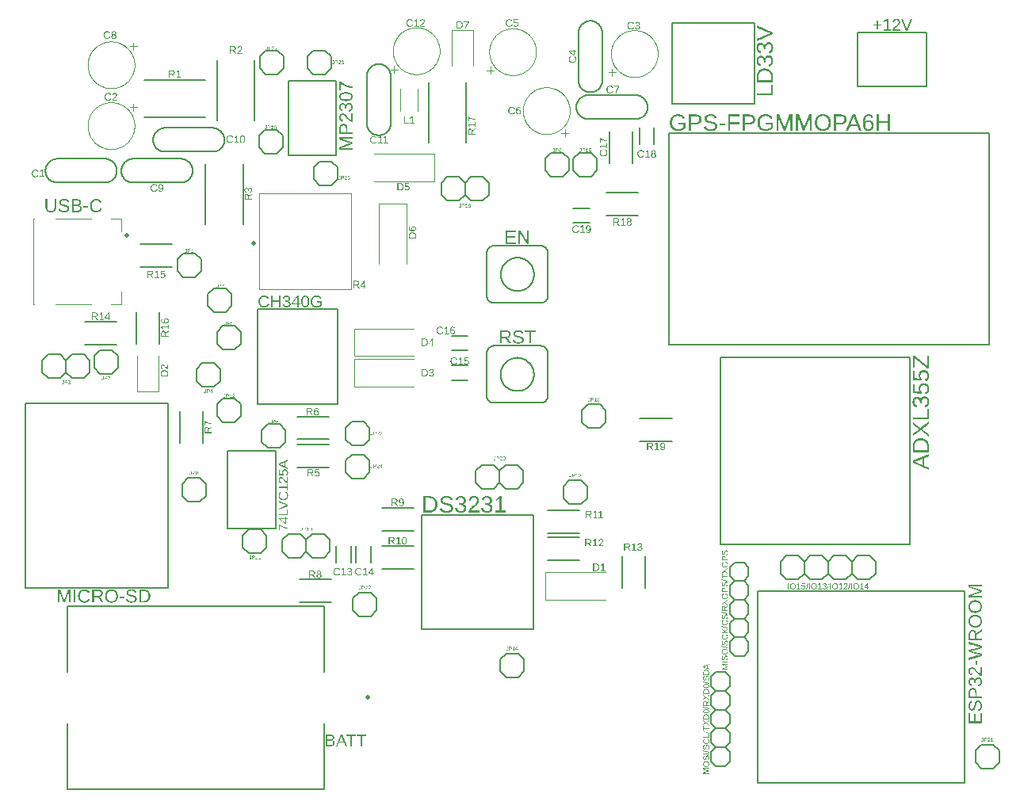
<source format=gbr>
G04 EAGLE Gerber RS-274X export*
G75*
%MOMM*%
%FSLAX34Y34*%
%LPD*%
%INSilkscreen Top*%
%IPPOS*%
%AMOC8*
5,1,8,0,0,1.08239X$1,22.5*%
G01*
G04 Define Apertures*
%ADD10C,0.127000*%
%ADD11C,0.500000*%
%ADD12C,0.120000*%
%ADD13C,0.152400*%
%ADD14C,0.203200*%
G36*
X238503Y526074D02*
X233493Y526074D01*
X233493Y538415D01*
X237977Y538415D01*
X238503Y538403D01*
X238995Y538368D01*
X239454Y538310D01*
X239878Y538228D01*
X240268Y538123D01*
X240625Y537994D01*
X240947Y537842D01*
X241235Y537666D01*
X241490Y537467D01*
X241711Y537245D01*
X241897Y536999D01*
X242050Y536730D01*
X242169Y536438D01*
X242254Y536122D01*
X242305Y535782D01*
X242321Y535420D01*
X242312Y535152D01*
X242283Y534894D01*
X242235Y534648D01*
X242168Y534413D01*
X242082Y534188D01*
X241977Y533975D01*
X241852Y533772D01*
X241708Y533580D01*
X241547Y533402D01*
X241448Y533310D01*
X241370Y533239D01*
X241177Y533091D01*
X240968Y532959D01*
X240744Y532841D01*
X240503Y532740D01*
X240247Y532653D01*
X239974Y532582D01*
X240332Y532528D01*
X240668Y532455D01*
X240983Y532361D01*
X241277Y532248D01*
X241550Y532115D01*
X241802Y531962D01*
X242033Y531789D01*
X242130Y531700D01*
X242243Y531597D01*
X242429Y531387D01*
X242591Y531165D01*
X242728Y530929D01*
X242840Y530680D01*
X242928Y530418D01*
X242990Y530142D01*
X243027Y529854D01*
X243040Y529552D01*
X243021Y529151D01*
X242965Y528774D01*
X242871Y528419D01*
X242740Y528088D01*
X242571Y527779D01*
X242365Y527493D01*
X242121Y527230D01*
X241840Y526990D01*
X241525Y526775D01*
X241181Y526589D01*
X240808Y526432D01*
X240406Y526303D01*
X239974Y526203D01*
X239513Y526132D01*
X239022Y526089D01*
X238503Y526074D01*
G37*
%LPC*%
G36*
X238415Y527414D02*
X238785Y527423D01*
X239130Y527450D01*
X239448Y527494D01*
X239740Y527557D01*
X240006Y527637D01*
X240246Y527735D01*
X240460Y527850D01*
X240649Y527984D01*
X240813Y528135D01*
X240955Y528303D01*
X241076Y528490D01*
X241174Y528693D01*
X241251Y528914D01*
X241305Y529153D01*
X241338Y529409D01*
X241349Y529683D01*
X241337Y529947D01*
X241301Y530194D01*
X241242Y530424D01*
X241158Y530637D01*
X241050Y530833D01*
X240918Y531012D01*
X240763Y531174D01*
X240583Y531319D01*
X240379Y531446D01*
X240152Y531557D01*
X239900Y531651D01*
X239625Y531727D01*
X239326Y531787D01*
X239002Y531830D01*
X238655Y531855D01*
X238284Y531864D01*
X235166Y531864D01*
X235166Y527414D01*
X238415Y527414D01*
G37*
G36*
X237977Y533169D02*
X238302Y533177D01*
X238605Y533200D01*
X238887Y533240D01*
X239148Y533295D01*
X239387Y533366D01*
X239606Y533452D01*
X239803Y533554D01*
X239979Y533672D01*
X240134Y533807D01*
X240268Y533958D01*
X240382Y534126D01*
X240475Y534311D01*
X240547Y534512D01*
X240599Y534731D01*
X240630Y534966D01*
X240640Y535218D01*
X240629Y535459D01*
X240597Y535682D01*
X240544Y535887D01*
X240469Y536074D01*
X240373Y536244D01*
X240256Y536396D01*
X240117Y536530D01*
X239957Y536646D01*
X239776Y536747D01*
X239577Y536834D01*
X239358Y536907D01*
X239120Y536968D01*
X238863Y537015D01*
X238587Y537048D01*
X238292Y537068D01*
X237977Y537075D01*
X235166Y537075D01*
X235166Y533169D01*
X237977Y533169D01*
G37*
%LPD*%
G36*
X245759Y526074D02*
X244025Y526074D01*
X249061Y538415D01*
X250962Y538415D01*
X255919Y526074D01*
X254211Y526074D01*
X252801Y529683D01*
X247178Y529683D01*
X245759Y526074D01*
G37*
%LPC*%
G36*
X252302Y530988D02*
X250717Y535061D01*
X250472Y535704D01*
X250226Y536427D01*
X249990Y537154D01*
X249911Y536909D01*
X249639Y536079D01*
X249263Y535043D01*
X247686Y530988D01*
X252302Y530988D01*
G37*
%LPD*%
G36*
X260921Y526074D02*
X259257Y526074D01*
X259257Y537049D01*
X255018Y537049D01*
X255018Y538415D01*
X265160Y538415D01*
X265160Y537049D01*
X260921Y537049D01*
X260921Y526074D01*
G37*
G36*
X271890Y526074D02*
X270226Y526074D01*
X270226Y537049D01*
X265987Y537049D01*
X265987Y538415D01*
X276129Y538415D01*
X276129Y537049D01*
X271890Y537049D01*
X271890Y526074D01*
G37*
G36*
X245314Y708460D02*
X245021Y708468D01*
X244738Y708491D01*
X244465Y708530D01*
X244202Y708584D01*
X243949Y708654D01*
X243706Y708739D01*
X243473Y708839D01*
X243250Y708956D01*
X243039Y709086D01*
X242841Y709230D01*
X242656Y709387D01*
X242483Y709558D01*
X242324Y709741D01*
X242177Y709938D01*
X242044Y710149D01*
X241923Y710372D01*
X241816Y710608D01*
X241723Y710854D01*
X241645Y711111D01*
X241581Y711378D01*
X241531Y711656D01*
X241495Y711945D01*
X241474Y712244D01*
X241467Y712554D01*
X241483Y713013D01*
X241530Y713446D01*
X241610Y713854D01*
X241722Y714236D01*
X241865Y714593D01*
X242040Y714924D01*
X242247Y715230D01*
X242486Y715510D01*
X242753Y715761D01*
X243045Y715978D01*
X243361Y716162D01*
X243701Y716313D01*
X244066Y716430D01*
X244456Y716513D01*
X244870Y716563D01*
X245308Y716580D01*
X245617Y716572D01*
X245912Y716549D01*
X246195Y716511D01*
X246465Y716457D01*
X246721Y716387D01*
X246965Y716303D01*
X247196Y716203D01*
X247414Y716087D01*
X247618Y715957D01*
X247809Y715811D01*
X247985Y715651D01*
X248148Y715475D01*
X248296Y715285D01*
X248430Y715080D01*
X248551Y714860D01*
X248657Y714626D01*
X247644Y714290D01*
X247486Y714614D01*
X247286Y714897D01*
X247045Y715140D01*
X246762Y715342D01*
X246444Y715502D01*
X246097Y715615D01*
X245723Y715684D01*
X245320Y715706D01*
X245001Y715693D01*
X244701Y715654D01*
X244419Y715588D01*
X244155Y715496D01*
X243909Y715377D01*
X243682Y715232D01*
X243472Y715061D01*
X243281Y714864D01*
X243111Y714643D01*
X242963Y714403D01*
X242838Y714144D01*
X242735Y713865D01*
X242656Y713566D01*
X242599Y713248D01*
X242565Y712911D01*
X242553Y712554D01*
X242565Y712200D01*
X242601Y711864D01*
X242660Y711546D01*
X242743Y711245D01*
X242850Y710963D01*
X242980Y710698D01*
X243134Y710451D01*
X243312Y710221D01*
X243510Y710014D01*
X243725Y709835D01*
X243956Y709684D01*
X244204Y709560D01*
X244469Y709463D01*
X244751Y709394D01*
X245049Y709353D01*
X245364Y709339D01*
X245568Y709346D01*
X245766Y709365D01*
X245957Y709397D01*
X246142Y709442D01*
X246492Y709570D01*
X246816Y709749D01*
X247115Y709980D01*
X247388Y710262D01*
X247635Y710595D01*
X247856Y710980D01*
X248730Y710543D01*
X248602Y710296D01*
X248462Y710064D01*
X248309Y709847D01*
X248144Y709646D01*
X247967Y709460D01*
X247777Y709288D01*
X247575Y709133D01*
X247361Y708992D01*
X247136Y708867D01*
X246902Y708759D01*
X246659Y708668D01*
X246408Y708593D01*
X246148Y708535D01*
X245879Y708493D01*
X245601Y708468D01*
X245314Y708460D01*
G37*
G36*
X258738Y708460D02*
X258446Y708468D01*
X258169Y708494D01*
X257908Y708536D01*
X257661Y708595D01*
X257429Y708671D01*
X257213Y708764D01*
X257012Y708874D01*
X256826Y709000D01*
X256656Y709144D01*
X256505Y709303D01*
X256372Y709479D01*
X256257Y709670D01*
X256160Y709878D01*
X256081Y710102D01*
X256020Y710343D01*
X255977Y710599D01*
X257019Y710694D01*
X257090Y710366D01*
X257202Y710082D01*
X257355Y709841D01*
X257550Y709644D01*
X257785Y709491D01*
X258062Y709382D01*
X258379Y709316D01*
X258738Y709294D01*
X259099Y709318D01*
X259418Y709388D01*
X259696Y709505D01*
X259934Y709670D01*
X260036Y709769D01*
X260124Y709880D01*
X260198Y710002D01*
X260259Y710136D01*
X260307Y710281D01*
X260341Y710437D01*
X260361Y710605D01*
X260368Y710784D01*
X260360Y710941D01*
X260337Y711088D01*
X260298Y711227D01*
X260244Y711357D01*
X260174Y711479D01*
X260089Y711591D01*
X259988Y711694D01*
X259872Y711789D01*
X259741Y711874D01*
X259597Y711947D01*
X259439Y712009D01*
X259267Y712060D01*
X258882Y712128D01*
X258441Y712150D01*
X257870Y712150D01*
X257870Y713024D01*
X258419Y713024D01*
X258810Y713047D01*
X259155Y713114D01*
X259453Y713227D01*
X259704Y713385D01*
X259904Y713583D01*
X259982Y713695D01*
X260047Y713816D01*
X260096Y713945D01*
X260132Y714083D01*
X260153Y714230D01*
X260161Y714385D01*
X260137Y714685D01*
X260068Y714951D01*
X259951Y715184D01*
X259788Y715384D01*
X259579Y715545D01*
X259326Y715659D01*
X259026Y715728D01*
X258682Y715751D01*
X258365Y715730D01*
X258080Y715666D01*
X257826Y715559D01*
X257604Y715410D01*
X257420Y715221D01*
X257279Y714998D01*
X257181Y714740D01*
X257125Y714446D01*
X256112Y714525D01*
X256149Y714760D01*
X256204Y714983D01*
X256277Y715192D01*
X256369Y715387D01*
X256478Y715570D01*
X256606Y715739D01*
X256752Y715894D01*
X256915Y716037D01*
X257094Y716164D01*
X257286Y716274D01*
X257490Y716368D01*
X257706Y716444D01*
X257934Y716504D01*
X258175Y716546D01*
X258428Y716571D01*
X258693Y716580D01*
X258982Y716571D01*
X259254Y716545D01*
X259509Y716502D01*
X259748Y716442D01*
X259971Y716364D01*
X260177Y716270D01*
X260366Y716158D01*
X260539Y716028D01*
X260693Y715884D01*
X260826Y715725D01*
X260940Y715554D01*
X261032Y715368D01*
X261104Y715169D01*
X261155Y714957D01*
X261186Y714731D01*
X261197Y714491D01*
X261190Y714307D01*
X261170Y714131D01*
X261137Y713964D01*
X261091Y713806D01*
X261031Y713657D01*
X260959Y713516D01*
X260774Y713262D01*
X260538Y713044D01*
X260255Y712865D01*
X259924Y712724D01*
X259545Y712621D01*
X259545Y712598D01*
X259760Y712568D01*
X259963Y712526D01*
X260153Y712470D01*
X260331Y712402D01*
X260497Y712322D01*
X260651Y712229D01*
X260793Y712123D01*
X260922Y712005D01*
X261038Y711876D01*
X261138Y711739D01*
X261223Y711595D01*
X261292Y711442D01*
X261346Y711281D01*
X261384Y711112D01*
X261407Y710935D01*
X261415Y710750D01*
X261404Y710485D01*
X261372Y710235D01*
X261317Y710001D01*
X261241Y709782D01*
X261144Y709578D01*
X261024Y709390D01*
X260883Y709217D01*
X260721Y709059D01*
X260538Y708919D01*
X260336Y708797D01*
X260116Y708694D01*
X259878Y708610D01*
X259621Y708544D01*
X259345Y708497D01*
X259051Y708469D01*
X258738Y708460D01*
G37*
G36*
X254984Y708572D02*
X250039Y708572D01*
X250039Y709429D01*
X252050Y709429D01*
X252050Y715499D01*
X250269Y714228D01*
X250269Y715180D01*
X252134Y716462D01*
X253063Y716462D01*
X253063Y709429D01*
X254984Y709429D01*
X254984Y708572D01*
G37*
G36*
X283674Y708572D02*
X282722Y708572D01*
X282722Y710358D01*
X279004Y710358D01*
X279004Y711142D01*
X282616Y716462D01*
X283674Y716462D01*
X283674Y711154D01*
X284783Y711154D01*
X284783Y710358D01*
X283674Y710358D01*
X283674Y708572D01*
G37*
%LPC*%
G36*
X282722Y711154D02*
X282722Y715326D01*
X282565Y715029D01*
X282347Y714659D01*
X280325Y711680D01*
X280023Y711266D01*
X279933Y711154D01*
X282722Y711154D01*
G37*
%LPD*%
G36*
X268514Y708460D02*
X268221Y708468D01*
X267938Y708491D01*
X267665Y708530D01*
X267402Y708584D01*
X267149Y708654D01*
X266906Y708739D01*
X266673Y708839D01*
X266450Y708956D01*
X266239Y709086D01*
X266041Y709230D01*
X265856Y709387D01*
X265683Y709558D01*
X265524Y709741D01*
X265377Y709938D01*
X265244Y710149D01*
X265123Y710372D01*
X265016Y710608D01*
X264923Y710854D01*
X264845Y711111D01*
X264781Y711378D01*
X264731Y711656D01*
X264695Y711945D01*
X264674Y712244D01*
X264667Y712554D01*
X264683Y713013D01*
X264730Y713446D01*
X264810Y713854D01*
X264922Y714236D01*
X265065Y714593D01*
X265240Y714924D01*
X265447Y715230D01*
X265686Y715510D01*
X265953Y715761D01*
X266245Y715978D01*
X266561Y716162D01*
X266901Y716313D01*
X267266Y716430D01*
X267656Y716513D01*
X268070Y716563D01*
X268508Y716580D01*
X268817Y716572D01*
X269112Y716549D01*
X269395Y716511D01*
X269665Y716457D01*
X269921Y716387D01*
X270165Y716303D01*
X270396Y716203D01*
X270614Y716087D01*
X270818Y715957D01*
X271009Y715811D01*
X271185Y715651D01*
X271348Y715475D01*
X271496Y715285D01*
X271630Y715080D01*
X271751Y714860D01*
X271857Y714626D01*
X270844Y714290D01*
X270686Y714614D01*
X270486Y714897D01*
X270245Y715140D01*
X269962Y715342D01*
X269644Y715502D01*
X269297Y715615D01*
X268923Y715684D01*
X268520Y715706D01*
X268201Y715693D01*
X267901Y715654D01*
X267619Y715588D01*
X267355Y715496D01*
X267109Y715377D01*
X266882Y715232D01*
X266672Y715061D01*
X266481Y714864D01*
X266311Y714643D01*
X266163Y714403D01*
X266038Y714144D01*
X265935Y713865D01*
X265856Y713566D01*
X265799Y713248D01*
X265765Y712911D01*
X265753Y712554D01*
X265765Y712200D01*
X265801Y711864D01*
X265860Y711546D01*
X265943Y711245D01*
X266050Y710963D01*
X266180Y710698D01*
X266334Y710451D01*
X266512Y710221D01*
X266710Y710014D01*
X266925Y709835D01*
X267156Y709684D01*
X267404Y709560D01*
X267669Y709463D01*
X267951Y709394D01*
X268249Y709353D01*
X268564Y709339D01*
X268768Y709346D01*
X268966Y709365D01*
X269157Y709397D01*
X269342Y709442D01*
X269692Y709570D01*
X270016Y709749D01*
X270315Y709980D01*
X270588Y710262D01*
X270835Y710595D01*
X271056Y710980D01*
X271930Y710543D01*
X271802Y710296D01*
X271662Y710064D01*
X271509Y709847D01*
X271344Y709646D01*
X271167Y709460D01*
X270977Y709288D01*
X270775Y709133D01*
X270561Y708992D01*
X270336Y708867D01*
X270102Y708759D01*
X269859Y708668D01*
X269608Y708593D01*
X269348Y708535D01*
X269079Y708493D01*
X268801Y708468D01*
X268514Y708460D01*
G37*
G36*
X278184Y708572D02*
X273239Y708572D01*
X273239Y709429D01*
X275250Y709429D01*
X275250Y715499D01*
X273469Y714228D01*
X273469Y715180D01*
X275334Y716462D01*
X276263Y716462D01*
X276263Y709429D01*
X278184Y709429D01*
X278184Y708572D01*
G37*
G36*
X521864Y713200D02*
X518913Y713200D01*
X518913Y721090D01*
X521522Y721090D01*
X522009Y721075D01*
X522467Y721028D01*
X522897Y720949D01*
X523298Y720839D01*
X523671Y720698D01*
X524014Y720525D01*
X524330Y720321D01*
X524616Y720085D01*
X524872Y719821D01*
X525093Y719530D01*
X525280Y719212D01*
X525433Y718868D01*
X525552Y718497D01*
X525637Y718100D01*
X525688Y717677D01*
X525705Y717226D01*
X525698Y716926D01*
X525676Y716635D01*
X525639Y716354D01*
X525586Y716082D01*
X525520Y715820D01*
X525438Y715567D01*
X525341Y715324D01*
X525229Y715090D01*
X525104Y714868D01*
X524967Y714659D01*
X524817Y714464D01*
X524654Y714281D01*
X524479Y714113D01*
X524292Y713958D01*
X524092Y713816D01*
X523880Y713687D01*
X523657Y713573D01*
X523426Y713474D01*
X523187Y713390D01*
X522939Y713322D01*
X522683Y713269D01*
X522418Y713230D01*
X522145Y713208D01*
X521864Y713200D01*
G37*
%LPC*%
G36*
X521741Y714057D02*
X522162Y714081D01*
X522556Y714152D01*
X522925Y714271D01*
X523267Y714438D01*
X523577Y714649D01*
X523848Y714902D01*
X524082Y715198D01*
X524277Y715535D01*
X524432Y715910D01*
X524542Y716316D01*
X524608Y716755D01*
X524630Y717226D01*
X524618Y717582D01*
X524580Y717916D01*
X524517Y718229D01*
X524429Y718519D01*
X524316Y718788D01*
X524178Y719035D01*
X524015Y719260D01*
X523827Y719464D01*
X523615Y719644D01*
X523380Y719800D01*
X523123Y719933D01*
X522843Y720041D01*
X522541Y720125D01*
X522216Y720185D01*
X521869Y720222D01*
X521500Y720234D01*
X519982Y720234D01*
X519982Y714057D01*
X521741Y714057D01*
G37*
%LPD*%
G36*
X532071Y713200D02*
X527127Y713200D01*
X527127Y714057D01*
X529137Y714057D01*
X529137Y720127D01*
X527356Y718856D01*
X527356Y719808D01*
X529221Y721090D01*
X530151Y721090D01*
X530151Y714057D01*
X532071Y714057D01*
X532071Y713200D01*
G37*
G36*
X328182Y1191072D02*
X323238Y1191072D01*
X323238Y1191929D01*
X325248Y1191929D01*
X325248Y1197999D01*
X323467Y1196728D01*
X323467Y1197680D01*
X325332Y1198962D01*
X326262Y1198962D01*
X326262Y1191929D01*
X328182Y1191929D01*
X328182Y1191072D01*
G37*
G36*
X321987Y1191072D02*
X316930Y1191072D01*
X316930Y1198962D01*
X317999Y1198962D01*
X317999Y1191946D01*
X321987Y1191946D01*
X321987Y1191072D01*
G37*
G36*
X263682Y1015336D02*
X262613Y1015336D01*
X262613Y1023226D01*
X266325Y1023226D01*
X266649Y1023217D01*
X266954Y1023189D01*
X267240Y1023142D01*
X267506Y1023077D01*
X267754Y1022993D01*
X267983Y1022891D01*
X268193Y1022770D01*
X268383Y1022630D01*
X268553Y1022474D01*
X268701Y1022303D01*
X268825Y1022117D01*
X268927Y1021917D01*
X269007Y1021702D01*
X269063Y1021472D01*
X269097Y1021228D01*
X269109Y1020970D01*
X269101Y1020754D01*
X269077Y1020547D01*
X269037Y1020350D01*
X268981Y1020160D01*
X268908Y1019980D01*
X268820Y1019808D01*
X268716Y1019645D01*
X268596Y1019491D01*
X268462Y1019348D01*
X268316Y1019219D01*
X268157Y1019104D01*
X268086Y1019062D01*
X267987Y1019003D01*
X267804Y1018915D01*
X267609Y1018841D01*
X267402Y1018781D01*
X267182Y1018735D01*
X268136Y1017288D01*
X269422Y1015336D01*
X268190Y1015336D01*
X266141Y1018612D01*
X263682Y1018612D01*
X263682Y1015336D01*
G37*
%LPC*%
G36*
X266264Y1019458D02*
X266469Y1019464D01*
X266663Y1019482D01*
X266844Y1019513D01*
X267014Y1019556D01*
X267171Y1019612D01*
X267316Y1019680D01*
X267450Y1019760D01*
X267571Y1019852D01*
X267680Y1019956D01*
X267774Y1020070D01*
X267853Y1020193D01*
X267918Y1020326D01*
X267968Y1020469D01*
X268005Y1020623D01*
X268026Y1020786D01*
X268033Y1020958D01*
X268026Y1021125D01*
X268004Y1021282D01*
X267968Y1021429D01*
X267917Y1021565D01*
X267851Y1021691D01*
X267770Y1021807D01*
X267675Y1021913D01*
X267566Y1022008D01*
X267443Y1022093D01*
X267306Y1022166D01*
X266995Y1022279D01*
X266633Y1022347D01*
X266219Y1022370D01*
X263682Y1022370D01*
X263682Y1019458D01*
X266264Y1019458D01*
G37*
%LPD*%
G36*
X274887Y1015336D02*
X273935Y1015336D01*
X273935Y1017122D01*
X270216Y1017122D01*
X270216Y1017906D01*
X273828Y1023226D01*
X274887Y1023226D01*
X274887Y1017918D01*
X275995Y1017918D01*
X275995Y1017122D01*
X274887Y1017122D01*
X274887Y1015336D01*
G37*
%LPC*%
G36*
X273935Y1017918D02*
X273935Y1022090D01*
X273778Y1021793D01*
X273560Y1021423D01*
X271538Y1018444D01*
X271236Y1018030D01*
X271146Y1017918D01*
X273935Y1017918D01*
G37*
%LPD*%
G36*
X764379Y1183498D02*
X763725Y1183515D01*
X763094Y1183565D01*
X762485Y1183650D01*
X761900Y1183768D01*
X761337Y1183920D01*
X760797Y1184105D01*
X760279Y1184325D01*
X759785Y1184578D01*
X759316Y1184862D01*
X758876Y1185178D01*
X758464Y1185523D01*
X758081Y1185898D01*
X757727Y1186303D01*
X757401Y1186739D01*
X757103Y1187204D01*
X756835Y1187700D01*
X756596Y1188221D01*
X756389Y1188764D01*
X756214Y1189327D01*
X756071Y1189913D01*
X755959Y1190519D01*
X755880Y1191147D01*
X755832Y1191796D01*
X755816Y1192466D01*
X755825Y1192977D01*
X755852Y1193474D01*
X755896Y1193957D01*
X755958Y1194426D01*
X756038Y1194881D01*
X756135Y1195321D01*
X756251Y1195748D01*
X756384Y1196160D01*
X756534Y1196558D01*
X756703Y1196942D01*
X756889Y1197312D01*
X757093Y1197668D01*
X757315Y1198010D01*
X757554Y1198337D01*
X757811Y1198650D01*
X758086Y1198950D01*
X758376Y1199233D01*
X758681Y1199497D01*
X758999Y1199744D01*
X759332Y1199972D01*
X759678Y1200182D01*
X760038Y1200374D01*
X760412Y1200547D01*
X760800Y1200702D01*
X761202Y1200839D01*
X761618Y1200958D01*
X762047Y1201058D01*
X762491Y1201141D01*
X762948Y1201204D01*
X763420Y1201250D01*
X763905Y1201278D01*
X764404Y1201287D01*
X765052Y1201270D01*
X765679Y1201221D01*
X766284Y1201139D01*
X766867Y1201024D01*
X767428Y1200877D01*
X767967Y1200697D01*
X768484Y1200484D01*
X768980Y1200238D01*
X769450Y1199961D01*
X769892Y1199654D01*
X770305Y1199317D01*
X770690Y1198951D01*
X771046Y1198555D01*
X771373Y1198130D01*
X771672Y1197674D01*
X771943Y1197189D01*
X772183Y1196678D01*
X772391Y1196144D01*
X772567Y1195588D01*
X772711Y1195008D01*
X772823Y1194407D01*
X772903Y1193782D01*
X772951Y1193135D01*
X772967Y1192466D01*
X772951Y1191799D01*
X772902Y1191152D01*
X772821Y1190527D01*
X772708Y1189923D01*
X772562Y1189340D01*
X772384Y1188779D01*
X772173Y1188238D01*
X771930Y1187718D01*
X771657Y1187224D01*
X771356Y1186759D01*
X771026Y1186324D01*
X770668Y1185918D01*
X770282Y1185542D01*
X769868Y1185195D01*
X769426Y1184878D01*
X768955Y1184590D01*
X768460Y1184334D01*
X767942Y1184112D01*
X767403Y1183924D01*
X766842Y1183771D01*
X766259Y1183652D01*
X765654Y1183566D01*
X765028Y1183515D01*
X764379Y1183498D01*
G37*
%LPC*%
G36*
X764379Y1185400D02*
X764748Y1185407D01*
X765106Y1185428D01*
X765453Y1185464D01*
X765789Y1185515D01*
X766114Y1185580D01*
X766429Y1185659D01*
X766732Y1185753D01*
X767025Y1185861D01*
X767306Y1185984D01*
X767577Y1186121D01*
X767837Y1186272D01*
X768086Y1186438D01*
X768324Y1186618D01*
X768552Y1186813D01*
X768768Y1187022D01*
X768974Y1187246D01*
X769168Y1187483D01*
X769349Y1187731D01*
X769518Y1187992D01*
X769674Y1188264D01*
X769818Y1188549D01*
X769949Y1188845D01*
X770068Y1189154D01*
X770174Y1189474D01*
X770268Y1189806D01*
X770350Y1190150D01*
X770418Y1190506D01*
X770475Y1190875D01*
X770518Y1191254D01*
X770550Y1191646D01*
X770568Y1192050D01*
X770575Y1192466D01*
X770568Y1192864D01*
X770550Y1193251D01*
X770518Y1193627D01*
X770474Y1193993D01*
X770417Y1194347D01*
X770348Y1194691D01*
X770266Y1195024D01*
X770171Y1195346D01*
X770064Y1195657D01*
X769945Y1195958D01*
X769812Y1196247D01*
X769667Y1196526D01*
X769510Y1196794D01*
X769340Y1197051D01*
X769157Y1197297D01*
X768961Y1197533D01*
X768755Y1197755D01*
X768537Y1197964D01*
X768310Y1198158D01*
X768072Y1198338D01*
X767823Y1198503D01*
X767564Y1198654D01*
X767295Y1198791D01*
X767015Y1198913D01*
X766725Y1199021D01*
X766425Y1199114D01*
X766114Y1199193D01*
X765793Y1199258D01*
X765461Y1199308D01*
X765119Y1199344D01*
X764767Y1199366D01*
X764404Y1199373D01*
X764038Y1199366D01*
X763683Y1199344D01*
X763338Y1199309D01*
X763004Y1199259D01*
X762680Y1199196D01*
X762367Y1199117D01*
X762064Y1199025D01*
X761772Y1198919D01*
X761491Y1198798D01*
X761220Y1198664D01*
X760960Y1198515D01*
X760710Y1198352D01*
X760470Y1198174D01*
X760242Y1197983D01*
X760023Y1197777D01*
X759816Y1197557D01*
X759620Y1197324D01*
X759436Y1197080D01*
X759265Y1196825D01*
X759107Y1196558D01*
X758962Y1196280D01*
X758829Y1195990D01*
X758709Y1195689D01*
X758601Y1195377D01*
X758506Y1195053D01*
X758424Y1194717D01*
X758354Y1194371D01*
X758297Y1194012D01*
X758253Y1193643D01*
X758222Y1193262D01*
X758203Y1192870D01*
X758196Y1192466D01*
X758203Y1192065D01*
X758222Y1191674D01*
X758254Y1191294D01*
X758299Y1190924D01*
X758356Y1190565D01*
X758427Y1190217D01*
X758510Y1189878D01*
X758606Y1189551D01*
X758714Y1189234D01*
X758836Y1188927D01*
X758970Y1188631D01*
X759118Y1188345D01*
X759277Y1188070D01*
X759450Y1187805D01*
X759636Y1187551D01*
X759834Y1187307D01*
X760044Y1187076D01*
X760263Y1186860D01*
X760493Y1186659D01*
X760732Y1186473D01*
X760982Y1186301D01*
X761241Y1186145D01*
X761510Y1186003D01*
X761789Y1185876D01*
X762078Y1185765D01*
X762377Y1185668D01*
X762686Y1185586D01*
X763005Y1185519D01*
X763334Y1185467D01*
X763672Y1185429D01*
X764021Y1185407D01*
X764379Y1185400D01*
G37*
%LPD*%
G36*
X623655Y1183743D02*
X621312Y1183743D01*
X621312Y1201029D01*
X628587Y1201029D01*
X629294Y1201008D01*
X629959Y1200944D01*
X630583Y1200838D01*
X631167Y1200689D01*
X631709Y1200497D01*
X632210Y1200263D01*
X632670Y1199986D01*
X633090Y1199667D01*
X633463Y1199309D01*
X633787Y1198917D01*
X634061Y1198489D01*
X634286Y1198026D01*
X634460Y1197529D01*
X634529Y1197267D01*
X634585Y1196997D01*
X634628Y1196717D01*
X634660Y1196429D01*
X634678Y1196133D01*
X634684Y1195827D01*
X634678Y1195525D01*
X634659Y1195230D01*
X634628Y1194943D01*
X634584Y1194663D01*
X634459Y1194129D01*
X634284Y1193625D01*
X634059Y1193153D01*
X633784Y1192713D01*
X633459Y1192304D01*
X633083Y1191926D01*
X632665Y1191587D01*
X632211Y1191293D01*
X631721Y1191044D01*
X631196Y1190840D01*
X630634Y1190682D01*
X630037Y1190569D01*
X629404Y1190501D01*
X628734Y1190478D01*
X623655Y1190478D01*
X623655Y1183743D01*
G37*
%LPC*%
G36*
X628403Y1192331D02*
X628879Y1192345D01*
X629323Y1192385D01*
X629737Y1192453D01*
X630121Y1192548D01*
X630473Y1192670D01*
X630796Y1192819D01*
X631087Y1192995D01*
X631348Y1193199D01*
X631578Y1193429D01*
X631777Y1193687D01*
X631946Y1193972D01*
X632084Y1194284D01*
X632191Y1194623D01*
X632268Y1194989D01*
X632314Y1195382D01*
X632329Y1195803D01*
X632313Y1196208D01*
X632266Y1196588D01*
X632188Y1196941D01*
X632078Y1197268D01*
X631936Y1197569D01*
X631763Y1197844D01*
X631559Y1198092D01*
X631323Y1198315D01*
X631056Y1198511D01*
X630757Y1198681D01*
X630427Y1198825D01*
X630066Y1198943D01*
X629673Y1199034D01*
X629248Y1199100D01*
X628792Y1199139D01*
X628305Y1199152D01*
X623655Y1199152D01*
X623655Y1192331D01*
X628403Y1192331D01*
G37*
%LPD*%
G36*
X680874Y1183743D02*
X678531Y1183743D01*
X678531Y1201029D01*
X685806Y1201029D01*
X686512Y1201008D01*
X687178Y1200944D01*
X687802Y1200838D01*
X688385Y1200689D01*
X688928Y1200497D01*
X689429Y1200263D01*
X689889Y1199986D01*
X690308Y1199667D01*
X690682Y1199309D01*
X691006Y1198917D01*
X691280Y1198489D01*
X691505Y1198026D01*
X691679Y1197529D01*
X691747Y1197267D01*
X691804Y1196997D01*
X691847Y1196717D01*
X691878Y1196429D01*
X691897Y1196133D01*
X691903Y1195827D01*
X691897Y1195525D01*
X691878Y1195230D01*
X691847Y1194943D01*
X691803Y1194663D01*
X691678Y1194129D01*
X691503Y1193625D01*
X691278Y1193153D01*
X691003Y1192713D01*
X690677Y1192304D01*
X690302Y1191926D01*
X689884Y1191587D01*
X689430Y1191293D01*
X688940Y1191044D01*
X688414Y1190840D01*
X687853Y1190682D01*
X687256Y1190569D01*
X686622Y1190501D01*
X685953Y1190478D01*
X680874Y1190478D01*
X680874Y1183743D01*
G37*
%LPC*%
G36*
X685622Y1192331D02*
X686097Y1192345D01*
X686542Y1192385D01*
X686956Y1192453D01*
X687340Y1192548D01*
X687692Y1192670D01*
X688014Y1192819D01*
X688306Y1192995D01*
X688566Y1193199D01*
X688796Y1193429D01*
X688996Y1193687D01*
X689164Y1193972D01*
X689302Y1194284D01*
X689410Y1194623D01*
X689486Y1194989D01*
X689532Y1195382D01*
X689548Y1195803D01*
X689532Y1196208D01*
X689485Y1196588D01*
X689406Y1196941D01*
X689296Y1197268D01*
X689155Y1197569D01*
X688982Y1197844D01*
X688778Y1198092D01*
X688542Y1198315D01*
X688275Y1198511D01*
X687976Y1198681D01*
X687646Y1198825D01*
X687284Y1198943D01*
X686891Y1199034D01*
X686467Y1199100D01*
X686011Y1199139D01*
X685524Y1199152D01*
X680874Y1199152D01*
X680874Y1192331D01*
X685622Y1192331D01*
G37*
%LPD*%
G36*
X778562Y1183743D02*
X776219Y1183743D01*
X776219Y1201029D01*
X783493Y1201029D01*
X784200Y1201008D01*
X784865Y1200944D01*
X785490Y1200838D01*
X786073Y1200689D01*
X786615Y1200497D01*
X787116Y1200263D01*
X787577Y1199986D01*
X787996Y1199667D01*
X788370Y1199309D01*
X788694Y1198917D01*
X788968Y1198489D01*
X789192Y1198026D01*
X789366Y1197529D01*
X789435Y1197267D01*
X789491Y1196997D01*
X789535Y1196717D01*
X789566Y1196429D01*
X789584Y1196133D01*
X789591Y1195827D01*
X789584Y1195525D01*
X789566Y1195230D01*
X789534Y1194943D01*
X789491Y1194663D01*
X789366Y1194129D01*
X789190Y1193625D01*
X788965Y1193153D01*
X788690Y1192713D01*
X788365Y1192304D01*
X787990Y1191926D01*
X787572Y1191587D01*
X787118Y1191293D01*
X786628Y1191044D01*
X786102Y1190840D01*
X785540Y1190682D01*
X784943Y1190569D01*
X784310Y1190501D01*
X783641Y1190478D01*
X778562Y1190478D01*
X778562Y1183743D01*
G37*
%LPC*%
G36*
X783309Y1192331D02*
X783785Y1192345D01*
X784230Y1192385D01*
X784644Y1192453D01*
X785027Y1192548D01*
X785380Y1192670D01*
X785702Y1192819D01*
X785993Y1192995D01*
X786254Y1193199D01*
X786484Y1193429D01*
X786683Y1193687D01*
X786852Y1193972D01*
X786990Y1194284D01*
X787097Y1194623D01*
X787174Y1194989D01*
X787220Y1195382D01*
X787235Y1195803D01*
X787220Y1196208D01*
X787172Y1196588D01*
X787094Y1196941D01*
X786984Y1197268D01*
X786842Y1197569D01*
X786669Y1197844D01*
X786465Y1198092D01*
X786229Y1198315D01*
X785962Y1198511D01*
X785663Y1198681D01*
X785333Y1198825D01*
X784972Y1198943D01*
X784579Y1199034D01*
X784154Y1199100D01*
X783699Y1199139D01*
X783211Y1199152D01*
X778562Y1199152D01*
X778562Y1192331D01*
X783309Y1192331D01*
G37*
%LPD*%
G36*
X813070Y1183498D02*
X812710Y1183506D01*
X812361Y1183532D01*
X812023Y1183574D01*
X811696Y1183634D01*
X811379Y1183710D01*
X811073Y1183803D01*
X810778Y1183914D01*
X810493Y1184041D01*
X810220Y1184185D01*
X809957Y1184346D01*
X809704Y1184524D01*
X809463Y1184719D01*
X809232Y1184931D01*
X809012Y1185160D01*
X808803Y1185406D01*
X808604Y1185669D01*
X808417Y1185949D01*
X808242Y1186243D01*
X808079Y1186553D01*
X807928Y1186879D01*
X807789Y1187219D01*
X807662Y1187576D01*
X807547Y1187947D01*
X807445Y1188335D01*
X807354Y1188737D01*
X807276Y1189155D01*
X807209Y1189589D01*
X807155Y1190038D01*
X807113Y1190502D01*
X807083Y1190982D01*
X807064Y1191477D01*
X807058Y1191987D01*
X807065Y1192541D01*
X807083Y1193077D01*
X807115Y1193598D01*
X807159Y1194102D01*
X807215Y1194590D01*
X807284Y1195062D01*
X807366Y1195517D01*
X807460Y1195956D01*
X807567Y1196379D01*
X807686Y1196785D01*
X807818Y1197176D01*
X807962Y1197549D01*
X808119Y1197907D01*
X808289Y1198248D01*
X808471Y1198573D01*
X808665Y1198882D01*
X808872Y1199173D01*
X809089Y1199446D01*
X809316Y1199699D01*
X809554Y1199934D01*
X809803Y1200150D01*
X810062Y1200347D01*
X810332Y1200526D01*
X810613Y1200686D01*
X810904Y1200826D01*
X811206Y1200949D01*
X811519Y1201052D01*
X811842Y1201136D01*
X812176Y1201202D01*
X812521Y1201249D01*
X812876Y1201277D01*
X813241Y1201287D01*
X813719Y1201273D01*
X814175Y1201232D01*
X814607Y1201163D01*
X815017Y1201067D01*
X815405Y1200943D01*
X815769Y1200792D01*
X816112Y1200613D01*
X816431Y1200406D01*
X816728Y1200173D01*
X817002Y1199911D01*
X817254Y1199622D01*
X817483Y1199306D01*
X817690Y1198962D01*
X817873Y1198591D01*
X818035Y1198192D01*
X818173Y1197766D01*
X816063Y1197385D01*
X815976Y1197641D01*
X815876Y1197880D01*
X815765Y1198103D01*
X815641Y1198309D01*
X815506Y1198498D01*
X815358Y1198671D01*
X815198Y1198828D01*
X815026Y1198968D01*
X814843Y1199092D01*
X814647Y1199199D01*
X814438Y1199289D01*
X814218Y1199364D01*
X813986Y1199421D01*
X813742Y1199463D01*
X813485Y1199487D01*
X813217Y1199496D01*
X812984Y1199489D01*
X812758Y1199468D01*
X812538Y1199434D01*
X812326Y1199385D01*
X812119Y1199324D01*
X811920Y1199248D01*
X811541Y1199055D01*
X811188Y1198808D01*
X810863Y1198505D01*
X810563Y1198148D01*
X810291Y1197735D01*
X810048Y1197270D01*
X809837Y1196756D01*
X809659Y1196193D01*
X809514Y1195580D01*
X809400Y1194919D01*
X809319Y1194208D01*
X809271Y1193447D01*
X809254Y1192638D01*
X809412Y1192908D01*
X809586Y1193163D01*
X809774Y1193400D01*
X809978Y1193621D01*
X810197Y1193825D01*
X810432Y1194012D01*
X810682Y1194183D01*
X810947Y1194337D01*
X811225Y1194473D01*
X811513Y1194592D01*
X811811Y1194692D01*
X812119Y1194774D01*
X812437Y1194838D01*
X812765Y1194883D01*
X813102Y1194910D01*
X813450Y1194920D01*
X814033Y1194896D01*
X814584Y1194826D01*
X815105Y1194709D01*
X815595Y1194545D01*
X816055Y1194335D01*
X816483Y1194078D01*
X816880Y1193774D01*
X817247Y1193423D01*
X817576Y1193033D01*
X817862Y1192610D01*
X818103Y1192155D01*
X818301Y1191668D01*
X818454Y1191149D01*
X818564Y1190598D01*
X818630Y1190015D01*
X818652Y1189399D01*
X818629Y1188733D01*
X818559Y1188103D01*
X818443Y1187509D01*
X818281Y1186951D01*
X818072Y1186430D01*
X817817Y1185944D01*
X817515Y1185494D01*
X817167Y1185081D01*
X816779Y1184710D01*
X816355Y1184388D01*
X815895Y1184116D01*
X815401Y1183894D01*
X814871Y1183721D01*
X814593Y1183653D01*
X814306Y1183597D01*
X814010Y1183554D01*
X813705Y1183523D01*
X813392Y1183504D01*
X813070Y1183498D01*
G37*
%LPC*%
G36*
X812996Y1185277D02*
X813384Y1185294D01*
X813751Y1185344D01*
X814096Y1185428D01*
X814419Y1185545D01*
X814721Y1185696D01*
X815002Y1185881D01*
X815261Y1186099D01*
X815499Y1186350D01*
X815712Y1186631D01*
X815896Y1186937D01*
X816052Y1187268D01*
X816180Y1187625D01*
X816279Y1188006D01*
X816350Y1188412D01*
X816392Y1188844D01*
X816407Y1189301D01*
X816392Y1189757D01*
X816349Y1190186D01*
X816277Y1190588D01*
X816177Y1190963D01*
X816047Y1191312D01*
X815889Y1191633D01*
X815702Y1191928D01*
X815487Y1192196D01*
X815245Y1192435D01*
X814981Y1192641D01*
X814695Y1192817D01*
X814385Y1192960D01*
X814054Y1193071D01*
X813699Y1193151D01*
X813322Y1193198D01*
X812923Y1193214D01*
X812545Y1193200D01*
X812187Y1193158D01*
X811847Y1193087D01*
X811525Y1192989D01*
X811223Y1192862D01*
X810939Y1192707D01*
X810673Y1192524D01*
X810426Y1192313D01*
X810203Y1192076D01*
X810010Y1191819D01*
X809847Y1191541D01*
X809713Y1191241D01*
X809609Y1190919D01*
X809535Y1190577D01*
X809490Y1190213D01*
X809475Y1189828D01*
X809491Y1189340D01*
X809537Y1188874D01*
X809614Y1188430D01*
X809722Y1188010D01*
X809861Y1187611D01*
X810031Y1187236D01*
X810231Y1186883D01*
X810463Y1186553D01*
X810718Y1186254D01*
X810991Y1185995D01*
X811282Y1185775D01*
X811590Y1185596D01*
X811915Y1185456D01*
X812258Y1185357D01*
X812618Y1185297D01*
X812996Y1185277D01*
G37*
%LPD*%
G36*
X716898Y1183743D02*
X714812Y1183743D01*
X714812Y1201029D01*
X717892Y1201029D01*
X722492Y1189043D01*
X722733Y1188293D01*
X722964Y1187491D01*
X723153Y1186778D01*
X723265Y1186295D01*
X723417Y1186913D01*
X723676Y1187786D01*
X723938Y1188600D01*
X724099Y1189043D01*
X728614Y1201029D01*
X731620Y1201029D01*
X731620Y1183743D01*
X729509Y1183743D01*
X729509Y1195275D01*
X729516Y1196223D01*
X729537Y1197152D01*
X729572Y1198063D01*
X729620Y1198956D01*
X729327Y1197918D01*
X729049Y1196999D01*
X728787Y1196200D01*
X728540Y1195521D01*
X724075Y1183743D01*
X722431Y1183743D01*
X717904Y1195521D01*
X717217Y1197606D01*
X716812Y1198956D01*
X716849Y1197594D01*
X716898Y1195275D01*
X716898Y1183743D01*
G37*
G36*
X737835Y1183743D02*
X735750Y1183743D01*
X735750Y1201029D01*
X738829Y1201029D01*
X743430Y1189043D01*
X743670Y1188293D01*
X743902Y1187491D01*
X744091Y1186778D01*
X744202Y1186295D01*
X744354Y1186913D01*
X744613Y1187786D01*
X744876Y1188600D01*
X745037Y1189043D01*
X749551Y1201029D01*
X752557Y1201029D01*
X752557Y1183743D01*
X750447Y1183743D01*
X750447Y1195275D01*
X750454Y1196223D01*
X750475Y1197152D01*
X750509Y1198063D01*
X750557Y1198956D01*
X750264Y1197918D01*
X749987Y1196999D01*
X749725Y1196200D01*
X749478Y1195521D01*
X745012Y1183743D01*
X743368Y1183743D01*
X738841Y1195521D01*
X738154Y1197606D01*
X737749Y1198956D01*
X737786Y1197594D01*
X737835Y1195275D01*
X737835Y1183743D01*
G37*
G36*
X791511Y1183743D02*
X789082Y1183743D01*
X796136Y1201029D01*
X798798Y1201029D01*
X805742Y1183743D01*
X803349Y1183743D01*
X801374Y1188798D01*
X793498Y1188798D01*
X791511Y1183743D01*
G37*
%LPC*%
G36*
X800675Y1190626D02*
X798454Y1196330D01*
X798111Y1197232D01*
X797767Y1198244D01*
X797436Y1199262D01*
X797326Y1198919D01*
X796945Y1197757D01*
X796418Y1196306D01*
X794210Y1190626D01*
X800675Y1190626D01*
G37*
%LPD*%
G36*
X609694Y1183498D02*
X609028Y1183515D01*
X608385Y1183565D01*
X607766Y1183650D01*
X607170Y1183768D01*
X606597Y1183920D01*
X606048Y1184105D01*
X605522Y1184325D01*
X605020Y1184578D01*
X604544Y1184862D01*
X604096Y1185177D01*
X603678Y1185521D01*
X603288Y1185895D01*
X602928Y1186298D01*
X602596Y1186732D01*
X602294Y1187195D01*
X602020Y1187687D01*
X601777Y1188206D01*
X601567Y1188748D01*
X601389Y1189311D01*
X601243Y1189897D01*
X601129Y1190506D01*
X601048Y1191137D01*
X601000Y1191790D01*
X600984Y1192466D01*
X600992Y1192984D01*
X601019Y1193488D01*
X601063Y1193977D01*
X601125Y1194451D01*
X601204Y1194910D01*
X601301Y1195354D01*
X601416Y1195784D01*
X601548Y1196198D01*
X601698Y1196598D01*
X601865Y1196983D01*
X602051Y1197353D01*
X602253Y1197708D01*
X602474Y1198049D01*
X602712Y1198374D01*
X602968Y1198685D01*
X603241Y1198980D01*
X603530Y1199260D01*
X603834Y1199521D01*
X604152Y1199764D01*
X604484Y1199989D01*
X604830Y1200197D01*
X605191Y1200386D01*
X605566Y1200557D01*
X605955Y1200710D01*
X606359Y1200845D01*
X606777Y1200962D01*
X607209Y1201061D01*
X607655Y1201142D01*
X608116Y1201206D01*
X608591Y1201251D01*
X609080Y1201278D01*
X609584Y1201287D01*
X610284Y1201272D01*
X610951Y1201226D01*
X611585Y1201150D01*
X612184Y1201044D01*
X612750Y1200908D01*
X613282Y1200741D01*
X613781Y1200545D01*
X614245Y1200317D01*
X614680Y1200057D01*
X615090Y1199760D01*
X615473Y1199427D01*
X615831Y1199057D01*
X616163Y1198651D01*
X616470Y1198208D01*
X616751Y1197729D01*
X617006Y1197214D01*
X614773Y1196551D01*
X614580Y1196907D01*
X614370Y1197237D01*
X614142Y1197543D01*
X613897Y1197824D01*
X613635Y1198080D01*
X613355Y1198311D01*
X613057Y1198517D01*
X612743Y1198698D01*
X612409Y1198856D01*
X612056Y1198993D01*
X611683Y1199109D01*
X611290Y1199204D01*
X610878Y1199278D01*
X610446Y1199331D01*
X609994Y1199362D01*
X609522Y1199373D01*
X609154Y1199366D01*
X608796Y1199345D01*
X608449Y1199309D01*
X608114Y1199260D01*
X607789Y1199196D01*
X607476Y1199118D01*
X607173Y1199026D01*
X606881Y1198920D01*
X606601Y1198800D01*
X606332Y1198666D01*
X606073Y1198518D01*
X605826Y1198355D01*
X605589Y1198178D01*
X605364Y1197987D01*
X605150Y1197782D01*
X604946Y1197563D01*
X604755Y1197331D01*
X604575Y1197088D01*
X604408Y1196833D01*
X604254Y1196566D01*
X604112Y1196288D01*
X603982Y1195998D01*
X603864Y1195697D01*
X603759Y1195384D01*
X603667Y1195060D01*
X603586Y1194724D01*
X603518Y1194376D01*
X603463Y1194017D01*
X603419Y1193647D01*
X603388Y1193265D01*
X603370Y1192871D01*
X603364Y1192466D01*
X603370Y1192062D01*
X603390Y1191669D01*
X603423Y1191286D01*
X603469Y1190914D01*
X603528Y1190553D01*
X603600Y1190203D01*
X603685Y1189864D01*
X603784Y1189535D01*
X603895Y1189218D01*
X604020Y1188911D01*
X604158Y1188614D01*
X604309Y1188329D01*
X604473Y1188054D01*
X604650Y1187790D01*
X604841Y1187537D01*
X605044Y1187295D01*
X605259Y1187065D01*
X605485Y1186851D01*
X605720Y1186651D01*
X605965Y1186466D01*
X606221Y1186295D01*
X606486Y1186140D01*
X606762Y1185999D01*
X607047Y1185873D01*
X607343Y1185762D01*
X607648Y1185666D01*
X607964Y1185585D01*
X608290Y1185518D01*
X608626Y1185466D01*
X608972Y1185429D01*
X609328Y1185407D01*
X609694Y1185400D01*
X610114Y1185408D01*
X610526Y1185432D01*
X610932Y1185472D01*
X611330Y1185528D01*
X611722Y1185601D01*
X612106Y1185689D01*
X612483Y1185794D01*
X612853Y1185915D01*
X613211Y1186049D01*
X613551Y1186195D01*
X613874Y1186353D01*
X614179Y1186522D01*
X614467Y1186703D01*
X614738Y1186895D01*
X614991Y1187098D01*
X615227Y1187313D01*
X615227Y1190429D01*
X610062Y1190429D01*
X610062Y1192392D01*
X617386Y1192392D01*
X617386Y1186430D01*
X617033Y1186090D01*
X616660Y1185770D01*
X616268Y1185470D01*
X615857Y1185189D01*
X615426Y1184929D01*
X614976Y1184688D01*
X614507Y1184466D01*
X614018Y1184265D01*
X613515Y1184085D01*
X613001Y1183929D01*
X612476Y1183797D01*
X611941Y1183690D01*
X611395Y1183606D01*
X610838Y1183546D01*
X610271Y1183510D01*
X609694Y1183498D01*
G37*
G36*
X703194Y1183498D02*
X702528Y1183515D01*
X701885Y1183565D01*
X701266Y1183650D01*
X700670Y1183768D01*
X700097Y1183920D01*
X699548Y1184105D01*
X699022Y1184325D01*
X698520Y1184578D01*
X698044Y1184862D01*
X697596Y1185177D01*
X697178Y1185521D01*
X696788Y1185895D01*
X696428Y1186298D01*
X696096Y1186732D01*
X695794Y1187195D01*
X695520Y1187687D01*
X695277Y1188206D01*
X695067Y1188748D01*
X694889Y1189311D01*
X694743Y1189897D01*
X694629Y1190506D01*
X694548Y1191137D01*
X694500Y1191790D01*
X694484Y1192466D01*
X694492Y1192984D01*
X694519Y1193488D01*
X694563Y1193977D01*
X694625Y1194451D01*
X694704Y1194910D01*
X694801Y1195354D01*
X694916Y1195784D01*
X695048Y1196198D01*
X695198Y1196598D01*
X695365Y1196983D01*
X695551Y1197353D01*
X695753Y1197708D01*
X695974Y1198049D01*
X696212Y1198374D01*
X696468Y1198685D01*
X696741Y1198980D01*
X697030Y1199260D01*
X697334Y1199521D01*
X697652Y1199764D01*
X697984Y1199989D01*
X698330Y1200197D01*
X698691Y1200386D01*
X699066Y1200557D01*
X699455Y1200710D01*
X699859Y1200845D01*
X700277Y1200962D01*
X700709Y1201061D01*
X701155Y1201142D01*
X701616Y1201206D01*
X702091Y1201251D01*
X702580Y1201278D01*
X703084Y1201287D01*
X703784Y1201272D01*
X704451Y1201226D01*
X705085Y1201150D01*
X705684Y1201044D01*
X706250Y1200908D01*
X706782Y1200741D01*
X707281Y1200545D01*
X707745Y1200317D01*
X708180Y1200057D01*
X708590Y1199760D01*
X708973Y1199427D01*
X709331Y1199057D01*
X709663Y1198651D01*
X709970Y1198208D01*
X710251Y1197729D01*
X710506Y1197214D01*
X708273Y1196551D01*
X708080Y1196907D01*
X707870Y1197237D01*
X707642Y1197543D01*
X707397Y1197824D01*
X707135Y1198080D01*
X706855Y1198311D01*
X706557Y1198517D01*
X706243Y1198698D01*
X705909Y1198856D01*
X705556Y1198993D01*
X705183Y1199109D01*
X704790Y1199204D01*
X704378Y1199278D01*
X703946Y1199331D01*
X703494Y1199362D01*
X703022Y1199373D01*
X702654Y1199366D01*
X702296Y1199345D01*
X701949Y1199309D01*
X701614Y1199260D01*
X701289Y1199196D01*
X700976Y1199118D01*
X700673Y1199026D01*
X700381Y1198920D01*
X700101Y1198800D01*
X699832Y1198666D01*
X699573Y1198518D01*
X699326Y1198355D01*
X699089Y1198178D01*
X698864Y1197987D01*
X698650Y1197782D01*
X698446Y1197563D01*
X698255Y1197331D01*
X698075Y1197088D01*
X697908Y1196833D01*
X697754Y1196566D01*
X697612Y1196288D01*
X697482Y1195998D01*
X697364Y1195697D01*
X697259Y1195384D01*
X697167Y1195060D01*
X697086Y1194724D01*
X697018Y1194376D01*
X696963Y1194017D01*
X696919Y1193647D01*
X696888Y1193265D01*
X696870Y1192871D01*
X696864Y1192466D01*
X696870Y1192062D01*
X696890Y1191669D01*
X696923Y1191286D01*
X696969Y1190914D01*
X697028Y1190553D01*
X697100Y1190203D01*
X697185Y1189864D01*
X697284Y1189535D01*
X697395Y1189218D01*
X697520Y1188911D01*
X697658Y1188614D01*
X697809Y1188329D01*
X697973Y1188054D01*
X698150Y1187790D01*
X698341Y1187537D01*
X698544Y1187295D01*
X698759Y1187065D01*
X698985Y1186851D01*
X699220Y1186651D01*
X699465Y1186466D01*
X699721Y1186295D01*
X699986Y1186140D01*
X700262Y1185999D01*
X700547Y1185873D01*
X700843Y1185762D01*
X701148Y1185666D01*
X701464Y1185585D01*
X701790Y1185518D01*
X702126Y1185466D01*
X702472Y1185429D01*
X702828Y1185407D01*
X703194Y1185400D01*
X703614Y1185408D01*
X704026Y1185432D01*
X704432Y1185472D01*
X704830Y1185528D01*
X705222Y1185601D01*
X705606Y1185689D01*
X705983Y1185794D01*
X706353Y1185915D01*
X706711Y1186049D01*
X707051Y1186195D01*
X707374Y1186353D01*
X707679Y1186522D01*
X707967Y1186703D01*
X708238Y1186895D01*
X708491Y1187098D01*
X708727Y1187313D01*
X708727Y1190429D01*
X703562Y1190429D01*
X703562Y1192392D01*
X710886Y1192392D01*
X710886Y1186430D01*
X710533Y1186090D01*
X710160Y1185770D01*
X709768Y1185470D01*
X709357Y1185189D01*
X708926Y1184929D01*
X708476Y1184688D01*
X708007Y1184466D01*
X707518Y1184265D01*
X707015Y1184085D01*
X706501Y1183929D01*
X705976Y1183797D01*
X705441Y1183690D01*
X704895Y1183606D01*
X704338Y1183546D01*
X703771Y1183510D01*
X703194Y1183498D01*
G37*
G36*
X824155Y1183743D02*
X821812Y1183743D01*
X821812Y1201029D01*
X824155Y1201029D01*
X824155Y1193717D01*
X833504Y1193717D01*
X833504Y1201029D01*
X835847Y1201029D01*
X835847Y1183743D01*
X833504Y1183743D01*
X833504Y1191754D01*
X824155Y1191754D01*
X824155Y1183743D01*
G37*
G36*
X644466Y1183498D02*
X643697Y1183515D01*
X642970Y1183567D01*
X642284Y1183652D01*
X641639Y1183772D01*
X641036Y1183927D01*
X640475Y1184116D01*
X639955Y1184339D01*
X639476Y1184596D01*
X639039Y1184888D01*
X638644Y1185214D01*
X638290Y1185574D01*
X637977Y1185968D01*
X637706Y1186397D01*
X637477Y1186861D01*
X637289Y1187358D01*
X637142Y1187890D01*
X639412Y1188344D01*
X639524Y1187967D01*
X639663Y1187617D01*
X639830Y1187292D01*
X640025Y1186993D01*
X640248Y1186720D01*
X640497Y1186473D01*
X640775Y1186251D01*
X641080Y1186056D01*
X641414Y1185885D01*
X641776Y1185736D01*
X642167Y1185611D01*
X642586Y1185508D01*
X643034Y1185429D01*
X643512Y1185372D01*
X644017Y1185337D01*
X644552Y1185326D01*
X645103Y1185338D01*
X645622Y1185375D01*
X646109Y1185435D01*
X646563Y1185521D01*
X646984Y1185630D01*
X647373Y1185764D01*
X647730Y1185922D01*
X648055Y1186105D01*
X648344Y1186311D01*
X648594Y1186540D01*
X648806Y1186792D01*
X648979Y1187066D01*
X649114Y1187364D01*
X649211Y1187684D01*
X649268Y1188027D01*
X649288Y1188393D01*
X649282Y1188600D01*
X649263Y1188796D01*
X649233Y1188983D01*
X649191Y1189160D01*
X649070Y1189483D01*
X648901Y1189767D01*
X648688Y1190019D01*
X648436Y1190248D01*
X648145Y1190455D01*
X647815Y1190638D01*
X647449Y1190803D01*
X647049Y1190954D01*
X646615Y1191091D01*
X646147Y1191215D01*
X644000Y1191718D01*
X643037Y1191945D01*
X642198Y1192171D01*
X641482Y1192398D01*
X640890Y1192625D01*
X640387Y1192859D01*
X639941Y1193105D01*
X639550Y1193365D01*
X639215Y1193638D01*
X638927Y1193928D01*
X638674Y1194243D01*
X638458Y1194582D01*
X638277Y1194944D01*
X638135Y1195332D01*
X638033Y1195748D01*
X637972Y1196191D01*
X637952Y1196662D01*
X637959Y1196935D01*
X637978Y1197201D01*
X638012Y1197458D01*
X638058Y1197708D01*
X638118Y1197950D01*
X638191Y1198184D01*
X638377Y1198628D01*
X638616Y1199039D01*
X638908Y1199420D01*
X639253Y1199768D01*
X639651Y1200084D01*
X640099Y1200366D01*
X640592Y1200610D01*
X641132Y1200817D01*
X641717Y1200986D01*
X642348Y1201118D01*
X643024Y1201212D01*
X643747Y1201268D01*
X644515Y1201287D01*
X645230Y1201273D01*
X645901Y1201230D01*
X646529Y1201160D01*
X647113Y1201061D01*
X647654Y1200934D01*
X648152Y1200779D01*
X648606Y1200596D01*
X649018Y1200385D01*
X649393Y1200140D01*
X649738Y1199855D01*
X650055Y1199530D01*
X650343Y1199166D01*
X650601Y1198762D01*
X650830Y1198318D01*
X651030Y1197835D01*
X651201Y1197312D01*
X648895Y1196907D01*
X648789Y1197239D01*
X648662Y1197547D01*
X648513Y1197831D01*
X648343Y1198092D01*
X648151Y1198330D01*
X647938Y1198544D01*
X647703Y1198734D01*
X647447Y1198901D01*
X647168Y1199046D01*
X646862Y1199172D01*
X646531Y1199278D01*
X646175Y1199365D01*
X645792Y1199433D01*
X645384Y1199481D01*
X644950Y1199510D01*
X644491Y1199520D01*
X643988Y1199509D01*
X643515Y1199477D01*
X643074Y1199423D01*
X642663Y1199348D01*
X642283Y1199252D01*
X641933Y1199134D01*
X641614Y1198994D01*
X641326Y1198833D01*
X641070Y1198651D01*
X640848Y1198447D01*
X640660Y1198223D01*
X640507Y1197977D01*
X640387Y1197711D01*
X640302Y1197423D01*
X640251Y1197114D01*
X640234Y1196784D01*
X640240Y1196589D01*
X640260Y1196403D01*
X640293Y1196225D01*
X640340Y1196056D01*
X640399Y1195895D01*
X640472Y1195743D01*
X640657Y1195465D01*
X640892Y1195215D01*
X641174Y1194984D01*
X641502Y1194773D01*
X641878Y1194582D01*
X642375Y1194391D01*
X643071Y1194179D01*
X643964Y1193946D01*
X645055Y1193693D01*
X646644Y1193319D01*
X647418Y1193110D01*
X648159Y1192865D01*
X648860Y1192578D01*
X649515Y1192245D01*
X649820Y1192057D01*
X650105Y1191849D01*
X650369Y1191622D01*
X650613Y1191374D01*
X650833Y1191105D01*
X651028Y1190813D01*
X651198Y1190498D01*
X651342Y1190160D01*
X651458Y1189795D01*
X651540Y1189399D01*
X651590Y1188973D01*
X651606Y1188516D01*
X651599Y1188221D01*
X651577Y1187934D01*
X651540Y1187656D01*
X651489Y1187387D01*
X651424Y1187126D01*
X651343Y1186873D01*
X651248Y1186629D01*
X651139Y1186393D01*
X651014Y1186166D01*
X650875Y1185947D01*
X650722Y1185736D01*
X650554Y1185534D01*
X650174Y1185156D01*
X649735Y1184811D01*
X649244Y1184503D01*
X648704Y1184236D01*
X648117Y1184011D01*
X647483Y1183826D01*
X646800Y1183683D01*
X646070Y1183580D01*
X645292Y1183518D01*
X644466Y1183498D01*
G37*
G36*
X665530Y1183743D02*
X663187Y1183743D01*
X663187Y1201029D01*
X675468Y1201029D01*
X675468Y1199115D01*
X665530Y1199115D01*
X665530Y1192687D01*
X675173Y1192687D01*
X675173Y1190748D01*
X665530Y1190748D01*
X665530Y1183743D01*
G37*
G36*
X660002Y1189436D02*
X653868Y1189436D01*
X653868Y1191399D01*
X660002Y1191399D01*
X660002Y1189436D01*
G37*
G36*
X877720Y840254D02*
X860434Y840254D01*
X860434Y845971D01*
X860443Y846512D01*
X860469Y847038D01*
X860512Y847548D01*
X860572Y848042D01*
X860649Y848520D01*
X860744Y848983D01*
X860856Y849430D01*
X860985Y849862D01*
X861131Y850278D01*
X861295Y850678D01*
X861475Y851062D01*
X861673Y851431D01*
X861888Y851784D01*
X862120Y852121D01*
X862370Y852443D01*
X862636Y852749D01*
X862919Y853038D01*
X863216Y853309D01*
X863528Y853560D01*
X863854Y853793D01*
X864194Y854008D01*
X864549Y854203D01*
X864919Y854381D01*
X865303Y854539D01*
X865702Y854679D01*
X866115Y854800D01*
X866543Y854902D01*
X866985Y854986D01*
X867442Y855052D01*
X867913Y855098D01*
X868399Y855126D01*
X868899Y855136D01*
X869557Y855119D01*
X870195Y855070D01*
X870811Y854989D01*
X871407Y854875D01*
X871981Y854728D01*
X872535Y854549D01*
X873068Y854337D01*
X873580Y854093D01*
X874066Y853818D01*
X874524Y853517D01*
X874952Y853188D01*
X875351Y852832D01*
X875720Y852449D01*
X876060Y852039D01*
X876371Y851601D01*
X876653Y851136D01*
X876903Y850648D01*
X877120Y850142D01*
X877303Y849618D01*
X877453Y849075D01*
X877570Y848514D01*
X877653Y847934D01*
X877703Y847336D01*
X877720Y846720D01*
X877720Y840254D01*
G37*
%LPC*%
G36*
X875843Y842598D02*
X875843Y846450D01*
X875830Y846918D01*
X875791Y847372D01*
X875726Y847811D01*
X875634Y848236D01*
X875517Y848647D01*
X875374Y849043D01*
X875204Y849425D01*
X875009Y849793D01*
X874789Y850143D01*
X874546Y850472D01*
X874280Y850780D01*
X873991Y851067D01*
X873678Y851333D01*
X873343Y851579D01*
X872985Y851803D01*
X872604Y852007D01*
X872203Y852188D01*
X871784Y852345D01*
X871347Y852478D01*
X870893Y852587D01*
X870421Y852671D01*
X869931Y852732D01*
X869424Y852768D01*
X868899Y852780D01*
X868503Y852773D01*
X868120Y852753D01*
X867748Y852718D01*
X867388Y852670D01*
X867040Y852608D01*
X866703Y852532D01*
X866379Y852443D01*
X866067Y852340D01*
X865767Y852223D01*
X865478Y852092D01*
X865202Y851948D01*
X864937Y851790D01*
X864684Y851618D01*
X864444Y851432D01*
X864215Y851233D01*
X863998Y851020D01*
X863794Y850793D01*
X863603Y850555D01*
X863425Y850304D01*
X863260Y850041D01*
X863109Y849765D01*
X862970Y849478D01*
X862845Y849177D01*
X862733Y848865D01*
X862634Y848540D01*
X862549Y848203D01*
X862476Y847854D01*
X862417Y847492D01*
X862371Y847118D01*
X862338Y846732D01*
X862318Y846333D01*
X862311Y845922D01*
X862311Y842598D01*
X875843Y842598D01*
G37*
%LPD*%
G36*
X877720Y821492D02*
X860434Y828547D01*
X860434Y831209D01*
X877720Y838152D01*
X877720Y835760D01*
X872666Y833785D01*
X872666Y825909D01*
X877720Y823921D01*
X877720Y821492D01*
G37*
%LPC*%
G36*
X870838Y826620D02*
X870838Y833086D01*
X865133Y830865D01*
X864231Y830522D01*
X863219Y830178D01*
X862201Y829847D01*
X862544Y829737D01*
X863707Y829356D01*
X865158Y828829D01*
X870838Y826620D01*
G37*
%LPD*%
G36*
X873856Y902043D02*
X873598Y904276D01*
X873908Y904372D01*
X874199Y904485D01*
X874469Y904615D01*
X874720Y904763D01*
X874950Y904927D01*
X875160Y905109D01*
X875351Y905308D01*
X875521Y905524D01*
X875671Y905757D01*
X875801Y906008D01*
X875912Y906275D01*
X876002Y906560D01*
X876072Y906862D01*
X876122Y907181D01*
X876152Y907517D01*
X876162Y907870D01*
X876145Y908303D01*
X876095Y908712D01*
X876011Y909096D01*
X875894Y909456D01*
X875743Y909792D01*
X875558Y910104D01*
X875340Y910392D01*
X875089Y910655D01*
X874808Y910891D01*
X874502Y911095D01*
X874170Y911268D01*
X873814Y911410D01*
X873433Y911520D01*
X873026Y911598D01*
X872595Y911645D01*
X872138Y911661D01*
X871740Y911645D01*
X871361Y911598D01*
X871002Y911519D01*
X870663Y911408D01*
X870343Y911266D01*
X870043Y911092D01*
X869762Y910886D01*
X869500Y910649D01*
X869265Y910385D01*
X869060Y910099D01*
X868887Y909791D01*
X868746Y909461D01*
X868636Y909108D01*
X868557Y908734D01*
X868510Y908338D01*
X868494Y907919D01*
X868512Y907479D01*
X868565Y907055D01*
X868653Y906645D01*
X868777Y906251D01*
X868942Y905865D01*
X869157Y905478D01*
X869421Y905092D01*
X869734Y904705D01*
X869734Y902546D01*
X860434Y903123D01*
X860434Y912949D01*
X862311Y912949D01*
X862311Y905135D01*
X867795Y904803D01*
X867536Y905173D01*
X867312Y905565D01*
X867122Y905978D01*
X866967Y906414D01*
X866846Y906871D01*
X866760Y907350D01*
X866708Y907851D01*
X866691Y908373D01*
X866714Y908995D01*
X866785Y909584D01*
X866902Y910141D01*
X867065Y910666D01*
X867276Y911158D01*
X867533Y911618D01*
X867837Y912045D01*
X868188Y912440D01*
X868576Y912795D01*
X868993Y913103D01*
X869438Y913363D01*
X869911Y913577D01*
X870413Y913742D01*
X870943Y913861D01*
X871502Y913932D01*
X872089Y913955D01*
X872426Y913949D01*
X872755Y913930D01*
X873074Y913898D01*
X873384Y913854D01*
X873685Y913797D01*
X873977Y913727D01*
X874260Y913644D01*
X874533Y913549D01*
X875053Y913320D01*
X875537Y913041D01*
X875984Y912711D01*
X876395Y912330D01*
X876763Y911904D01*
X877082Y911438D01*
X877352Y910934D01*
X877573Y910390D01*
X877745Y909807D01*
X877812Y909500D01*
X877867Y909184D01*
X877910Y908858D01*
X877941Y908522D01*
X877959Y908177D01*
X877965Y907821D01*
X877949Y907232D01*
X877899Y906671D01*
X877817Y906140D01*
X877702Y905638D01*
X877553Y905165D01*
X877372Y904721D01*
X877158Y904306D01*
X876910Y903920D01*
X876632Y903566D01*
X876324Y903246D01*
X875986Y902960D01*
X875619Y902709D01*
X875223Y902491D01*
X874796Y902308D01*
X874341Y902158D01*
X873856Y902043D01*
G37*
G36*
X873856Y916012D02*
X873598Y918245D01*
X873908Y918341D01*
X874199Y918454D01*
X874469Y918584D01*
X874720Y918731D01*
X874950Y918896D01*
X875160Y919078D01*
X875351Y919277D01*
X875521Y919493D01*
X875671Y919726D01*
X875801Y919976D01*
X875912Y920244D01*
X876002Y920529D01*
X876072Y920831D01*
X876122Y921150D01*
X876152Y921486D01*
X876162Y921839D01*
X876145Y922272D01*
X876095Y922680D01*
X876011Y923065D01*
X875894Y923425D01*
X875743Y923761D01*
X875558Y924073D01*
X875340Y924360D01*
X875089Y924624D01*
X874808Y924860D01*
X874502Y925064D01*
X874170Y925237D01*
X873814Y925378D01*
X873433Y925488D01*
X873026Y925567D01*
X872595Y925614D01*
X872138Y925630D01*
X871740Y925614D01*
X871361Y925567D01*
X871002Y925488D01*
X870663Y925377D01*
X870343Y925235D01*
X870043Y925061D01*
X869762Y924855D01*
X869500Y924618D01*
X869265Y924354D01*
X869060Y924068D01*
X868887Y923760D01*
X868746Y923429D01*
X868636Y923077D01*
X868557Y922703D01*
X868510Y922307D01*
X868494Y921888D01*
X868512Y921448D01*
X868565Y921023D01*
X868653Y920614D01*
X868777Y920220D01*
X868942Y919833D01*
X869157Y919447D01*
X869421Y919060D01*
X869734Y918674D01*
X869734Y916515D01*
X860434Y917091D01*
X860434Y926918D01*
X862311Y926918D01*
X862311Y919103D01*
X867795Y918772D01*
X867536Y919142D01*
X867312Y919533D01*
X867122Y919947D01*
X866967Y920382D01*
X866846Y920839D01*
X866760Y921318D01*
X866708Y921819D01*
X866691Y922342D01*
X866714Y922964D01*
X866785Y923553D01*
X866902Y924110D01*
X867065Y924635D01*
X867276Y925127D01*
X867533Y925587D01*
X867837Y926014D01*
X868188Y926409D01*
X868576Y926764D01*
X868993Y927072D01*
X869438Y927332D01*
X869911Y927545D01*
X870413Y927711D01*
X870943Y927829D01*
X871502Y927900D01*
X872089Y927924D01*
X872426Y927918D01*
X872755Y927899D01*
X873074Y927867D01*
X873384Y927822D01*
X873685Y927765D01*
X873977Y927695D01*
X874260Y927613D01*
X874533Y927518D01*
X875053Y927289D01*
X875537Y927010D01*
X875984Y926680D01*
X876395Y926299D01*
X876763Y925873D01*
X877082Y925407D01*
X877352Y924903D01*
X877573Y924359D01*
X877745Y923775D01*
X877812Y923469D01*
X877867Y923153D01*
X877910Y922827D01*
X877941Y922491D01*
X877959Y922146D01*
X877965Y921790D01*
X877949Y921200D01*
X877899Y920640D01*
X877817Y920109D01*
X877702Y919606D01*
X877553Y919133D01*
X877372Y918689D01*
X877158Y918274D01*
X876910Y917889D01*
X876632Y917535D01*
X876324Y917215D01*
X875986Y916929D01*
X875619Y916677D01*
X875223Y916460D01*
X874796Y916276D01*
X874341Y916127D01*
X873856Y916012D01*
G37*
G36*
X877720Y929772D02*
X875966Y929772D01*
X862348Y940298D01*
X862348Y930668D01*
X860434Y930668D01*
X860434Y942960D01*
X862140Y942960D01*
X875806Y932434D01*
X875806Y943537D01*
X877720Y943537D01*
X877720Y929772D01*
G37*
G36*
X877720Y856914D02*
X868740Y863490D01*
X860434Y857417D01*
X860434Y860005D01*
X867219Y864815D01*
X860434Y869489D01*
X860434Y872077D01*
X868654Y866164D01*
X877720Y872580D01*
X877720Y869992D01*
X870163Y864802D01*
X877720Y859502D01*
X877720Y856914D01*
G37*
G36*
X873279Y888025D02*
X873070Y890307D01*
X873442Y890374D01*
X873789Y890463D01*
X874113Y890574D01*
X874412Y890708D01*
X874688Y890865D01*
X874939Y891044D01*
X875167Y891245D01*
X875371Y891469D01*
X875550Y891716D01*
X875706Y891985D01*
X875838Y892277D01*
X875946Y892591D01*
X876030Y892928D01*
X876090Y893287D01*
X876125Y893669D01*
X876137Y894073D01*
X876125Y894479D01*
X876086Y894863D01*
X876022Y895224D01*
X875932Y895562D01*
X875816Y895879D01*
X875675Y896172D01*
X875508Y896444D01*
X875315Y896693D01*
X875098Y896915D01*
X874855Y897109D01*
X874587Y897272D01*
X874294Y897406D01*
X873977Y897510D01*
X873634Y897584D01*
X873267Y897629D01*
X872874Y897643D01*
X872531Y897626D01*
X872207Y897576D01*
X871903Y897491D01*
X871618Y897372D01*
X871353Y897219D01*
X871106Y897033D01*
X870880Y896812D01*
X870672Y896558D01*
X870487Y896271D01*
X870326Y895955D01*
X870190Y895608D01*
X870079Y895231D01*
X869992Y894824D01*
X869930Y894387D01*
X869893Y893920D01*
X869881Y893423D01*
X869881Y892172D01*
X867967Y892172D01*
X867967Y893374D01*
X867955Y893815D01*
X867917Y894231D01*
X867856Y894621D01*
X867769Y894986D01*
X867658Y895325D01*
X867522Y895639D01*
X867361Y895927D01*
X867176Y896190D01*
X866968Y896424D01*
X866742Y896627D01*
X866497Y896799D01*
X866233Y896940D01*
X865949Y897049D01*
X865647Y897127D01*
X865326Y897174D01*
X864986Y897189D01*
X864648Y897177D01*
X864329Y897138D01*
X864028Y897075D01*
X863745Y896986D01*
X863481Y896871D01*
X863234Y896731D01*
X863006Y896565D01*
X862796Y896374D01*
X862608Y896157D01*
X862444Y895916D01*
X862306Y895650D01*
X862193Y895360D01*
X862105Y895045D01*
X862043Y894705D01*
X862005Y894340D01*
X861992Y893951D01*
X862004Y893594D01*
X862039Y893256D01*
X862098Y892934D01*
X862179Y892630D01*
X862285Y892344D01*
X862413Y892075D01*
X862565Y891823D01*
X862741Y891589D01*
X862937Y891375D01*
X863153Y891185D01*
X863388Y891019D01*
X863642Y890876D01*
X863916Y890757D01*
X864208Y890661D01*
X864520Y890589D01*
X864851Y890540D01*
X864679Y888320D01*
X864163Y888401D01*
X863676Y888522D01*
X863218Y888682D01*
X862790Y888882D01*
X862390Y889122D01*
X862020Y889402D01*
X861679Y889721D01*
X861367Y890080D01*
X861088Y890472D01*
X860846Y890892D01*
X860642Y891338D01*
X860474Y891811D01*
X860344Y892312D01*
X860251Y892839D01*
X860195Y893394D01*
X860177Y893975D01*
X860196Y894607D01*
X860252Y895203D01*
X860347Y895763D01*
X860479Y896286D01*
X860649Y896773D01*
X860856Y897224D01*
X861102Y897639D01*
X861385Y898018D01*
X861702Y898355D01*
X862049Y898648D01*
X862425Y898896D01*
X862831Y899099D01*
X863267Y899256D01*
X863733Y899369D01*
X864228Y899437D01*
X864753Y899459D01*
X865157Y899445D01*
X865542Y899401D01*
X865908Y899329D01*
X866254Y899227D01*
X866581Y899097D01*
X866888Y898938D01*
X867177Y898750D01*
X867446Y898533D01*
X867694Y898288D01*
X867922Y898017D01*
X868129Y897720D01*
X868315Y897396D01*
X868480Y897047D01*
X868624Y896671D01*
X868748Y896268D01*
X868850Y895840D01*
X868899Y895840D01*
X868965Y896311D01*
X869059Y896755D01*
X869180Y897173D01*
X869329Y897564D01*
X869505Y897927D01*
X869709Y898264D01*
X869941Y898575D01*
X870200Y898858D01*
X870481Y899111D01*
X870781Y899330D01*
X871098Y899516D01*
X871433Y899668D01*
X871785Y899786D01*
X872155Y899870D01*
X872543Y899921D01*
X872948Y899938D01*
X873243Y899932D01*
X873529Y899914D01*
X874076Y899842D01*
X874590Y899724D01*
X875070Y899557D01*
X875516Y899343D01*
X875929Y899082D01*
X876308Y898773D01*
X876653Y898416D01*
X876960Y898016D01*
X877227Y897574D01*
X877453Y897092D01*
X877637Y896570D01*
X877781Y896007D01*
X877883Y895403D01*
X877945Y894758D01*
X877965Y894073D01*
X877947Y893434D01*
X877891Y892827D01*
X877799Y892254D01*
X877669Y891713D01*
X877503Y891206D01*
X877299Y890732D01*
X877059Y890291D01*
X876782Y889884D01*
X876468Y889513D01*
X876119Y889181D01*
X875734Y888889D01*
X875314Y888637D01*
X874858Y888425D01*
X874367Y888252D01*
X873841Y888119D01*
X873279Y888025D01*
G37*
G36*
X877720Y875161D02*
X860434Y875161D01*
X860434Y877504D01*
X875806Y877504D01*
X875806Y886239D01*
X877720Y886239D01*
X877720Y875161D01*
G37*
G36*
X254880Y1215350D02*
X254018Y1215368D01*
X253211Y1215423D01*
X252460Y1215513D01*
X251765Y1215641D01*
X251126Y1215804D01*
X250542Y1216004D01*
X250015Y1216240D01*
X249543Y1216513D01*
X249328Y1216663D01*
X249127Y1216824D01*
X248939Y1216996D01*
X248766Y1217178D01*
X248606Y1217371D01*
X248461Y1217574D01*
X248329Y1217788D01*
X248211Y1218012D01*
X248107Y1218247D01*
X248017Y1218493D01*
X247940Y1218749D01*
X247878Y1219015D01*
X247829Y1219292D01*
X247795Y1219580D01*
X247774Y1219878D01*
X247767Y1220187D01*
X247774Y1220487D01*
X247795Y1220778D01*
X247830Y1221058D01*
X247879Y1221328D01*
X247942Y1221589D01*
X248020Y1221839D01*
X248111Y1222080D01*
X248216Y1222310D01*
X248335Y1222530D01*
X248468Y1222741D01*
X248616Y1222941D01*
X248777Y1223131D01*
X248952Y1223312D01*
X249142Y1223482D01*
X249563Y1223793D01*
X250038Y1224065D01*
X250568Y1224301D01*
X251152Y1224501D01*
X251790Y1224665D01*
X252481Y1224792D01*
X253227Y1224883D01*
X254027Y1224937D01*
X254880Y1224955D01*
X255721Y1224936D01*
X256510Y1224879D01*
X257247Y1224783D01*
X257934Y1224650D01*
X258570Y1224478D01*
X259154Y1224268D01*
X259687Y1224020D01*
X260169Y1223734D01*
X260596Y1223410D01*
X260967Y1223050D01*
X261131Y1222857D01*
X261281Y1222654D01*
X261416Y1222442D01*
X261537Y1222222D01*
X261644Y1221992D01*
X261737Y1221753D01*
X261815Y1221505D01*
X261879Y1221247D01*
X261929Y1220981D01*
X261965Y1220706D01*
X261986Y1220422D01*
X261994Y1220128D01*
X261986Y1219835D01*
X261965Y1219551D01*
X261930Y1219276D01*
X261880Y1219010D01*
X261816Y1218754D01*
X261738Y1218507D01*
X261646Y1218269D01*
X261540Y1218041D01*
X261419Y1217822D01*
X261285Y1217612D01*
X261136Y1217411D01*
X260973Y1217220D01*
X260604Y1216865D01*
X260178Y1216547D01*
X259699Y1216266D01*
X259167Y1216023D01*
X258583Y1215817D01*
X257946Y1215649D01*
X257258Y1215518D01*
X256518Y1215425D01*
X255725Y1215369D01*
X254880Y1215350D01*
G37*
%LPC*%
G36*
X254880Y1217136D02*
X255591Y1217147D01*
X256253Y1217181D01*
X256866Y1217237D01*
X257429Y1217316D01*
X257943Y1217417D01*
X258407Y1217541D01*
X258822Y1217688D01*
X259188Y1217857D01*
X259507Y1218050D01*
X259784Y1218270D01*
X260019Y1218517D01*
X260210Y1218790D01*
X260360Y1219090D01*
X260466Y1219416D01*
X260530Y1219768D01*
X260551Y1220148D01*
X260530Y1220525D01*
X260464Y1220876D01*
X260355Y1221200D01*
X260203Y1221499D01*
X260007Y1221772D01*
X259768Y1222019D01*
X259485Y1222239D01*
X259158Y1222434D01*
X258786Y1222604D01*
X258368Y1222751D01*
X257903Y1222876D01*
X257392Y1222978D01*
X256834Y1223058D01*
X256229Y1223114D01*
X255578Y1223148D01*
X254880Y1223160D01*
X254158Y1223149D01*
X253487Y1223117D01*
X252868Y1223063D01*
X252300Y1222987D01*
X251784Y1222890D01*
X251319Y1222771D01*
X250905Y1222630D01*
X250544Y1222468D01*
X250229Y1222281D01*
X249956Y1222066D01*
X249725Y1221823D01*
X249536Y1221552D01*
X249389Y1221253D01*
X249284Y1220926D01*
X249221Y1220570D01*
X249200Y1220187D01*
X249220Y1219794D01*
X249282Y1219430D01*
X249386Y1219094D01*
X249531Y1218788D01*
X249717Y1218509D01*
X249945Y1218260D01*
X250214Y1218039D01*
X250524Y1217847D01*
X250882Y1217680D01*
X251293Y1217536D01*
X251758Y1217413D01*
X252275Y1217313D01*
X252847Y1217236D01*
X253471Y1217180D01*
X254149Y1217147D01*
X254880Y1217136D01*
G37*
%LPD*%
G36*
X261797Y1180432D02*
X247973Y1180432D01*
X247973Y1186250D01*
X247990Y1186815D01*
X248041Y1187347D01*
X248126Y1187847D01*
X248245Y1188313D01*
X248398Y1188747D01*
X248586Y1189148D01*
X248807Y1189516D01*
X249062Y1189851D01*
X249348Y1190150D01*
X249662Y1190409D01*
X250004Y1190628D01*
X250374Y1190808D01*
X250772Y1190947D01*
X251198Y1191047D01*
X251652Y1191107D01*
X252133Y1191126D01*
X252611Y1191106D01*
X253064Y1191046D01*
X253492Y1190946D01*
X253894Y1190806D01*
X254272Y1190626D01*
X254624Y1190406D01*
X254951Y1190146D01*
X255253Y1189846D01*
X255524Y1189512D01*
X255760Y1189149D01*
X255959Y1188757D01*
X256121Y1188336D01*
X256248Y1187887D01*
X256339Y1187410D01*
X256393Y1186903D01*
X256411Y1186368D01*
X256411Y1182306D01*
X261797Y1182306D01*
X261797Y1180432D01*
G37*
%LPC*%
G36*
X254929Y1182306D02*
X254929Y1186103D01*
X254919Y1186483D01*
X254886Y1186839D01*
X254832Y1187170D01*
X254756Y1187477D01*
X254658Y1187759D01*
X254539Y1188016D01*
X254398Y1188249D01*
X254235Y1188458D01*
X254051Y1188642D01*
X253845Y1188801D01*
X253617Y1188936D01*
X253368Y1189046D01*
X253096Y1189132D01*
X252804Y1189194D01*
X252489Y1189230D01*
X252153Y1189243D01*
X251828Y1189230D01*
X251525Y1189192D01*
X251242Y1189130D01*
X250981Y1189042D01*
X250740Y1188928D01*
X250521Y1188790D01*
X250322Y1188627D01*
X250144Y1188438D01*
X249987Y1188224D01*
X249851Y1187986D01*
X249736Y1187722D01*
X249642Y1187433D01*
X249568Y1187118D01*
X249516Y1186779D01*
X249485Y1186414D01*
X249474Y1186025D01*
X249474Y1182306D01*
X254929Y1182306D01*
G37*
%LPD*%
G36*
X261797Y1163682D02*
X247973Y1163682D01*
X247973Y1166145D01*
X257559Y1169824D01*
X258159Y1170017D01*
X258800Y1170202D01*
X259370Y1170353D01*
X259757Y1170442D01*
X259262Y1170564D01*
X258564Y1170771D01*
X257913Y1170981D01*
X257559Y1171109D01*
X247973Y1174720D01*
X247973Y1177124D01*
X261797Y1177124D01*
X261797Y1175436D01*
X252575Y1175436D01*
X251073Y1175458D01*
X249631Y1175524D01*
X250461Y1175290D01*
X251196Y1175068D01*
X251835Y1174858D01*
X252378Y1174661D01*
X261797Y1171090D01*
X261797Y1169775D01*
X252378Y1166155D01*
X250710Y1165605D01*
X249631Y1165281D01*
X250720Y1165311D01*
X252575Y1165350D01*
X261797Y1165350D01*
X261797Y1163682D01*
G37*
G36*
X258246Y1204143D02*
X258079Y1205968D01*
X258376Y1206021D01*
X258654Y1206092D01*
X258912Y1206181D01*
X259152Y1206288D01*
X259372Y1206414D01*
X259574Y1206557D01*
X259756Y1206718D01*
X259918Y1206897D01*
X260062Y1207095D01*
X260187Y1207310D01*
X260292Y1207543D01*
X260378Y1207794D01*
X260445Y1208064D01*
X260493Y1208351D01*
X260522Y1208656D01*
X260532Y1208980D01*
X260521Y1209304D01*
X260491Y1209611D01*
X260439Y1209900D01*
X260367Y1210171D01*
X260275Y1210424D01*
X260162Y1210658D01*
X260028Y1210875D01*
X259874Y1211075D01*
X259700Y1211253D01*
X259506Y1211407D01*
X259292Y1211538D01*
X259058Y1211645D01*
X258803Y1211728D01*
X258530Y1211787D01*
X258236Y1211823D01*
X257922Y1211835D01*
X257648Y1211821D01*
X257389Y1211781D01*
X257145Y1211713D01*
X256917Y1211618D01*
X256705Y1211496D01*
X256508Y1211347D01*
X256327Y1211170D01*
X256161Y1210967D01*
X256012Y1210738D01*
X255884Y1210484D01*
X255775Y1210207D01*
X255686Y1209906D01*
X255617Y1209580D01*
X255567Y1209231D01*
X255538Y1208857D01*
X255528Y1208460D01*
X255528Y1207459D01*
X253997Y1207459D01*
X253997Y1208421D01*
X253987Y1208773D01*
X253958Y1209106D01*
X253908Y1209418D01*
X253839Y1209710D01*
X253750Y1209981D01*
X253641Y1210232D01*
X253513Y1210462D01*
X253364Y1210672D01*
X253199Y1210860D01*
X253018Y1211022D01*
X252822Y1211160D01*
X252610Y1211272D01*
X252384Y1211359D01*
X252142Y1211422D01*
X251885Y1211459D01*
X251613Y1211472D01*
X251343Y1211462D01*
X251088Y1211431D01*
X250847Y1211380D01*
X250621Y1211309D01*
X250409Y1211217D01*
X250212Y1211105D01*
X250030Y1210972D01*
X249862Y1210819D01*
X249711Y1210646D01*
X249581Y1210454D01*
X249470Y1210241D01*
X249380Y1210009D01*
X249309Y1209757D01*
X249259Y1209485D01*
X249229Y1209193D01*
X249219Y1208882D01*
X249228Y1208597D01*
X249257Y1208326D01*
X249303Y1208069D01*
X249369Y1207826D01*
X249453Y1207597D01*
X249556Y1207381D01*
X249677Y1207180D01*
X249818Y1206993D01*
X249975Y1206822D01*
X250148Y1206670D01*
X250335Y1206537D01*
X250539Y1206423D01*
X250757Y1206327D01*
X250991Y1206251D01*
X251241Y1206193D01*
X251505Y1206154D01*
X251368Y1204378D01*
X250955Y1204443D01*
X250566Y1204540D01*
X250200Y1204668D01*
X249857Y1204828D01*
X249537Y1205020D01*
X249241Y1205244D01*
X248968Y1205499D01*
X248719Y1205786D01*
X248496Y1206100D01*
X248302Y1206435D01*
X248139Y1206792D01*
X248005Y1207171D01*
X247901Y1207571D01*
X247827Y1207993D01*
X247782Y1208436D01*
X247767Y1208901D01*
X247782Y1209407D01*
X247827Y1209883D01*
X247903Y1210331D01*
X248009Y1210750D01*
X248145Y1211139D01*
X248311Y1211500D01*
X248507Y1211831D01*
X248733Y1212134D01*
X248987Y1212404D01*
X249264Y1212639D01*
X249565Y1212837D01*
X249890Y1212999D01*
X250239Y1213125D01*
X250611Y1213215D01*
X251007Y1213269D01*
X251427Y1213287D01*
X251750Y1213275D01*
X252058Y1213241D01*
X252350Y1213183D01*
X252627Y1213102D01*
X252889Y1212998D01*
X253135Y1212870D01*
X253365Y1212720D01*
X253580Y1212546D01*
X253779Y1212351D01*
X253961Y1212134D01*
X254127Y1211896D01*
X254276Y1211637D01*
X254408Y1211358D01*
X254523Y1211057D01*
X254622Y1210735D01*
X254704Y1210393D01*
X254743Y1210393D01*
X254796Y1210769D01*
X254870Y1211125D01*
X254967Y1211459D01*
X255086Y1211771D01*
X255227Y1212062D01*
X255390Y1212332D01*
X255576Y1212580D01*
X255783Y1212806D01*
X256008Y1213009D01*
X256248Y1213184D01*
X256501Y1213332D01*
X256769Y1213454D01*
X257051Y1213548D01*
X257347Y1213616D01*
X257657Y1213656D01*
X257981Y1213670D01*
X258446Y1213651D01*
X258883Y1213594D01*
X259294Y1213499D01*
X259678Y1213366D01*
X260035Y1213194D01*
X260365Y1212985D01*
X260668Y1212738D01*
X260944Y1212453D01*
X261190Y1212133D01*
X261403Y1211780D01*
X261583Y1211394D01*
X261731Y1210976D01*
X261846Y1210526D01*
X261928Y1210043D01*
X261977Y1209528D01*
X261994Y1208980D01*
X261979Y1208468D01*
X261934Y1207983D01*
X261860Y1207524D01*
X261757Y1207092D01*
X261624Y1206687D01*
X261461Y1206308D01*
X261269Y1205955D01*
X261047Y1205629D01*
X260796Y1205332D01*
X260517Y1205067D01*
X260209Y1204834D01*
X259873Y1204632D01*
X259509Y1204462D01*
X259116Y1204324D01*
X258695Y1204218D01*
X258246Y1204143D01*
G37*
G36*
X261797Y1193201D02*
X260551Y1193201D01*
X259994Y1193465D01*
X259471Y1193756D01*
X258981Y1194075D01*
X258525Y1194422D01*
X258097Y1194787D01*
X257689Y1195162D01*
X257302Y1195545D01*
X256936Y1195938D01*
X256250Y1196729D01*
X255616Y1197513D01*
X255008Y1198255D01*
X254400Y1198921D01*
X254092Y1199220D01*
X253777Y1199488D01*
X253454Y1199727D01*
X253124Y1199936D01*
X252779Y1200106D01*
X252413Y1200227D01*
X252024Y1200299D01*
X251821Y1200318D01*
X251613Y1200324D01*
X251337Y1200313D01*
X251076Y1200282D01*
X250831Y1200230D01*
X250603Y1200157D01*
X250390Y1200063D01*
X250193Y1199948D01*
X250012Y1199813D01*
X249847Y1199656D01*
X249700Y1199482D01*
X249572Y1199290D01*
X249464Y1199083D01*
X249376Y1198859D01*
X249307Y1198619D01*
X249258Y1198363D01*
X249229Y1198091D01*
X249219Y1197802D01*
X249229Y1197526D01*
X249257Y1197263D01*
X249305Y1197012D01*
X249372Y1196773D01*
X249459Y1196547D01*
X249564Y1196333D01*
X249689Y1196132D01*
X249832Y1195943D01*
X249993Y1195770D01*
X250170Y1195615D01*
X250362Y1195480D01*
X250569Y1195363D01*
X250792Y1195265D01*
X251031Y1195186D01*
X251285Y1195126D01*
X251554Y1195084D01*
X251387Y1193279D01*
X250983Y1193344D01*
X250601Y1193441D01*
X250239Y1193569D01*
X249899Y1193729D01*
X249579Y1193921D01*
X249281Y1194145D01*
X249004Y1194400D01*
X248748Y1194687D01*
X248518Y1195001D01*
X248319Y1195336D01*
X248150Y1195693D01*
X248012Y1196072D01*
X247905Y1196472D01*
X247828Y1196894D01*
X247782Y1197337D01*
X247767Y1197802D01*
X247782Y1198309D01*
X247829Y1198787D01*
X247906Y1199234D01*
X248014Y1199650D01*
X248152Y1200037D01*
X248322Y1200393D01*
X248522Y1200719D01*
X248753Y1201015D01*
X249013Y1201279D01*
X249298Y1201507D01*
X249609Y1201700D01*
X249946Y1201858D01*
X250309Y1201981D01*
X250699Y1202069D01*
X251113Y1202121D01*
X251554Y1202139D01*
X251956Y1202116D01*
X252356Y1202047D01*
X252756Y1201932D01*
X253153Y1201771D01*
X253551Y1201564D01*
X253948Y1201313D01*
X254346Y1201018D01*
X254743Y1200677D01*
X255195Y1200231D01*
X255756Y1199620D01*
X256426Y1198843D01*
X257206Y1197900D01*
X257655Y1197365D01*
X258083Y1196887D01*
X258487Y1196467D01*
X258869Y1196105D01*
X259236Y1195794D01*
X259596Y1195531D01*
X259949Y1195314D01*
X260296Y1195143D01*
X260296Y1202355D01*
X261797Y1202355D01*
X261797Y1193201D01*
G37*
G36*
X249474Y1226783D02*
X247973Y1226783D01*
X247973Y1235917D01*
X249406Y1235917D01*
X250937Y1234935D01*
X252293Y1234109D01*
X253473Y1233439D01*
X254478Y1232925D01*
X255392Y1232515D01*
X256301Y1232161D01*
X257203Y1231860D01*
X258098Y1231615D01*
X258547Y1231512D01*
X258999Y1231424D01*
X259456Y1231349D01*
X259916Y1231287D01*
X260380Y1231240D01*
X260849Y1231205D01*
X261321Y1231185D01*
X261797Y1231178D01*
X261797Y1229334D01*
X261131Y1229351D01*
X260455Y1229404D01*
X259771Y1229492D01*
X259078Y1229615D01*
X258377Y1229772D01*
X257666Y1229966D01*
X256947Y1230194D01*
X256220Y1230457D01*
X255474Y1230761D01*
X254700Y1231113D01*
X253898Y1231511D01*
X253069Y1231957D01*
X252212Y1232450D01*
X251327Y1232989D01*
X250415Y1233576D01*
X249474Y1234210D01*
X249474Y1226783D01*
G37*
G36*
X192973Y822466D02*
X183105Y826493D01*
X183105Y828013D01*
X192973Y831977D01*
X192973Y830611D01*
X190088Y829483D01*
X190088Y824987D01*
X192973Y823852D01*
X192973Y822466D01*
G37*
%LPC*%
G36*
X189044Y825393D02*
X189044Y829084D01*
X185787Y827816D01*
X185273Y827620D01*
X184695Y827424D01*
X184114Y827235D01*
X184310Y827172D01*
X184973Y826955D01*
X185801Y826654D01*
X189044Y825393D01*
G37*
%LPD*%
G36*
X190739Y764079D02*
X189759Y764079D01*
X183105Y768597D01*
X183105Y769920D01*
X189745Y769920D01*
X189745Y771307D01*
X190739Y771307D01*
X190739Y769920D01*
X192973Y769920D01*
X192973Y768730D01*
X190739Y768730D01*
X190739Y764079D01*
G37*
%LPC*%
G36*
X189745Y765242D02*
X189745Y768730D01*
X184527Y768730D01*
X184898Y768534D01*
X185360Y768260D01*
X189086Y765732D01*
X189605Y765354D01*
X189745Y765242D01*
G37*
%LPD*%
G36*
X187994Y788916D02*
X187420Y788936D01*
X186877Y788996D01*
X186367Y789095D01*
X185889Y789235D01*
X185443Y789414D01*
X185028Y789633D01*
X184646Y789892D01*
X184296Y790191D01*
X183982Y790525D01*
X183710Y790889D01*
X183480Y791284D01*
X183292Y791710D01*
X183146Y792167D01*
X183042Y792654D01*
X182979Y793172D01*
X182958Y793720D01*
X182968Y794106D01*
X182996Y794476D01*
X183045Y794829D01*
X183112Y795167D01*
X183199Y795488D01*
X183305Y795793D01*
X183430Y796081D01*
X183574Y796354D01*
X183738Y796610D01*
X183920Y796848D01*
X184120Y797068D01*
X184339Y797271D01*
X184577Y797457D01*
X184834Y797625D01*
X185109Y797776D01*
X185402Y797909D01*
X185822Y796641D01*
X185613Y796549D01*
X185417Y796443D01*
X185234Y796325D01*
X185063Y796194D01*
X184904Y796049D01*
X184759Y795892D01*
X184626Y795721D01*
X184506Y795538D01*
X184399Y795344D01*
X184307Y795140D01*
X184228Y794928D01*
X184164Y794707D01*
X184115Y794477D01*
X184079Y794239D01*
X184058Y793991D01*
X184051Y793734D01*
X184067Y793336D01*
X184116Y792961D01*
X184199Y792608D01*
X184314Y792278D01*
X184462Y791970D01*
X184643Y791686D01*
X184858Y791424D01*
X185105Y791185D01*
X185380Y790972D01*
X185680Y790787D01*
X186005Y790630D01*
X186354Y790502D01*
X186727Y790403D01*
X187125Y790332D01*
X187547Y790289D01*
X187994Y790275D01*
X188436Y790289D01*
X188856Y790334D01*
X189254Y790408D01*
X189630Y790512D01*
X189983Y790645D01*
X190315Y790808D01*
X190624Y791001D01*
X190911Y791224D01*
X191169Y791471D01*
X191393Y791740D01*
X191583Y792029D01*
X191738Y792340D01*
X191859Y792671D01*
X191945Y793023D01*
X191997Y793397D01*
X192014Y793791D01*
X192006Y794046D01*
X191982Y794293D01*
X191942Y794532D01*
X191886Y794763D01*
X191813Y794986D01*
X191725Y795201D01*
X191621Y795407D01*
X191501Y795606D01*
X191365Y795797D01*
X191212Y795980D01*
X191044Y796154D01*
X190860Y796321D01*
X190443Y796630D01*
X189962Y796907D01*
X190508Y798000D01*
X190817Y797840D01*
X191107Y797664D01*
X191378Y797473D01*
X191630Y797267D01*
X191863Y797045D01*
X192077Y796808D01*
X192272Y796555D01*
X192448Y796287D01*
X192604Y796006D01*
X192739Y795714D01*
X192854Y795410D01*
X192947Y795096D01*
X193020Y794770D01*
X193072Y794434D01*
X193103Y794086D01*
X193113Y793727D01*
X193104Y793361D01*
X193075Y793007D01*
X193026Y792665D01*
X192958Y792336D01*
X192871Y792020D01*
X192765Y791716D01*
X192639Y791425D01*
X192494Y791147D01*
X192330Y790882D01*
X192150Y790634D01*
X191954Y790403D01*
X191741Y790187D01*
X191511Y789988D01*
X191264Y789804D01*
X191001Y789638D01*
X190722Y789487D01*
X190427Y789353D01*
X190119Y789237D01*
X189798Y789139D01*
X189464Y789059D01*
X189116Y788996D01*
X188755Y788952D01*
X188381Y788925D01*
X187994Y788916D01*
G37*
G36*
X190767Y815043D02*
X190620Y816318D01*
X190963Y816437D01*
X191260Y816596D01*
X191512Y816793D01*
X191718Y817030D01*
X191878Y817306D01*
X191992Y817622D01*
X192061Y817976D01*
X192084Y818370D01*
X192074Y818617D01*
X192046Y818850D01*
X191998Y819069D01*
X191931Y819275D01*
X191844Y819467D01*
X191739Y819645D01*
X191615Y819809D01*
X191471Y819960D01*
X191311Y820094D01*
X191136Y820211D01*
X190947Y820310D01*
X190744Y820390D01*
X190526Y820453D01*
X190294Y820498D01*
X190047Y820525D01*
X189787Y820534D01*
X189559Y820525D01*
X189343Y820498D01*
X189138Y820453D01*
X188944Y820390D01*
X188762Y820308D01*
X188590Y820209D01*
X188430Y820092D01*
X188281Y819956D01*
X188146Y819805D01*
X188030Y819642D01*
X187931Y819466D01*
X187850Y819278D01*
X187787Y819077D01*
X187742Y818863D01*
X187715Y818637D01*
X187706Y818398D01*
X187717Y818147D01*
X187747Y817904D01*
X187797Y817670D01*
X187868Y817445D01*
X187962Y817225D01*
X188085Y817004D01*
X188235Y816784D01*
X188414Y816563D01*
X188414Y815330D01*
X183105Y815659D01*
X183105Y821269D01*
X184177Y821269D01*
X184177Y816808D01*
X187307Y816619D01*
X187160Y816830D01*
X187032Y817054D01*
X186923Y817290D01*
X186835Y817538D01*
X186766Y817799D01*
X186716Y818073D01*
X186687Y818359D01*
X186677Y818657D01*
X186690Y819012D01*
X186730Y819348D01*
X186797Y819666D01*
X186891Y819966D01*
X187011Y820247D01*
X187158Y820509D01*
X187331Y820753D01*
X187531Y820979D01*
X187753Y821181D01*
X187991Y821357D01*
X188245Y821506D01*
X188515Y821627D01*
X188802Y821722D01*
X189105Y821790D01*
X189424Y821830D01*
X189759Y821844D01*
X190139Y821829D01*
X190498Y821786D01*
X190836Y821713D01*
X191154Y821612D01*
X191451Y821481D01*
X191727Y821322D01*
X191982Y821133D01*
X192217Y820916D01*
X192427Y820673D01*
X192609Y820407D01*
X192763Y820119D01*
X192889Y819808D01*
X192987Y819475D01*
X193057Y819120D01*
X193099Y818742D01*
X193113Y818342D01*
X193104Y818005D01*
X193076Y817685D01*
X193029Y817382D01*
X192963Y817095D01*
X192878Y816825D01*
X192775Y816572D01*
X192652Y816335D01*
X192511Y816115D01*
X192352Y815913D01*
X192176Y815730D01*
X191984Y815567D01*
X191774Y815423D01*
X191548Y815299D01*
X191304Y815194D01*
X191044Y815109D01*
X190767Y815043D01*
G37*
G36*
X183105Y778688D02*
X183105Y780096D01*
X190053Y782827D01*
X191797Y783416D01*
X190053Y784004D01*
X183105Y786721D01*
X183105Y788129D01*
X192973Y784102D01*
X192973Y782715D01*
X183105Y778688D01*
G37*
G36*
X192973Y807221D02*
X192084Y807221D01*
X191686Y807410D01*
X191313Y807618D01*
X190963Y807846D01*
X190638Y808093D01*
X190041Y808621D01*
X189503Y809175D01*
X189014Y809740D01*
X188561Y810300D01*
X188127Y810829D01*
X187692Y811305D01*
X187473Y811518D01*
X187248Y811710D01*
X187018Y811880D01*
X186782Y812029D01*
X186536Y812151D01*
X186274Y812237D01*
X185997Y812289D01*
X185703Y812306D01*
X185506Y812299D01*
X185320Y812276D01*
X185145Y812239D01*
X184982Y812187D01*
X184830Y812120D01*
X184690Y812038D01*
X184560Y811942D01*
X184443Y811830D01*
X184338Y811705D01*
X184247Y811569D01*
X184170Y811420D01*
X184107Y811261D01*
X184058Y811090D01*
X184023Y810907D01*
X184001Y810712D01*
X183994Y810506D01*
X184001Y810309D01*
X184022Y810121D01*
X184056Y809942D01*
X184104Y809772D01*
X184165Y809610D01*
X184241Y809458D01*
X184432Y809179D01*
X184547Y809055D01*
X184673Y808945D01*
X184810Y808848D01*
X184958Y808765D01*
X185118Y808695D01*
X185288Y808639D01*
X185469Y808596D01*
X185661Y808566D01*
X185542Y807277D01*
X185254Y807324D01*
X184981Y807393D01*
X184723Y807484D01*
X184480Y807599D01*
X184252Y807736D01*
X184039Y807895D01*
X183841Y808078D01*
X183658Y808282D01*
X183494Y808506D01*
X183352Y808746D01*
X183232Y809001D01*
X183133Y809271D01*
X183056Y809557D01*
X183002Y809858D01*
X182969Y810174D01*
X182958Y810506D01*
X182969Y810868D01*
X183002Y811209D01*
X183057Y811528D01*
X183134Y811826D01*
X183233Y812101D01*
X183354Y812356D01*
X183497Y812589D01*
X183662Y812800D01*
X183847Y812988D01*
X184051Y813151D01*
X184273Y813289D01*
X184514Y813401D01*
X184773Y813489D01*
X185051Y813552D01*
X185347Y813589D01*
X185661Y813602D01*
X185948Y813585D01*
X186234Y813536D01*
X186519Y813454D01*
X186803Y813339D01*
X187087Y813192D01*
X187370Y813013D01*
X187654Y812801D01*
X187938Y812558D01*
X188260Y812240D01*
X188661Y811804D01*
X189139Y811249D01*
X189696Y810576D01*
X190322Y809853D01*
X190610Y809553D01*
X190883Y809295D01*
X191145Y809073D01*
X191402Y808885D01*
X191654Y808730D01*
X191902Y808608D01*
X191902Y813756D01*
X192973Y813756D01*
X192973Y807221D01*
G37*
G36*
X192973Y799624D02*
X191902Y799624D01*
X191902Y802138D01*
X184310Y802138D01*
X185900Y799911D01*
X184709Y799911D01*
X183105Y802243D01*
X183105Y803406D01*
X191902Y803406D01*
X191902Y805808D01*
X192973Y805808D01*
X192973Y799624D01*
G37*
G36*
X192973Y772895D02*
X183105Y772895D01*
X183105Y774233D01*
X191881Y774233D01*
X191881Y779220D01*
X192973Y779220D01*
X192973Y772895D01*
G37*
G36*
X184177Y756517D02*
X183105Y756517D01*
X183105Y763037D01*
X184128Y763037D01*
X185221Y762336D01*
X186188Y761747D01*
X187031Y761268D01*
X187749Y760901D01*
X188401Y760609D01*
X189049Y760356D01*
X189693Y760141D01*
X190333Y759966D01*
X190976Y759830D01*
X191630Y759732D01*
X192296Y759674D01*
X192973Y759654D01*
X192973Y758338D01*
X192497Y758350D01*
X192015Y758388D01*
X191527Y758450D01*
X191032Y758538D01*
X190532Y758651D01*
X190025Y758789D01*
X189511Y758952D01*
X188992Y759140D01*
X188459Y759357D01*
X187907Y759608D01*
X187335Y759892D01*
X186743Y760210D01*
X186131Y760562D01*
X185499Y760947D01*
X184848Y761366D01*
X184177Y761819D01*
X184177Y756517D01*
G37*
G36*
X4457Y679404D02*
X3934Y679417D01*
X3429Y679458D01*
X2942Y679525D01*
X2474Y679620D01*
X2024Y679741D01*
X1592Y679889D01*
X1178Y680065D01*
X783Y680267D01*
X408Y680495D01*
X56Y680747D01*
X-273Y681023D01*
X-580Y681323D01*
X-863Y681647D01*
X-1124Y681996D01*
X-1362Y682368D01*
X-1577Y682764D01*
X-1768Y683181D01*
X-1933Y683615D01*
X-2073Y684066D01*
X-2188Y684534D01*
X-2277Y685019D01*
X-2340Y685521D01*
X-2379Y686040D01*
X-2391Y686576D01*
X-2384Y686985D01*
X-2363Y687382D01*
X-2327Y687769D01*
X-2278Y688144D01*
X-2214Y688507D01*
X-2136Y688860D01*
X-2044Y689201D01*
X-1937Y689530D01*
X-1817Y689849D01*
X-1682Y690156D01*
X-1533Y690452D01*
X-1370Y690736D01*
X-1193Y691009D01*
X-1002Y691271D01*
X-796Y691522D01*
X-576Y691761D01*
X-344Y691988D01*
X-100Y692199D01*
X155Y692396D01*
X420Y692579D01*
X697Y692747D01*
X985Y692900D01*
X1284Y693039D01*
X1595Y693163D01*
X1916Y693273D01*
X2248Y693367D01*
X2592Y693448D01*
X2947Y693513D01*
X3313Y693565D01*
X3690Y693601D01*
X4078Y693623D01*
X4477Y693630D01*
X4995Y693617D01*
X5497Y693578D01*
X5980Y693512D01*
X6446Y693421D01*
X6895Y693303D01*
X7326Y693158D01*
X7740Y692988D01*
X8136Y692791D01*
X8513Y692570D01*
X8866Y692324D01*
X9196Y692055D01*
X9504Y691762D01*
X9789Y691446D01*
X10051Y691105D01*
X10290Y690741D01*
X10506Y690353D01*
X10698Y689944D01*
X10864Y689517D01*
X11005Y689072D01*
X11120Y688609D01*
X11210Y688128D01*
X11274Y687629D01*
X11312Y687111D01*
X11325Y686576D01*
X11312Y686042D01*
X11273Y685525D01*
X11209Y685026D01*
X11118Y684542D01*
X11001Y684076D01*
X10859Y683627D01*
X10690Y683194D01*
X10496Y682779D01*
X10278Y682384D01*
X10036Y682012D01*
X9773Y681664D01*
X9487Y681339D01*
X9178Y681038D01*
X8847Y680761D01*
X8493Y680507D01*
X8117Y680277D01*
X7720Y680072D01*
X7307Y679895D01*
X6875Y679745D01*
X6427Y679622D01*
X5961Y679527D01*
X5477Y679458D01*
X4976Y679417D01*
X4457Y679404D01*
G37*
%LPC*%
G36*
X4457Y680925D02*
X5038Y680948D01*
X5585Y681017D01*
X6096Y681132D01*
X6573Y681294D01*
X7015Y681501D01*
X7422Y681755D01*
X7794Y682055D01*
X8131Y682401D01*
X8432Y682789D01*
X8692Y683216D01*
X8912Y683680D01*
X9092Y684183D01*
X9232Y684724D01*
X9332Y685303D01*
X9392Y685920D01*
X9412Y686576D01*
X9392Y687204D01*
X9331Y687797D01*
X9230Y688355D01*
X9089Y688879D01*
X8908Y689368D01*
X8686Y689823D01*
X8424Y690243D01*
X8122Y690628D01*
X7783Y690973D01*
X7410Y691272D01*
X7004Y691525D01*
X6565Y691732D01*
X6093Y691893D01*
X5588Y692008D01*
X5049Y692077D01*
X4477Y692100D01*
X3900Y692077D01*
X3357Y692009D01*
X2848Y691896D01*
X2372Y691737D01*
X1930Y691533D01*
X1522Y691283D01*
X1148Y690988D01*
X807Y690648D01*
X504Y690266D01*
X241Y689849D01*
X18Y689394D01*
X-164Y688904D01*
X-306Y688376D01*
X-407Y687813D01*
X-468Y687213D01*
X-488Y686576D01*
X-467Y685943D01*
X-406Y685343D01*
X-304Y684777D01*
X-160Y684244D01*
X24Y683746D01*
X249Y683280D01*
X515Y682848D01*
X822Y682450D01*
X1165Y682093D01*
X1540Y681783D01*
X1947Y681521D01*
X2386Y681306D01*
X2856Y681139D01*
X3358Y681020D01*
X3892Y680948D01*
X4170Y680930D01*
X4457Y680925D01*
G37*
%LPD*%
G36*
X39195Y679600D02*
X34024Y679600D01*
X34024Y693424D01*
X38596Y693424D01*
X39029Y693417D01*
X39449Y693397D01*
X39857Y693362D01*
X40252Y693314D01*
X40635Y693252D01*
X41005Y693177D01*
X41363Y693087D01*
X41708Y692984D01*
X42040Y692867D01*
X42360Y692736D01*
X42668Y692592D01*
X42963Y692434D01*
X43245Y692262D01*
X43515Y692076D01*
X43772Y691876D01*
X44017Y691663D01*
X44248Y691437D01*
X44464Y691200D01*
X44666Y690950D01*
X44852Y690690D01*
X45023Y690417D01*
X45180Y690133D01*
X45322Y689838D01*
X45448Y689530D01*
X45560Y689212D01*
X45657Y688881D01*
X45739Y688539D01*
X45806Y688185D01*
X45858Y687820D01*
X45896Y687443D01*
X45918Y687055D01*
X45925Y686654D01*
X45912Y686128D01*
X45873Y685618D01*
X45808Y685125D01*
X45717Y684649D01*
X45600Y684190D01*
X45456Y683747D01*
X45287Y683321D01*
X45091Y682911D01*
X44872Y682522D01*
X44631Y682156D01*
X44368Y681814D01*
X44083Y681495D01*
X43777Y681199D01*
X43449Y680927D01*
X43099Y680679D01*
X42727Y680454D01*
X42337Y680254D01*
X41932Y680080D01*
X41513Y679933D01*
X41079Y679813D01*
X40630Y679720D01*
X40166Y679653D01*
X39688Y679613D01*
X39195Y679600D01*
G37*
%LPC*%
G36*
X38979Y681101D02*
X39353Y681112D01*
X39716Y681143D01*
X40068Y681195D01*
X40408Y681268D01*
X40736Y681362D01*
X41053Y681476D01*
X41359Y681612D01*
X41652Y681768D01*
X41932Y681944D01*
X42195Y682139D01*
X42442Y682351D01*
X42672Y682583D01*
X42885Y682832D01*
X43081Y683100D01*
X43261Y683387D01*
X43423Y683691D01*
X43568Y684012D01*
X43694Y684347D01*
X43800Y684697D01*
X43887Y685060D01*
X43955Y685437D01*
X44003Y685829D01*
X44032Y686235D01*
X44042Y686654D01*
X44020Y687278D01*
X43954Y687863D01*
X43844Y688411D01*
X43690Y688920D01*
X43492Y689390D01*
X43250Y689823D01*
X42964Y690218D01*
X42634Y690574D01*
X42262Y690890D01*
X41851Y691164D01*
X41400Y691396D01*
X40911Y691586D01*
X40381Y691733D01*
X39813Y691839D01*
X39204Y691902D01*
X38557Y691923D01*
X35898Y691923D01*
X35898Y681101D01*
X38979Y681101D01*
G37*
%LPD*%
G36*
X-14321Y679600D02*
X-16195Y679600D01*
X-16195Y693424D01*
X-9690Y693424D01*
X-9123Y693408D01*
X-8589Y693359D01*
X-8088Y693277D01*
X-7621Y693163D01*
X-7187Y693016D01*
X-6786Y692837D01*
X-6418Y692624D01*
X-6084Y692379D01*
X-5786Y692105D01*
X-5528Y691806D01*
X-5310Y691480D01*
X-5131Y691130D01*
X-4992Y690753D01*
X-4893Y690351D01*
X-4833Y689924D01*
X-4813Y689470D01*
X-4827Y689093D01*
X-4870Y688731D01*
X-4940Y688384D01*
X-5038Y688053D01*
X-5164Y687736D01*
X-5318Y687436D01*
X-5501Y687150D01*
X-5711Y686880D01*
X-5946Y686630D01*
X-6203Y686404D01*
X-6480Y686202D01*
X-6605Y686128D01*
X-6779Y686024D01*
X-7100Y685871D01*
X-7441Y685741D01*
X-7804Y685636D01*
X-8189Y685556D01*
X-6518Y683020D01*
X-4264Y679600D01*
X-6422Y679600D01*
X-10013Y685340D01*
X-14321Y685340D01*
X-14321Y679600D01*
G37*
%LPC*%
G36*
X-9798Y686821D02*
X-9438Y686832D01*
X-9099Y686864D01*
X-8781Y686918D01*
X-8484Y686994D01*
X-8208Y687091D01*
X-7953Y687210D01*
X-7720Y687351D01*
X-7507Y687513D01*
X-7317Y687694D01*
X-7153Y687893D01*
X-7013Y688110D01*
X-6900Y688343D01*
X-6811Y688594D01*
X-6748Y688862D01*
X-6710Y689148D01*
X-6697Y689451D01*
X-6710Y689743D01*
X-6748Y690018D01*
X-6812Y690275D01*
X-6902Y690514D01*
X-7017Y690735D01*
X-7158Y690938D01*
X-7324Y691123D01*
X-7516Y691290D01*
X-7733Y691439D01*
X-7971Y691567D01*
X-8232Y691676D01*
X-8516Y691765D01*
X-8822Y691834D01*
X-9151Y691884D01*
X-9502Y691913D01*
X-9876Y691923D01*
X-14321Y691923D01*
X-14321Y686821D01*
X-9798Y686821D01*
G37*
%LPD*%
G36*
X-51370Y679600D02*
X-53038Y679600D01*
X-53038Y693424D01*
X-50576Y693424D01*
X-46896Y683839D01*
X-46704Y683239D01*
X-46519Y682597D01*
X-46368Y682027D01*
X-46278Y681641D01*
X-46157Y682135D01*
X-45950Y682833D01*
X-45740Y683484D01*
X-45611Y683839D01*
X-42001Y693424D01*
X-39597Y693424D01*
X-39597Y679600D01*
X-41284Y679600D01*
X-41284Y688823D01*
X-41262Y690324D01*
X-41196Y691766D01*
X-41430Y690936D01*
X-41652Y690201D01*
X-41862Y689562D01*
X-42059Y689019D01*
X-45631Y679600D01*
X-46946Y679600D01*
X-50566Y689019D01*
X-51115Y690687D01*
X-51439Y691766D01*
X-51410Y690677D01*
X-51370Y688823D01*
X-51370Y679600D01*
G37*
G36*
X25739Y679404D02*
X25124Y679418D01*
X24543Y679459D01*
X23994Y679527D01*
X23479Y679623D01*
X22996Y679747D01*
X22547Y679898D01*
X22131Y680076D01*
X21749Y680282D01*
X21399Y680515D01*
X21083Y680776D01*
X20800Y681064D01*
X20550Y681380D01*
X20333Y681723D01*
X20150Y682093D01*
X19999Y682491D01*
X19882Y682916D01*
X21697Y683279D01*
X21787Y682978D01*
X21898Y682698D01*
X22032Y682438D01*
X22188Y682199D01*
X22366Y681980D01*
X22565Y681783D01*
X22787Y681606D01*
X23031Y681449D01*
X23298Y681313D01*
X23588Y681194D01*
X23900Y681094D01*
X24236Y681012D01*
X24594Y680948D01*
X24976Y680902D01*
X25381Y680875D01*
X25808Y680866D01*
X26249Y680875D01*
X26664Y680905D01*
X27053Y680953D01*
X27416Y681021D01*
X27753Y681109D01*
X28064Y681216D01*
X28350Y681343D01*
X28609Y681489D01*
X28840Y681654D01*
X29041Y681837D01*
X29210Y682038D01*
X29349Y682258D01*
X29457Y682496D01*
X29534Y682752D01*
X29580Y683026D01*
X29595Y683319D01*
X29576Y683641D01*
X29518Y683932D01*
X29421Y684191D01*
X29286Y684417D01*
X29116Y684619D01*
X28915Y684802D01*
X28682Y684967D01*
X28418Y685114D01*
X28125Y685246D01*
X27805Y685367D01*
X27458Y685476D01*
X27084Y685575D01*
X25367Y685977D01*
X24597Y686159D01*
X23926Y686340D01*
X23353Y686522D01*
X22879Y686703D01*
X22477Y686890D01*
X22120Y687087D01*
X21808Y687295D01*
X21540Y687513D01*
X21309Y687746D01*
X21107Y687997D01*
X20934Y688268D01*
X20790Y688558D01*
X20676Y688868D01*
X20595Y689200D01*
X20546Y689555D01*
X20530Y689931D01*
X20551Y690363D01*
X20615Y690768D01*
X20721Y691149D01*
X20869Y691504D01*
X21060Y691833D01*
X21294Y692137D01*
X21570Y692416D01*
X21888Y692669D01*
X22246Y692894D01*
X22641Y693089D01*
X23072Y693255D01*
X23540Y693390D01*
X24045Y693495D01*
X24586Y693570D01*
X25164Y693615D01*
X25779Y693630D01*
X26350Y693619D01*
X26887Y693585D01*
X27389Y693529D01*
X27856Y693450D01*
X28289Y693349D01*
X28687Y693225D01*
X29051Y693078D01*
X29379Y692909D01*
X29679Y692713D01*
X29956Y692485D01*
X30209Y692226D01*
X30439Y691934D01*
X30646Y691611D01*
X30829Y691256D01*
X30989Y690870D01*
X31126Y690451D01*
X29281Y690128D01*
X29197Y690393D01*
X29095Y690639D01*
X28976Y690867D01*
X28840Y691076D01*
X28687Y691266D01*
X28516Y691437D01*
X28328Y691589D01*
X28124Y691722D01*
X27900Y691838D01*
X27656Y691939D01*
X27391Y692024D01*
X27106Y692094D01*
X26800Y692148D01*
X26473Y692186D01*
X26127Y692210D01*
X25759Y692217D01*
X25357Y692209D01*
X24979Y692183D01*
X24626Y692140D01*
X24297Y692080D01*
X23993Y692003D01*
X23713Y691908D01*
X23458Y691797D01*
X23228Y691668D01*
X23023Y691522D01*
X22846Y691360D01*
X22696Y691180D01*
X22573Y690984D01*
X22477Y690770D01*
X22409Y690540D01*
X22368Y690293D01*
X22354Y690030D01*
X22376Y689724D01*
X22439Y689447D01*
X22545Y689197D01*
X22693Y688975D01*
X22881Y688774D01*
X23106Y688590D01*
X23369Y688421D01*
X23669Y688268D01*
X24067Y688115D01*
X24623Y687946D01*
X25338Y687760D01*
X26210Y687557D01*
X27481Y687258D01*
X28100Y687091D01*
X28693Y686895D01*
X29253Y686665D01*
X29777Y686399D01*
X30021Y686249D01*
X30249Y686083D01*
X30460Y685901D01*
X30655Y685703D01*
X30831Y685487D01*
X30987Y685254D01*
X31123Y685002D01*
X31239Y684731D01*
X31331Y684439D01*
X31397Y684123D01*
X31436Y683782D01*
X31450Y683417D01*
X31426Y682952D01*
X31356Y682514D01*
X31239Y682103D01*
X31076Y681719D01*
X30865Y681362D01*
X30608Y681032D01*
X30304Y680730D01*
X29953Y680454D01*
X29560Y680208D01*
X29129Y679994D01*
X28659Y679814D01*
X28152Y679666D01*
X27606Y679551D01*
X27022Y679469D01*
X26400Y679420D01*
X25739Y679404D01*
G37*
G36*
X-24582Y679404D02*
X-25096Y679417D01*
X-25592Y679458D01*
X-26070Y679526D01*
X-26531Y679621D01*
X-26974Y679743D01*
X-27400Y679892D01*
X-27807Y680069D01*
X-28198Y680272D01*
X-28568Y680501D01*
X-28915Y680753D01*
X-29240Y681028D01*
X-29542Y681327D01*
X-29821Y681649D01*
X-30078Y681994D01*
X-30312Y682363D01*
X-30523Y682754D01*
X-30710Y683167D01*
X-30873Y683598D01*
X-31010Y684048D01*
X-31123Y684517D01*
X-31210Y685004D01*
X-31273Y685509D01*
X-31310Y686033D01*
X-31323Y686576D01*
X-31316Y686984D01*
X-31295Y687380D01*
X-31260Y687765D01*
X-31211Y688140D01*
X-31148Y688503D01*
X-31071Y688854D01*
X-30981Y689195D01*
X-30876Y689524D01*
X-30758Y689842D01*
X-30625Y690149D01*
X-30479Y690445D01*
X-30318Y690730D01*
X-30144Y691003D01*
X-29955Y691265D01*
X-29753Y691516D01*
X-29537Y691756D01*
X-29308Y691983D01*
X-29069Y692196D01*
X-28819Y692393D01*
X-28558Y692576D01*
X-28287Y692745D01*
X-28004Y692898D01*
X-27712Y693037D01*
X-27408Y693162D01*
X-27093Y693272D01*
X-26768Y693367D01*
X-26432Y693447D01*
X-26086Y693513D01*
X-25728Y693564D01*
X-25360Y693601D01*
X-24982Y693623D01*
X-24592Y693630D01*
X-24051Y693617D01*
X-23534Y693576D01*
X-23038Y693509D01*
X-22566Y693414D01*
X-22116Y693293D01*
X-21689Y693145D01*
X-21285Y692969D01*
X-20903Y692767D01*
X-20545Y692538D01*
X-20211Y692283D01*
X-19902Y692002D01*
X-19618Y691695D01*
X-19358Y691362D01*
X-19122Y691003D01*
X-18911Y690617D01*
X-18725Y690206D01*
X-20501Y689617D01*
X-20630Y689910D01*
X-20777Y690185D01*
X-20943Y690443D01*
X-21127Y690682D01*
X-21330Y690904D01*
X-21550Y691108D01*
X-21789Y691294D01*
X-22046Y691462D01*
X-22318Y691611D01*
X-22603Y691741D01*
X-22900Y691851D01*
X-23210Y691940D01*
X-23532Y692010D01*
X-23866Y692060D01*
X-24213Y692090D01*
X-24572Y692100D01*
X-25130Y692077D01*
X-25656Y692007D01*
X-26151Y691892D01*
X-26613Y691731D01*
X-27044Y691523D01*
X-27442Y691269D01*
X-27809Y690969D01*
X-28144Y690623D01*
X-28443Y690237D01*
X-28702Y689816D01*
X-28921Y689362D01*
X-29100Y688873D01*
X-29240Y688350D01*
X-29339Y687793D01*
X-29399Y687201D01*
X-29419Y686576D01*
X-29398Y685956D01*
X-29336Y685368D01*
X-29232Y684810D01*
X-29087Y684284D01*
X-28900Y683788D01*
X-28671Y683324D01*
X-28401Y682891D01*
X-28090Y682489D01*
X-27743Y682127D01*
X-27366Y681813D01*
X-26961Y681548D01*
X-26526Y681330D01*
X-26062Y681161D01*
X-25569Y681041D01*
X-25046Y680968D01*
X-24773Y680950D01*
X-24494Y680944D01*
X-24136Y680955D01*
X-23790Y680989D01*
X-23455Y681045D01*
X-23132Y681124D01*
X-22820Y681225D01*
X-22519Y681348D01*
X-22229Y681494D01*
X-21950Y681663D01*
X-21683Y681854D01*
X-21427Y682067D01*
X-21182Y682303D01*
X-20949Y682561D01*
X-20727Y682842D01*
X-20516Y683145D01*
X-20316Y683471D01*
X-20128Y683819D01*
X-18597Y683054D01*
X-18821Y682621D01*
X-19067Y682214D01*
X-19335Y681834D01*
X-19624Y681481D01*
X-19934Y681155D01*
X-20267Y680855D01*
X-20621Y680582D01*
X-20996Y680336D01*
X-21390Y680117D01*
X-21800Y679928D01*
X-22225Y679768D01*
X-22665Y679637D01*
X-23121Y679535D01*
X-23593Y679462D01*
X-24080Y679418D01*
X-24582Y679404D01*
G37*
G36*
X-34208Y679600D02*
X-36082Y679600D01*
X-36082Y693424D01*
X-34208Y693424D01*
X-34208Y679600D01*
G37*
G36*
X18081Y684152D02*
X13175Y684152D01*
X13175Y685722D01*
X18081Y685722D01*
X18081Y684152D01*
G37*
G36*
X344226Y775813D02*
X337761Y775813D01*
X337761Y793099D01*
X343478Y793099D01*
X344019Y793090D01*
X344545Y793065D01*
X345054Y793022D01*
X345549Y792961D01*
X346027Y792884D01*
X346490Y792789D01*
X346937Y792678D01*
X347368Y792548D01*
X347784Y792402D01*
X348184Y792239D01*
X348569Y792058D01*
X348938Y791860D01*
X349291Y791645D01*
X349628Y791413D01*
X349950Y791164D01*
X350256Y790897D01*
X350545Y790614D01*
X350815Y790317D01*
X351067Y790006D01*
X351300Y789680D01*
X351514Y789339D01*
X351710Y788984D01*
X351887Y788614D01*
X352046Y788230D01*
X352185Y787831D01*
X352307Y787418D01*
X352409Y786991D01*
X352493Y786548D01*
X352558Y786091D01*
X352605Y785620D01*
X352633Y785134D01*
X352642Y784634D01*
X352626Y783976D01*
X352577Y783339D01*
X352496Y782722D01*
X352382Y782127D01*
X352235Y781552D01*
X352056Y780998D01*
X351844Y780466D01*
X351599Y779954D01*
X351325Y779467D01*
X351024Y779010D01*
X350695Y778581D01*
X350339Y778183D01*
X349956Y777813D01*
X349545Y777473D01*
X349108Y777162D01*
X348643Y776881D01*
X348155Y776630D01*
X347649Y776414D01*
X347125Y776230D01*
X346582Y776080D01*
X346021Y775963D01*
X345441Y775880D01*
X344843Y775830D01*
X344226Y775813D01*
G37*
%LPC*%
G36*
X343956Y777690D02*
X344425Y777703D01*
X344878Y777742D01*
X345318Y777808D01*
X345743Y777899D01*
X346154Y778016D01*
X346550Y778160D01*
X346932Y778329D01*
X347299Y778525D01*
X347649Y778745D01*
X347978Y778988D01*
X348287Y779254D01*
X348574Y779543D01*
X348840Y779855D01*
X349086Y780190D01*
X349310Y780548D01*
X349514Y780929D01*
X349695Y781330D01*
X349852Y781750D01*
X349985Y782186D01*
X350094Y782640D01*
X350178Y783112D01*
X350238Y783602D01*
X350275Y784109D01*
X350287Y784634D01*
X350280Y785030D01*
X350259Y785414D01*
X350225Y785786D01*
X350177Y786146D01*
X350115Y786494D01*
X350039Y786830D01*
X349950Y787154D01*
X349847Y787466D01*
X349730Y787767D01*
X349599Y788055D01*
X349455Y788332D01*
X349296Y788596D01*
X349125Y788849D01*
X348939Y789090D01*
X348739Y789318D01*
X348526Y789535D01*
X348300Y789739D01*
X348062Y789931D01*
X347811Y790108D01*
X347548Y790273D01*
X347272Y790425D01*
X346984Y790563D01*
X346684Y790688D01*
X346372Y790800D01*
X346047Y790899D01*
X345710Y790985D01*
X345361Y791057D01*
X344999Y791117D01*
X344625Y791163D01*
X344238Y791196D01*
X343840Y791215D01*
X343429Y791222D01*
X340104Y791222D01*
X340104Y777690D01*
X343956Y777690D01*
G37*
%LPD*%
G36*
X362321Y775568D02*
X361552Y775585D01*
X360825Y775637D01*
X360139Y775722D01*
X359494Y775842D01*
X358891Y775997D01*
X358330Y776186D01*
X357810Y776409D01*
X357331Y776666D01*
X356894Y776958D01*
X356499Y777284D01*
X356145Y777644D01*
X355832Y778038D01*
X355561Y778467D01*
X355332Y778931D01*
X355144Y779428D01*
X354997Y779960D01*
X357267Y780414D01*
X357379Y780037D01*
X357518Y779687D01*
X357685Y779362D01*
X357880Y779063D01*
X358103Y778790D01*
X358352Y778543D01*
X358630Y778321D01*
X358935Y778126D01*
X359269Y777955D01*
X359631Y777806D01*
X360022Y777681D01*
X360441Y777578D01*
X360889Y777499D01*
X361367Y777442D01*
X361872Y777407D01*
X362407Y777396D01*
X362958Y777408D01*
X363477Y777445D01*
X363964Y777505D01*
X364418Y777591D01*
X364839Y777700D01*
X365228Y777834D01*
X365585Y777992D01*
X365910Y778175D01*
X366199Y778381D01*
X366449Y778610D01*
X366661Y778862D01*
X366834Y779136D01*
X366969Y779434D01*
X367066Y779754D01*
X367123Y780097D01*
X367143Y780463D01*
X367137Y780670D01*
X367118Y780866D01*
X367088Y781053D01*
X367046Y781230D01*
X366925Y781553D01*
X366756Y781837D01*
X366543Y782089D01*
X366291Y782318D01*
X366000Y782525D01*
X365670Y782708D01*
X365304Y782873D01*
X364904Y783024D01*
X364470Y783161D01*
X364002Y783285D01*
X361855Y783788D01*
X360892Y784015D01*
X360053Y784241D01*
X359337Y784468D01*
X358745Y784695D01*
X358242Y784929D01*
X357796Y785175D01*
X357405Y785435D01*
X357070Y785708D01*
X356782Y785998D01*
X356529Y786313D01*
X356313Y786652D01*
X356132Y787014D01*
X355990Y787402D01*
X355888Y787818D01*
X355827Y788261D01*
X355807Y788732D01*
X355814Y789005D01*
X355833Y789271D01*
X355867Y789528D01*
X355913Y789778D01*
X355973Y790020D01*
X356046Y790254D01*
X356232Y790698D01*
X356471Y791109D01*
X356763Y791490D01*
X357108Y791838D01*
X357506Y792154D01*
X357954Y792436D01*
X358447Y792680D01*
X358987Y792887D01*
X359572Y793056D01*
X360203Y793188D01*
X360879Y793282D01*
X361602Y793338D01*
X362370Y793357D01*
X363085Y793343D01*
X363756Y793300D01*
X364384Y793230D01*
X364968Y793131D01*
X365509Y793004D01*
X366007Y792849D01*
X366461Y792666D01*
X366873Y792455D01*
X367248Y792210D01*
X367593Y791925D01*
X367910Y791600D01*
X368198Y791236D01*
X368456Y790832D01*
X368685Y790388D01*
X368885Y789905D01*
X369056Y789382D01*
X366750Y788977D01*
X366644Y789309D01*
X366517Y789617D01*
X366368Y789901D01*
X366198Y790162D01*
X366006Y790400D01*
X365793Y790614D01*
X365558Y790804D01*
X365302Y790971D01*
X365023Y791116D01*
X364717Y791242D01*
X364386Y791348D01*
X364030Y791435D01*
X363647Y791503D01*
X363239Y791551D01*
X362805Y791580D01*
X362346Y791590D01*
X361843Y791579D01*
X361370Y791547D01*
X360929Y791493D01*
X360518Y791418D01*
X360138Y791322D01*
X359788Y791204D01*
X359469Y791064D01*
X359181Y790903D01*
X358925Y790721D01*
X358703Y790517D01*
X358515Y790293D01*
X358362Y790047D01*
X358242Y789781D01*
X358157Y789493D01*
X358106Y789184D01*
X358089Y788854D01*
X358095Y788659D01*
X358115Y788473D01*
X358148Y788295D01*
X358195Y788126D01*
X358254Y787965D01*
X358327Y787813D01*
X358512Y787535D01*
X358747Y787285D01*
X359029Y787054D01*
X359357Y786843D01*
X359733Y786652D01*
X360230Y786461D01*
X360926Y786249D01*
X361819Y786016D01*
X362910Y785763D01*
X364499Y785389D01*
X365273Y785180D01*
X366014Y784935D01*
X366715Y784648D01*
X367370Y784315D01*
X367675Y784127D01*
X367960Y783919D01*
X368224Y783692D01*
X368468Y783444D01*
X368688Y783175D01*
X368883Y782883D01*
X369053Y782568D01*
X369197Y782230D01*
X369313Y781865D01*
X369395Y781469D01*
X369445Y781043D01*
X369461Y780586D01*
X369454Y780291D01*
X369432Y780004D01*
X369395Y779726D01*
X369344Y779457D01*
X369279Y779196D01*
X369198Y778943D01*
X369103Y778699D01*
X368994Y778463D01*
X368869Y778236D01*
X368730Y778017D01*
X368577Y777806D01*
X368409Y777604D01*
X368029Y777226D01*
X367590Y776881D01*
X367099Y776573D01*
X366559Y776306D01*
X365972Y776081D01*
X365338Y775896D01*
X364655Y775753D01*
X363925Y775650D01*
X363147Y775588D01*
X362321Y775568D01*
G37*
G36*
X377611Y775568D02*
X376972Y775586D01*
X376365Y775642D01*
X375792Y775734D01*
X375251Y775864D01*
X374744Y776030D01*
X374270Y776234D01*
X373829Y776474D01*
X373422Y776752D01*
X373051Y777066D01*
X372719Y777415D01*
X372427Y777799D01*
X372175Y778219D01*
X371963Y778675D01*
X371790Y779166D01*
X371657Y779692D01*
X371563Y780254D01*
X373845Y780463D01*
X373911Y780092D01*
X374000Y779744D01*
X374112Y779421D01*
X374246Y779121D01*
X374403Y778846D01*
X374582Y778594D01*
X374783Y778366D01*
X375007Y778163D01*
X375254Y777983D01*
X375523Y777827D01*
X375815Y777695D01*
X376129Y777588D01*
X376466Y777504D01*
X376825Y777444D01*
X377207Y777408D01*
X377611Y777396D01*
X378017Y777409D01*
X378401Y777447D01*
X378762Y777511D01*
X379100Y777601D01*
X379417Y777717D01*
X379710Y777858D01*
X379982Y778025D01*
X380231Y778218D01*
X380453Y778436D01*
X380647Y778679D01*
X380810Y778946D01*
X380944Y779239D01*
X381048Y779557D01*
X381122Y779899D01*
X381166Y780267D01*
X381181Y780659D01*
X381164Y781002D01*
X381113Y781326D01*
X381029Y781630D01*
X380910Y781915D01*
X380757Y782181D01*
X380571Y782427D01*
X380350Y782654D01*
X380096Y782861D01*
X379809Y783047D01*
X379493Y783208D01*
X379146Y783344D01*
X378769Y783455D01*
X378362Y783541D01*
X377925Y783603D01*
X377458Y783640D01*
X376961Y783653D01*
X375710Y783653D01*
X375710Y785566D01*
X376912Y785566D01*
X377353Y785579D01*
X377769Y785616D01*
X378159Y785678D01*
X378524Y785764D01*
X378863Y785876D01*
X379177Y786012D01*
X379465Y786172D01*
X379728Y786358D01*
X379962Y786565D01*
X380165Y786791D01*
X380337Y787037D01*
X380477Y787301D01*
X380587Y787584D01*
X380665Y787886D01*
X380712Y788207D01*
X380727Y788548D01*
X380715Y788885D01*
X380676Y789204D01*
X380613Y789505D01*
X380523Y789788D01*
X380409Y790053D01*
X380269Y790299D01*
X380103Y790527D01*
X379912Y790737D01*
X379695Y790926D01*
X379454Y791089D01*
X379188Y791227D01*
X378898Y791340D01*
X378583Y791428D01*
X378243Y791491D01*
X377878Y791528D01*
X377489Y791541D01*
X377132Y791529D01*
X376794Y791494D01*
X376472Y791436D01*
X376168Y791354D01*
X375882Y791249D01*
X375613Y791120D01*
X375361Y790968D01*
X375127Y790793D01*
X374913Y790596D01*
X374723Y790380D01*
X374557Y790145D01*
X374414Y789891D01*
X374295Y789618D01*
X374199Y789325D01*
X374127Y789013D01*
X374078Y788683D01*
X371858Y788854D01*
X371939Y789370D01*
X372060Y789857D01*
X372220Y790315D01*
X372420Y790744D01*
X372660Y791143D01*
X372940Y791513D01*
X373259Y791855D01*
X373618Y792167D01*
X374010Y792446D01*
X374430Y792687D01*
X374876Y792892D01*
X375349Y793059D01*
X375850Y793189D01*
X376377Y793282D01*
X376932Y793338D01*
X377513Y793357D01*
X378145Y793338D01*
X378741Y793281D01*
X379301Y793187D01*
X379824Y793055D01*
X380311Y792885D01*
X380762Y792677D01*
X381177Y792431D01*
X381555Y792148D01*
X381893Y791831D01*
X382186Y791485D01*
X382434Y791108D01*
X382637Y790702D01*
X382794Y790266D01*
X382907Y789801D01*
X382974Y789306D01*
X382997Y788781D01*
X382983Y788376D01*
X382939Y787991D01*
X382867Y787626D01*
X382765Y787279D01*
X382635Y786952D01*
X382476Y786645D01*
X382288Y786357D01*
X382071Y786088D01*
X381826Y785839D01*
X381555Y785611D01*
X381258Y785404D01*
X380934Y785218D01*
X380585Y785053D01*
X380209Y784909D01*
X379806Y784786D01*
X379378Y784683D01*
X379378Y784634D01*
X379849Y784568D01*
X380293Y784475D01*
X380711Y784353D01*
X381102Y784205D01*
X381465Y784028D01*
X381802Y783824D01*
X382113Y783593D01*
X382396Y783334D01*
X382649Y783052D01*
X382868Y782752D01*
X383054Y782435D01*
X383206Y782101D01*
X383324Y781748D01*
X383408Y781378D01*
X383459Y780991D01*
X383475Y780586D01*
X383470Y780291D01*
X383452Y780004D01*
X383380Y779457D01*
X383262Y778943D01*
X383095Y778463D01*
X382881Y778017D01*
X382620Y777604D01*
X382311Y777226D01*
X381954Y776881D01*
X381554Y776573D01*
X381112Y776306D01*
X380630Y776081D01*
X380108Y775896D01*
X379545Y775753D01*
X378941Y775650D01*
X378296Y775588D01*
X377611Y775568D01*
G37*
G36*
X405549Y775568D02*
X404909Y775586D01*
X404302Y775642D01*
X403729Y775734D01*
X403189Y775864D01*
X402682Y776030D01*
X402208Y776234D01*
X401767Y776474D01*
X401359Y776752D01*
X400988Y777066D01*
X400657Y777415D01*
X400365Y777799D01*
X400113Y778219D01*
X399900Y778675D01*
X399727Y779166D01*
X399594Y779692D01*
X399501Y780254D01*
X401783Y780463D01*
X401849Y780092D01*
X401938Y779744D01*
X402049Y779421D01*
X402184Y779121D01*
X402340Y778846D01*
X402519Y778594D01*
X402721Y778366D01*
X402945Y778163D01*
X403192Y777983D01*
X403461Y777827D01*
X403752Y777695D01*
X404067Y777588D01*
X404403Y777504D01*
X404763Y777444D01*
X405144Y777408D01*
X405549Y777396D01*
X405955Y777409D01*
X406338Y777447D01*
X406699Y777511D01*
X407038Y777601D01*
X407354Y777717D01*
X407648Y777858D01*
X407919Y778025D01*
X408168Y778218D01*
X408391Y778436D01*
X408584Y778679D01*
X408747Y778946D01*
X408881Y779239D01*
X408985Y779557D01*
X409059Y779899D01*
X409104Y780267D01*
X409119Y780659D01*
X409102Y781002D01*
X409051Y781326D01*
X408966Y781630D01*
X408847Y781915D01*
X408695Y782181D01*
X408508Y782427D01*
X408288Y782654D01*
X408033Y782861D01*
X407747Y783047D01*
X407430Y783208D01*
X407083Y783344D01*
X406707Y783455D01*
X406300Y783541D01*
X405863Y783603D01*
X405396Y783640D01*
X404899Y783653D01*
X403647Y783653D01*
X403647Y785566D01*
X404850Y785566D01*
X405291Y785579D01*
X405706Y785616D01*
X406097Y785678D01*
X406461Y785764D01*
X406800Y785876D01*
X407114Y786012D01*
X407402Y786172D01*
X407665Y786358D01*
X407899Y786565D01*
X408102Y786791D01*
X408274Y787037D01*
X408415Y787301D01*
X408524Y787584D01*
X408602Y787886D01*
X408649Y788207D01*
X408665Y788548D01*
X408652Y788885D01*
X408614Y789204D01*
X408550Y789505D01*
X408461Y789788D01*
X408346Y790053D01*
X408206Y790299D01*
X408040Y790527D01*
X407849Y790737D01*
X407633Y790926D01*
X407392Y791089D01*
X407126Y791227D01*
X406835Y791340D01*
X406520Y791428D01*
X406180Y791491D01*
X405816Y791528D01*
X405426Y791541D01*
X405070Y791529D01*
X404731Y791494D01*
X404410Y791436D01*
X404106Y791354D01*
X403819Y791249D01*
X403550Y791120D01*
X403299Y790968D01*
X403065Y790793D01*
X402851Y790596D01*
X402661Y790380D01*
X402494Y790145D01*
X402351Y789891D01*
X402232Y789618D01*
X402136Y789325D01*
X402064Y789013D01*
X402016Y788683D01*
X399795Y788854D01*
X399876Y789370D01*
X399997Y789857D01*
X400158Y790315D01*
X400358Y790744D01*
X400598Y791143D01*
X400877Y791513D01*
X401197Y791855D01*
X401556Y792167D01*
X401948Y792446D01*
X402367Y792687D01*
X402814Y792892D01*
X403287Y793059D01*
X403787Y793189D01*
X404315Y793282D01*
X404869Y793338D01*
X405451Y793357D01*
X406083Y793338D01*
X406679Y793281D01*
X407238Y793187D01*
X407762Y793055D01*
X408249Y792885D01*
X408700Y792677D01*
X409115Y792431D01*
X409493Y792148D01*
X409831Y791831D01*
X410124Y791485D01*
X410371Y791108D01*
X410574Y790702D01*
X410732Y790266D01*
X410844Y789801D01*
X410912Y789306D01*
X410934Y788781D01*
X410920Y788376D01*
X410877Y787991D01*
X410804Y787626D01*
X410703Y787279D01*
X410573Y786952D01*
X410413Y786645D01*
X410225Y786357D01*
X410008Y786088D01*
X409764Y785839D01*
X409493Y785611D01*
X409195Y785404D01*
X408872Y785218D01*
X408522Y785053D01*
X408146Y784909D01*
X407744Y784786D01*
X407315Y784683D01*
X407315Y784634D01*
X407787Y784568D01*
X408231Y784475D01*
X408648Y784353D01*
X409039Y784205D01*
X409403Y784028D01*
X409740Y783824D01*
X410050Y783593D01*
X410333Y783334D01*
X410586Y783052D01*
X410806Y782752D01*
X410991Y782435D01*
X411143Y782101D01*
X411261Y781748D01*
X411345Y781378D01*
X411396Y780991D01*
X411413Y780586D01*
X411407Y780291D01*
X411389Y780004D01*
X411318Y779457D01*
X411199Y778943D01*
X411033Y778463D01*
X410819Y778017D01*
X410557Y777604D01*
X410248Y777226D01*
X409892Y776881D01*
X409491Y776573D01*
X409050Y776306D01*
X408568Y776081D01*
X408045Y775896D01*
X407482Y775753D01*
X406878Y775650D01*
X406234Y775588D01*
X405549Y775568D01*
G37*
G36*
X397285Y775813D02*
X385839Y775813D01*
X385839Y777371D01*
X386169Y778068D01*
X386533Y778722D01*
X386932Y779335D01*
X387366Y779905D01*
X387823Y780441D01*
X388291Y780951D01*
X388770Y781434D01*
X389261Y781892D01*
X390251Y782749D01*
X391230Y783542D01*
X392158Y784303D01*
X392991Y785063D01*
X393365Y785448D01*
X393701Y785842D01*
X394000Y786246D01*
X394261Y786658D01*
X394374Y786870D01*
X394473Y787089D01*
X394556Y787315D01*
X394624Y787548D01*
X394677Y787787D01*
X394715Y788034D01*
X394738Y788287D01*
X394745Y788548D01*
X394732Y788893D01*
X394693Y789219D01*
X394628Y789525D01*
X394537Y789811D01*
X394419Y790077D01*
X394276Y790323D01*
X394107Y790550D01*
X393911Y790756D01*
X393692Y790940D01*
X393453Y791099D01*
X393194Y791234D01*
X392914Y791345D01*
X392614Y791431D01*
X392294Y791492D01*
X391953Y791529D01*
X391592Y791541D01*
X391247Y791529D01*
X390918Y791493D01*
X390604Y791433D01*
X390306Y791349D01*
X390023Y791241D01*
X389756Y791110D01*
X389504Y790954D01*
X389268Y790774D01*
X389051Y790573D01*
X388858Y790352D01*
X388688Y790112D01*
X388542Y789853D01*
X388420Y789574D01*
X388321Y789276D01*
X388246Y788958D01*
X388194Y788621D01*
X385937Y788830D01*
X386018Y789335D01*
X386139Y789813D01*
X386299Y790266D01*
X386500Y790691D01*
X386739Y791091D01*
X387019Y791464D01*
X387338Y791810D01*
X387697Y792130D01*
X388090Y792417D01*
X388509Y792667D01*
X388955Y792877D01*
X389429Y793050D01*
X389929Y793184D01*
X390456Y793280D01*
X391011Y793337D01*
X391592Y793357D01*
X392227Y793337D01*
X392823Y793280D01*
X393382Y793183D01*
X393903Y793048D01*
X394387Y792875D01*
X394832Y792663D01*
X395240Y792413D01*
X395610Y792124D01*
X395939Y791799D01*
X396225Y791442D01*
X396466Y791053D01*
X396664Y790632D01*
X396817Y790178D01*
X396927Y789691D01*
X396993Y789172D01*
X397015Y788621D01*
X397008Y788370D01*
X396986Y788119D01*
X396950Y787868D01*
X396900Y787618D01*
X396756Y787119D01*
X396555Y786621D01*
X396297Y786125D01*
X395983Y785628D01*
X395613Y785131D01*
X395187Y784634D01*
X394629Y784069D01*
X393865Y783367D01*
X392894Y782529D01*
X391715Y781555D01*
X391046Y780992D01*
X390448Y780458D01*
X389923Y779953D01*
X389470Y779475D01*
X389082Y779016D01*
X388752Y778566D01*
X388481Y778124D01*
X388268Y777690D01*
X397285Y777690D01*
X397285Y775813D01*
G37*
G36*
X425259Y775813D02*
X414426Y775813D01*
X414426Y777690D01*
X418831Y777690D01*
X418831Y790989D01*
X414929Y788204D01*
X414929Y790290D01*
X419015Y793099D01*
X421051Y793099D01*
X421051Y777690D01*
X425259Y777690D01*
X425259Y775813D01*
G37*
G36*
X711013Y1235330D02*
X693728Y1235330D01*
X693728Y1241047D01*
X693736Y1241588D01*
X693762Y1242113D01*
X693805Y1242623D01*
X693865Y1243117D01*
X693943Y1243596D01*
X694037Y1244059D01*
X694149Y1244506D01*
X694278Y1244937D01*
X694424Y1245353D01*
X694588Y1245753D01*
X694768Y1246138D01*
X694966Y1246506D01*
X695181Y1246859D01*
X695414Y1247197D01*
X695663Y1247519D01*
X695930Y1247825D01*
X696212Y1248114D01*
X696509Y1248384D01*
X696821Y1248636D01*
X697147Y1248869D01*
X697488Y1249083D01*
X697843Y1249279D01*
X698212Y1249456D01*
X698597Y1249614D01*
X698995Y1249754D01*
X699408Y1249875D01*
X699836Y1249978D01*
X700278Y1250062D01*
X700735Y1250127D01*
X701206Y1250174D01*
X701692Y1250202D01*
X702193Y1250211D01*
X702851Y1250195D01*
X703488Y1250146D01*
X704104Y1250064D01*
X704700Y1249950D01*
X705274Y1249804D01*
X705828Y1249624D01*
X706361Y1249413D01*
X706873Y1249168D01*
X707360Y1248894D01*
X707817Y1248592D01*
X708245Y1248264D01*
X708644Y1247908D01*
X709014Y1247524D01*
X709354Y1247114D01*
X709665Y1246676D01*
X709946Y1246212D01*
X710196Y1245724D01*
X710413Y1245218D01*
X710596Y1244693D01*
X710747Y1244151D01*
X710863Y1243589D01*
X710947Y1243010D01*
X710997Y1242412D01*
X711013Y1241795D01*
X711013Y1235330D01*
G37*
%LPC*%
G36*
X709136Y1237673D02*
X709136Y1241525D01*
X709123Y1241993D01*
X709084Y1242447D01*
X709019Y1242887D01*
X708928Y1243312D01*
X708810Y1243722D01*
X708667Y1244119D01*
X708498Y1244501D01*
X708302Y1244868D01*
X708082Y1245218D01*
X707839Y1245547D01*
X707573Y1245855D01*
X707284Y1246143D01*
X706972Y1246409D01*
X706637Y1246654D01*
X706279Y1246879D01*
X705898Y1247083D01*
X705496Y1247264D01*
X705077Y1247421D01*
X704640Y1247554D01*
X704186Y1247662D01*
X703714Y1247747D01*
X703225Y1247807D01*
X702717Y1247843D01*
X702193Y1247855D01*
X701797Y1247849D01*
X701413Y1247828D01*
X701041Y1247794D01*
X700681Y1247745D01*
X700333Y1247684D01*
X699997Y1247608D01*
X699672Y1247519D01*
X699360Y1247415D01*
X699060Y1247298D01*
X698771Y1247168D01*
X698495Y1247023D01*
X698230Y1246865D01*
X697978Y1246693D01*
X697737Y1246508D01*
X697508Y1246308D01*
X697292Y1246095D01*
X697087Y1245869D01*
X696896Y1245630D01*
X696718Y1245379D01*
X696554Y1245116D01*
X696402Y1244841D01*
X696264Y1244553D01*
X696138Y1244253D01*
X696026Y1243940D01*
X695928Y1243616D01*
X695842Y1243279D01*
X695769Y1242929D01*
X695710Y1242568D01*
X695664Y1242194D01*
X695631Y1241807D01*
X695611Y1241409D01*
X695605Y1240998D01*
X695605Y1237673D01*
X709136Y1237673D01*
G37*
%LPD*%
G36*
X706572Y1252382D02*
X706364Y1254664D01*
X706735Y1254730D01*
X707083Y1254819D01*
X707406Y1254931D01*
X707706Y1255065D01*
X707981Y1255221D01*
X708233Y1255400D01*
X708460Y1255602D01*
X708664Y1255826D01*
X708844Y1256073D01*
X708999Y1256342D01*
X709131Y1256634D01*
X709239Y1256948D01*
X709323Y1257285D01*
X709383Y1257644D01*
X709419Y1258026D01*
X709431Y1258430D01*
X709418Y1258836D01*
X709379Y1259219D01*
X709315Y1259580D01*
X709225Y1259919D01*
X709110Y1260235D01*
X708968Y1260529D01*
X708801Y1260800D01*
X708609Y1261049D01*
X708391Y1261272D01*
X708148Y1261465D01*
X707880Y1261629D01*
X707587Y1261762D01*
X707270Y1261866D01*
X706927Y1261941D01*
X706560Y1261985D01*
X706167Y1262000D01*
X705824Y1261983D01*
X705501Y1261932D01*
X705196Y1261847D01*
X704912Y1261729D01*
X704646Y1261576D01*
X704400Y1261389D01*
X704173Y1261169D01*
X703965Y1260914D01*
X703780Y1260628D01*
X703619Y1260311D01*
X703483Y1259965D01*
X703372Y1259588D01*
X703285Y1259181D01*
X703224Y1258744D01*
X703186Y1258277D01*
X703174Y1257780D01*
X703174Y1256529D01*
X701260Y1256529D01*
X701260Y1257731D01*
X701248Y1258172D01*
X701211Y1258588D01*
X701149Y1258978D01*
X701062Y1259343D01*
X700951Y1259682D01*
X700815Y1259995D01*
X700654Y1260284D01*
X700469Y1260546D01*
X700262Y1260781D01*
X700035Y1260984D01*
X699790Y1261156D01*
X699526Y1261296D01*
X699243Y1261406D01*
X698940Y1261484D01*
X698619Y1261531D01*
X698279Y1261546D01*
X697942Y1261533D01*
X697622Y1261495D01*
X697321Y1261431D01*
X697038Y1261342D01*
X696774Y1261227D01*
X696527Y1261087D01*
X696299Y1260922D01*
X696089Y1260730D01*
X695901Y1260514D01*
X695738Y1260273D01*
X695600Y1260007D01*
X695487Y1259717D01*
X695399Y1259401D01*
X695336Y1259061D01*
X695298Y1258697D01*
X695286Y1258307D01*
X695297Y1257951D01*
X695332Y1257612D01*
X695391Y1257291D01*
X695473Y1256987D01*
X695578Y1256701D01*
X695707Y1256432D01*
X695859Y1256180D01*
X696034Y1255946D01*
X696231Y1255732D01*
X696447Y1255542D01*
X696682Y1255376D01*
X696936Y1255233D01*
X697209Y1255113D01*
X697502Y1255018D01*
X697813Y1254945D01*
X698144Y1254897D01*
X697972Y1252676D01*
X697456Y1252758D01*
X696969Y1252878D01*
X696512Y1253039D01*
X696083Y1253239D01*
X695684Y1253479D01*
X695313Y1253759D01*
X694972Y1254078D01*
X694660Y1254437D01*
X694381Y1254829D01*
X694139Y1255248D01*
X693935Y1255695D01*
X693768Y1256168D01*
X693637Y1256669D01*
X693544Y1257196D01*
X693489Y1257750D01*
X693470Y1258332D01*
X693489Y1258964D01*
X693546Y1259560D01*
X693640Y1260120D01*
X693772Y1260643D01*
X693942Y1261130D01*
X694150Y1261581D01*
X694395Y1261996D01*
X694678Y1262374D01*
X694995Y1262712D01*
X695342Y1263005D01*
X695718Y1263253D01*
X696125Y1263455D01*
X696560Y1263613D01*
X697026Y1263726D01*
X697521Y1263793D01*
X698046Y1263816D01*
X698450Y1263801D01*
X698835Y1263758D01*
X699201Y1263685D01*
X699547Y1263584D01*
X699874Y1263454D01*
X700182Y1263295D01*
X700470Y1263107D01*
X700739Y1262890D01*
X700988Y1262645D01*
X701215Y1262374D01*
X701422Y1262077D01*
X701608Y1261753D01*
X701773Y1261403D01*
X701918Y1261027D01*
X702041Y1260625D01*
X702144Y1260197D01*
X702193Y1260197D01*
X702259Y1260668D01*
X702352Y1261112D01*
X702473Y1261530D01*
X702622Y1261920D01*
X702798Y1262284D01*
X703002Y1262621D01*
X703234Y1262931D01*
X703493Y1263215D01*
X703775Y1263468D01*
X704074Y1263687D01*
X704391Y1263872D01*
X704726Y1264024D01*
X705078Y1264142D01*
X705448Y1264227D01*
X705836Y1264277D01*
X706241Y1264294D01*
X706536Y1264288D01*
X706822Y1264270D01*
X707370Y1264199D01*
X707883Y1264080D01*
X708363Y1263914D01*
X708810Y1263700D01*
X709222Y1263439D01*
X709601Y1263130D01*
X709946Y1262773D01*
X710254Y1262372D01*
X710520Y1261931D01*
X710746Y1261449D01*
X710931Y1260927D01*
X711074Y1260363D01*
X711177Y1259760D01*
X711238Y1259115D01*
X711259Y1258430D01*
X711240Y1257790D01*
X711185Y1257184D01*
X711092Y1256610D01*
X710963Y1256070D01*
X710796Y1255563D01*
X710593Y1255089D01*
X710352Y1254648D01*
X710075Y1254241D01*
X709761Y1253869D01*
X709412Y1253538D01*
X709027Y1253246D01*
X708607Y1252994D01*
X708152Y1252781D01*
X707661Y1252608D01*
X707134Y1252475D01*
X706572Y1252382D01*
G37*
G36*
X706572Y1266351D02*
X706364Y1268633D01*
X706735Y1268699D01*
X707083Y1268788D01*
X707406Y1268899D01*
X707706Y1269034D01*
X707981Y1269190D01*
X708233Y1269369D01*
X708460Y1269571D01*
X708664Y1269795D01*
X708844Y1270042D01*
X708999Y1270311D01*
X709131Y1270602D01*
X709239Y1270917D01*
X709323Y1271253D01*
X709383Y1271613D01*
X709419Y1271994D01*
X709431Y1272399D01*
X709418Y1272805D01*
X709379Y1273188D01*
X709315Y1273549D01*
X709225Y1273888D01*
X709110Y1274204D01*
X708968Y1274498D01*
X708801Y1274769D01*
X708609Y1275018D01*
X708391Y1275241D01*
X708148Y1275434D01*
X707880Y1275597D01*
X707587Y1275731D01*
X707270Y1275835D01*
X706927Y1275909D01*
X706560Y1275954D01*
X706167Y1275969D01*
X705824Y1275952D01*
X705501Y1275901D01*
X705196Y1275816D01*
X704912Y1275697D01*
X704646Y1275545D01*
X704400Y1275358D01*
X704173Y1275138D01*
X703965Y1274883D01*
X703780Y1274597D01*
X703619Y1274280D01*
X703483Y1273933D01*
X703372Y1273557D01*
X703285Y1273150D01*
X703224Y1272713D01*
X703186Y1272246D01*
X703174Y1271749D01*
X703174Y1270497D01*
X701260Y1270497D01*
X701260Y1271700D01*
X701248Y1272141D01*
X701211Y1272556D01*
X701149Y1272947D01*
X701062Y1273311D01*
X700951Y1273650D01*
X700815Y1273964D01*
X700654Y1274252D01*
X700469Y1274515D01*
X700262Y1274749D01*
X700035Y1274952D01*
X699790Y1275124D01*
X699526Y1275265D01*
X699243Y1275374D01*
X698940Y1275452D01*
X698619Y1275499D01*
X698279Y1275515D01*
X697942Y1275502D01*
X697622Y1275464D01*
X697321Y1275400D01*
X697038Y1275311D01*
X696774Y1275196D01*
X696527Y1275056D01*
X696299Y1274890D01*
X696089Y1274699D01*
X695901Y1274483D01*
X695738Y1274242D01*
X695600Y1273976D01*
X695487Y1273685D01*
X695399Y1273370D01*
X695336Y1273030D01*
X695298Y1272666D01*
X695286Y1272276D01*
X695297Y1271920D01*
X695332Y1271581D01*
X695391Y1271260D01*
X695473Y1270956D01*
X695578Y1270669D01*
X695707Y1270400D01*
X695859Y1270149D01*
X696034Y1269915D01*
X696231Y1269701D01*
X696447Y1269511D01*
X696682Y1269344D01*
X696936Y1269201D01*
X697209Y1269082D01*
X697502Y1268986D01*
X697813Y1268914D01*
X698144Y1268866D01*
X697972Y1266645D01*
X697456Y1266726D01*
X696969Y1266847D01*
X696512Y1267008D01*
X696083Y1267208D01*
X695684Y1267448D01*
X695313Y1267727D01*
X694972Y1268047D01*
X694660Y1268406D01*
X694381Y1268798D01*
X694139Y1269217D01*
X693935Y1269664D01*
X693768Y1270137D01*
X693637Y1270637D01*
X693544Y1271165D01*
X693489Y1271719D01*
X693470Y1272301D01*
X693489Y1272933D01*
X693546Y1273529D01*
X693640Y1274088D01*
X693772Y1274612D01*
X693942Y1275099D01*
X694150Y1275550D01*
X694395Y1275965D01*
X694678Y1276343D01*
X694995Y1276681D01*
X695342Y1276974D01*
X695718Y1277221D01*
X696125Y1277424D01*
X696560Y1277582D01*
X697026Y1277694D01*
X697521Y1277762D01*
X698046Y1277784D01*
X698450Y1277770D01*
X698835Y1277727D01*
X699201Y1277654D01*
X699547Y1277553D01*
X699874Y1277423D01*
X700182Y1277263D01*
X700470Y1277075D01*
X700739Y1276858D01*
X700988Y1276614D01*
X701215Y1276343D01*
X701422Y1276045D01*
X701608Y1275722D01*
X701773Y1275372D01*
X701918Y1274996D01*
X702041Y1274594D01*
X702144Y1274165D01*
X702193Y1274165D01*
X702259Y1274637D01*
X702352Y1275081D01*
X702473Y1275498D01*
X702622Y1275889D01*
X702798Y1276253D01*
X703002Y1276590D01*
X703234Y1276900D01*
X703493Y1277183D01*
X703775Y1277436D01*
X704074Y1277656D01*
X704391Y1277841D01*
X704726Y1277993D01*
X705078Y1278111D01*
X705448Y1278195D01*
X705836Y1278246D01*
X706241Y1278263D01*
X706536Y1278257D01*
X706822Y1278239D01*
X707370Y1278168D01*
X707883Y1278049D01*
X708363Y1277883D01*
X708810Y1277669D01*
X709222Y1277407D01*
X709601Y1277098D01*
X709946Y1276742D01*
X710254Y1276341D01*
X710520Y1275900D01*
X710746Y1275418D01*
X710931Y1274895D01*
X711074Y1274332D01*
X711177Y1273728D01*
X711238Y1273084D01*
X711259Y1272399D01*
X711240Y1271759D01*
X711185Y1271152D01*
X711092Y1270579D01*
X710963Y1270039D01*
X710796Y1269532D01*
X710593Y1269058D01*
X710352Y1268617D01*
X710075Y1268209D01*
X709761Y1267838D01*
X709412Y1267507D01*
X709027Y1267215D01*
X708607Y1266963D01*
X708152Y1266750D01*
X707661Y1266577D01*
X707134Y1266444D01*
X706572Y1266351D01*
G37*
G36*
X693728Y1279473D02*
X693728Y1281939D01*
X705898Y1286723D01*
X708952Y1287754D01*
X705898Y1288784D01*
X693728Y1293544D01*
X693728Y1296010D01*
X711013Y1288956D01*
X711013Y1286527D01*
X693728Y1279473D01*
G37*
G36*
X711013Y1221361D02*
X693728Y1221361D01*
X693728Y1223704D01*
X709100Y1223704D01*
X709100Y1232439D01*
X711013Y1232439D01*
X711013Y1221361D01*
G37*
G36*
X927048Y652798D02*
X926639Y652805D01*
X926242Y652827D01*
X925855Y652862D01*
X925480Y652912D01*
X925117Y652976D01*
X924764Y653054D01*
X924423Y653146D01*
X924094Y653252D01*
X923775Y653373D01*
X923468Y653507D01*
X923172Y653656D01*
X922888Y653819D01*
X922615Y653997D01*
X922353Y654188D01*
X922102Y654394D01*
X921863Y654614D01*
X921636Y654846D01*
X921425Y655090D01*
X921228Y655344D01*
X921045Y655610D01*
X920877Y655887D01*
X920724Y656175D01*
X920585Y656474D01*
X920461Y656784D01*
X920351Y657106D01*
X920257Y657438D01*
X920176Y657782D01*
X920111Y658136D01*
X920059Y658502D01*
X920023Y658879D01*
X920001Y659267D01*
X919994Y659666D01*
X920007Y660185D01*
X920046Y660686D01*
X920112Y661170D01*
X920203Y661636D01*
X920321Y662085D01*
X920466Y662516D01*
X920636Y662930D01*
X920833Y663326D01*
X921054Y663702D01*
X921300Y664055D01*
X921569Y664386D01*
X921862Y664693D01*
X922178Y664978D01*
X922519Y665240D01*
X922883Y665479D01*
X923271Y665695D01*
X923680Y665887D01*
X924107Y666054D01*
X924552Y666195D01*
X925015Y666310D01*
X925496Y666400D01*
X925995Y666464D01*
X926513Y666502D01*
X927048Y666515D01*
X927582Y666502D01*
X928099Y666463D01*
X928598Y666398D01*
X929082Y666307D01*
X929548Y666191D01*
X929997Y666048D01*
X930430Y665880D01*
X930845Y665686D01*
X931241Y665467D01*
X931612Y665226D01*
X931960Y664962D01*
X932285Y664676D01*
X932586Y664368D01*
X932863Y664036D01*
X933117Y663683D01*
X933347Y663306D01*
X933552Y662910D01*
X933729Y662496D01*
X933879Y662065D01*
X934002Y661616D01*
X934097Y661150D01*
X934166Y660667D01*
X934207Y660165D01*
X934220Y659647D01*
X934207Y659124D01*
X934166Y658619D01*
X934099Y658132D01*
X934004Y657664D01*
X933883Y657213D01*
X933735Y656782D01*
X933559Y656368D01*
X933357Y655972D01*
X933129Y655597D01*
X932877Y655245D01*
X932601Y654916D01*
X932301Y654610D01*
X931977Y654326D01*
X931629Y654066D01*
X931256Y653828D01*
X930860Y653613D01*
X930443Y653422D01*
X930009Y653256D01*
X929558Y653116D01*
X929090Y653002D01*
X928605Y652913D01*
X928103Y652849D01*
X927584Y652811D01*
X927048Y652798D01*
G37*
%LPC*%
G36*
X927048Y654702D02*
X927681Y654722D01*
X928281Y654784D01*
X928847Y654886D01*
X929380Y655029D01*
X929878Y655213D01*
X930344Y655439D01*
X930776Y655705D01*
X931174Y656012D01*
X931531Y656355D01*
X931841Y656730D01*
X932104Y657137D01*
X932318Y657575D01*
X932485Y658046D01*
X932604Y658548D01*
X932676Y659081D01*
X932694Y659360D01*
X932699Y659647D01*
X932676Y660228D01*
X932607Y660774D01*
X932492Y661286D01*
X932330Y661762D01*
X932123Y662204D01*
X931869Y662611D01*
X931569Y662984D01*
X931223Y663321D01*
X930835Y663621D01*
X930408Y663881D01*
X929944Y664101D01*
X929441Y664281D01*
X928900Y664421D01*
X928321Y664521D01*
X927704Y664582D01*
X927048Y664602D01*
X926420Y664581D01*
X925827Y664521D01*
X925269Y664420D01*
X924745Y664279D01*
X924256Y664098D01*
X923801Y663876D01*
X923381Y663614D01*
X922996Y663311D01*
X922651Y662972D01*
X922352Y662600D01*
X922099Y662194D01*
X921892Y661755D01*
X921731Y661283D01*
X921616Y660777D01*
X921547Y660238D01*
X921524Y659666D01*
X921547Y659090D01*
X921615Y658547D01*
X921729Y658037D01*
X921887Y657562D01*
X922092Y657120D01*
X922341Y656712D01*
X922636Y656338D01*
X922976Y655997D01*
X923358Y655693D01*
X923775Y655430D01*
X924230Y655208D01*
X924720Y655026D01*
X925248Y654884D01*
X925811Y654783D01*
X926411Y654722D01*
X927048Y654702D01*
G37*
%LPD*%
G36*
X927048Y668423D02*
X926639Y668430D01*
X926242Y668452D01*
X925855Y668487D01*
X925480Y668537D01*
X925117Y668601D01*
X924764Y668679D01*
X924423Y668771D01*
X924094Y668877D01*
X923775Y668998D01*
X923468Y669132D01*
X923172Y669281D01*
X922888Y669444D01*
X922615Y669622D01*
X922353Y669813D01*
X922102Y670019D01*
X921863Y670239D01*
X921636Y670471D01*
X921425Y670715D01*
X921228Y670969D01*
X921045Y671235D01*
X920877Y671512D01*
X920724Y671800D01*
X920585Y672099D01*
X920461Y672409D01*
X920351Y672731D01*
X920257Y673063D01*
X920176Y673407D01*
X920111Y673761D01*
X920059Y674127D01*
X920023Y674504D01*
X920001Y674892D01*
X919994Y675291D01*
X920007Y675810D01*
X920046Y676311D01*
X920112Y676795D01*
X920203Y677261D01*
X920321Y677710D01*
X920466Y678141D01*
X920636Y678555D01*
X920833Y678951D01*
X921054Y679327D01*
X921300Y679680D01*
X921569Y680011D01*
X921862Y680318D01*
X922178Y680603D01*
X922519Y680865D01*
X922883Y681104D01*
X923271Y681320D01*
X923680Y681512D01*
X924107Y681679D01*
X924552Y681820D01*
X925015Y681935D01*
X925496Y682025D01*
X925995Y682089D01*
X926513Y682127D01*
X927048Y682140D01*
X927582Y682127D01*
X928099Y682088D01*
X928598Y682023D01*
X929082Y681932D01*
X929548Y681816D01*
X929997Y681673D01*
X930430Y681505D01*
X930845Y681311D01*
X931241Y681092D01*
X931612Y680851D01*
X931960Y680587D01*
X932285Y680301D01*
X932586Y679993D01*
X932863Y679661D01*
X933117Y679308D01*
X933347Y678931D01*
X933552Y678535D01*
X933729Y678121D01*
X933879Y677690D01*
X934002Y677241D01*
X934097Y676775D01*
X934166Y676292D01*
X934207Y675790D01*
X934220Y675272D01*
X934207Y674749D01*
X934166Y674244D01*
X934099Y673757D01*
X934004Y673289D01*
X933883Y672838D01*
X933735Y672407D01*
X933559Y671993D01*
X933357Y671597D01*
X933129Y671222D01*
X932877Y670870D01*
X932601Y670541D01*
X932301Y670235D01*
X931977Y669951D01*
X931629Y669691D01*
X931256Y669453D01*
X930860Y669238D01*
X930443Y669047D01*
X930009Y668881D01*
X929558Y668741D01*
X929090Y668627D01*
X928605Y668538D01*
X928103Y668474D01*
X927584Y668436D01*
X927048Y668423D01*
G37*
%LPC*%
G36*
X927048Y670327D02*
X927681Y670347D01*
X928281Y670409D01*
X928847Y670511D01*
X929380Y670654D01*
X929878Y670838D01*
X930344Y671064D01*
X930776Y671330D01*
X931174Y671637D01*
X931531Y671980D01*
X931841Y672355D01*
X932104Y672762D01*
X932318Y673200D01*
X932485Y673671D01*
X932604Y674173D01*
X932676Y674706D01*
X932694Y674985D01*
X932699Y675272D01*
X932676Y675853D01*
X932607Y676399D01*
X932492Y676911D01*
X932330Y677387D01*
X932123Y677829D01*
X931869Y678236D01*
X931569Y678609D01*
X931223Y678946D01*
X930835Y679246D01*
X930408Y679506D01*
X929944Y679726D01*
X929441Y679906D01*
X928900Y680046D01*
X928321Y680146D01*
X927704Y680207D01*
X927048Y680227D01*
X926420Y680206D01*
X925827Y680146D01*
X925269Y680045D01*
X924745Y679904D01*
X924256Y679723D01*
X923801Y679501D01*
X923381Y679239D01*
X922996Y678936D01*
X922651Y678597D01*
X922352Y678225D01*
X922099Y677819D01*
X921892Y677380D01*
X921731Y676908D01*
X921616Y676402D01*
X921547Y675863D01*
X921524Y675291D01*
X921547Y674715D01*
X921615Y674172D01*
X921729Y673662D01*
X921887Y673187D01*
X922092Y672745D01*
X922341Y672337D01*
X922636Y671963D01*
X922976Y671622D01*
X923358Y671318D01*
X923775Y671055D01*
X924230Y670833D01*
X924720Y670651D01*
X925248Y670509D01*
X925811Y670408D01*
X926411Y670347D01*
X927048Y670327D01*
G37*
%LPD*%
G36*
X934024Y638995D02*
X920200Y638995D01*
X920200Y645500D01*
X920216Y646067D01*
X920265Y646601D01*
X920347Y647102D01*
X920461Y647569D01*
X920608Y648003D01*
X920788Y648404D01*
X921000Y648771D01*
X921245Y649106D01*
X921519Y649403D01*
X921818Y649662D01*
X922144Y649880D01*
X922494Y650059D01*
X922871Y650198D01*
X923273Y650297D01*
X923701Y650356D01*
X924154Y650376D01*
X924531Y650362D01*
X924893Y650320D01*
X925240Y650250D01*
X925572Y650152D01*
X925888Y650026D01*
X926188Y649871D01*
X926474Y649689D01*
X926744Y649478D01*
X926994Y649243D01*
X927220Y648987D01*
X927422Y648709D01*
X927496Y648585D01*
X927600Y648410D01*
X927753Y648090D01*
X927883Y647748D01*
X927988Y647385D01*
X928069Y647001D01*
X930604Y648672D01*
X934024Y650926D01*
X934024Y648767D01*
X928284Y645176D01*
X928284Y640869D01*
X934024Y640869D01*
X934024Y638995D01*
G37*
%LPC*%
G36*
X926803Y640869D02*
X926803Y645392D01*
X926792Y645752D01*
X926760Y646091D01*
X926706Y646409D01*
X926630Y646706D01*
X926533Y646981D01*
X926414Y647236D01*
X926273Y647470D01*
X926111Y647683D01*
X925930Y647873D01*
X925731Y648037D01*
X925514Y648176D01*
X925281Y648290D01*
X925030Y648379D01*
X924762Y648442D01*
X924476Y648480D01*
X924173Y648492D01*
X923881Y648480D01*
X923606Y648441D01*
X923349Y648377D01*
X923110Y648288D01*
X922889Y648172D01*
X922686Y648032D01*
X922501Y647865D01*
X922334Y647673D01*
X922185Y647457D01*
X922057Y647218D01*
X921948Y646957D01*
X921859Y646674D01*
X921790Y646367D01*
X921740Y646039D01*
X921711Y645687D01*
X921701Y645314D01*
X921701Y640869D01*
X926803Y640869D01*
G37*
%LPD*%
G36*
X934024Y577558D02*
X920200Y577558D01*
X920200Y583376D01*
X920217Y583941D01*
X920268Y584473D01*
X920353Y584972D01*
X920472Y585439D01*
X920625Y585872D01*
X920812Y586273D01*
X921034Y586641D01*
X921289Y586976D01*
X921575Y587275D01*
X921889Y587534D01*
X922231Y587754D01*
X922601Y587933D01*
X922999Y588073D01*
X923425Y588172D01*
X923878Y588232D01*
X924360Y588252D01*
X924838Y588232D01*
X925291Y588172D01*
X925718Y588072D01*
X926121Y587932D01*
X926498Y587752D01*
X926851Y587532D01*
X927178Y587272D01*
X927480Y586972D01*
X927751Y586637D01*
X927986Y586274D01*
X928185Y585882D01*
X928348Y585462D01*
X928475Y585013D01*
X928565Y584535D01*
X928619Y584029D01*
X928638Y583493D01*
X928638Y579431D01*
X934024Y579431D01*
X934024Y577558D01*
G37*
%LPC*%
G36*
X927156Y579431D02*
X927156Y583228D01*
X927145Y583609D01*
X927113Y583964D01*
X927058Y584295D01*
X926983Y584602D01*
X926885Y584884D01*
X926766Y585142D01*
X926625Y585375D01*
X926462Y585583D01*
X926278Y585767D01*
X926071Y585927D01*
X925844Y586062D01*
X925594Y586172D01*
X925323Y586258D01*
X925030Y586319D01*
X924716Y586356D01*
X924379Y586368D01*
X924055Y586356D01*
X923752Y586318D01*
X923469Y586255D01*
X923208Y586167D01*
X922967Y586054D01*
X922747Y585916D01*
X922548Y585752D01*
X922371Y585564D01*
X922214Y585350D01*
X922078Y585111D01*
X921962Y584847D01*
X921868Y584558D01*
X921795Y584244D01*
X921743Y583904D01*
X921711Y583540D01*
X921701Y583150D01*
X921701Y579431D01*
X927156Y579431D01*
G37*
%LPD*%
G36*
X920200Y618466D02*
X920200Y620419D01*
X928981Y622901D01*
X930654Y623325D01*
X932376Y623715D01*
X930021Y624260D01*
X928929Y624546D01*
X926928Y625095D01*
X920200Y626983D01*
X920200Y628778D01*
X928804Y631182D01*
X930752Y631672D01*
X932376Y632045D01*
X932032Y632134D01*
X930193Y632565D01*
X927339Y633338D01*
X920200Y635322D01*
X920200Y637275D01*
X934024Y633203D01*
X934024Y630966D01*
X925243Y628572D01*
X924092Y628283D01*
X922290Y627885D01*
X924193Y627453D01*
X927033Y626696D01*
X934024Y624775D01*
X934024Y622538D01*
X920200Y618466D01*
G37*
G36*
X934024Y684745D02*
X920200Y684745D01*
X920200Y687208D01*
X929786Y690887D01*
X930385Y691079D01*
X931027Y691265D01*
X931597Y691416D01*
X931983Y691505D01*
X931489Y691626D01*
X930791Y691834D01*
X930140Y692043D01*
X929786Y692172D01*
X920200Y695783D01*
X920200Y698187D01*
X934024Y698187D01*
X934024Y696499D01*
X924801Y696499D01*
X923300Y696521D01*
X921858Y696587D01*
X922688Y696353D01*
X923423Y696131D01*
X924062Y695921D01*
X924605Y695724D01*
X934024Y692153D01*
X934024Y690838D01*
X924605Y687217D01*
X922937Y686668D01*
X921858Y686344D01*
X922947Y686374D01*
X924801Y686413D01*
X934024Y686413D01*
X934024Y684745D01*
G37*
G36*
X934024Y550745D02*
X920200Y550745D01*
X920200Y561233D01*
X921730Y561233D01*
X921730Y552619D01*
X926165Y552619D01*
X926165Y560645D01*
X927676Y560645D01*
X927676Y552619D01*
X932493Y552619D01*
X932493Y561636D01*
X934024Y561636D01*
X934024Y550745D01*
G37*
G36*
X930708Y563415D02*
X930345Y565231D01*
X930646Y565320D01*
X930926Y565432D01*
X931186Y565565D01*
X931425Y565721D01*
X931644Y565899D01*
X931841Y566099D01*
X932018Y566321D01*
X932175Y566565D01*
X932311Y566831D01*
X932430Y567121D01*
X932530Y567434D01*
X932612Y567769D01*
X932676Y568128D01*
X932722Y568509D01*
X932749Y568914D01*
X932758Y569341D01*
X932749Y569782D01*
X932719Y570197D01*
X932671Y570586D01*
X932603Y570949D01*
X932515Y571287D01*
X932408Y571598D01*
X932281Y571883D01*
X932135Y572143D01*
X931970Y572374D01*
X931787Y572574D01*
X931586Y572744D01*
X931366Y572882D01*
X931129Y572990D01*
X930872Y573067D01*
X930598Y573113D01*
X930306Y573129D01*
X929983Y573109D01*
X929692Y573051D01*
X929434Y572955D01*
X929207Y572820D01*
X929005Y572649D01*
X928822Y572448D01*
X928657Y572215D01*
X928510Y571951D01*
X928378Y571658D01*
X928257Y571338D01*
X928148Y570991D01*
X928049Y570617D01*
X927647Y568900D01*
X927465Y568130D01*
X927284Y567459D01*
X927102Y566886D01*
X926921Y566413D01*
X926734Y566011D01*
X926537Y565654D01*
X926329Y565341D01*
X926111Y565074D01*
X925878Y564843D01*
X925627Y564641D01*
X925356Y564467D01*
X925066Y564323D01*
X924756Y564209D01*
X924424Y564128D01*
X924069Y564079D01*
X923693Y564063D01*
X923261Y564084D01*
X922856Y564148D01*
X922475Y564254D01*
X922120Y564403D01*
X921791Y564594D01*
X921487Y564827D01*
X921208Y565103D01*
X920955Y565422D01*
X920730Y565780D01*
X920535Y566175D01*
X920369Y566606D01*
X920234Y567074D01*
X920129Y567578D01*
X920054Y568120D01*
X920009Y568698D01*
X919994Y569312D01*
X920005Y569883D01*
X920039Y570420D01*
X920095Y570922D01*
X920174Y571390D01*
X920275Y571822D01*
X920399Y572221D01*
X920546Y572584D01*
X920715Y572913D01*
X920911Y573213D01*
X921139Y573489D01*
X921399Y573743D01*
X921690Y573972D01*
X922013Y574179D01*
X922368Y574362D01*
X922754Y574523D01*
X923173Y574659D01*
X923496Y572815D01*
X923231Y572730D01*
X922985Y572628D01*
X922757Y572509D01*
X922548Y572373D01*
X922359Y572220D01*
X922187Y572049D01*
X922035Y571862D01*
X921902Y571657D01*
X921786Y571433D01*
X921685Y571189D01*
X921600Y570924D01*
X921530Y570639D01*
X921476Y570333D01*
X921438Y570007D01*
X921414Y569660D01*
X921407Y569292D01*
X921415Y568890D01*
X921441Y568512D01*
X921484Y568159D01*
X921544Y567831D01*
X921621Y567526D01*
X921716Y567247D01*
X921827Y566992D01*
X921956Y566761D01*
X922102Y566556D01*
X922264Y566379D01*
X922444Y566229D01*
X922640Y566106D01*
X922854Y566011D01*
X923084Y565942D01*
X923331Y565902D01*
X923595Y565888D01*
X923900Y565909D01*
X924177Y565972D01*
X924427Y566078D01*
X924649Y566226D01*
X924850Y566414D01*
X925034Y566640D01*
X925203Y566902D01*
X925356Y567203D01*
X925509Y567601D01*
X925678Y568157D01*
X925864Y568871D01*
X926067Y569744D01*
X926366Y571014D01*
X926533Y571634D01*
X926729Y572226D01*
X926959Y572787D01*
X927225Y573310D01*
X927375Y573555D01*
X927541Y573782D01*
X927723Y573994D01*
X927921Y574188D01*
X928137Y574365D01*
X928370Y574521D01*
X928622Y574657D01*
X928893Y574772D01*
X929185Y574864D01*
X929501Y574930D01*
X929842Y574970D01*
X930207Y574983D01*
X930672Y574960D01*
X931110Y574890D01*
X931521Y574773D01*
X931905Y574609D01*
X932262Y574399D01*
X932592Y574141D01*
X932894Y573837D01*
X933170Y573487D01*
X933416Y573094D01*
X933630Y572662D01*
X933810Y572193D01*
X933958Y571685D01*
X934073Y571139D01*
X934155Y570555D01*
X934204Y569933D01*
X934220Y569273D01*
X934207Y568658D01*
X934165Y568076D01*
X934097Y567527D01*
X934001Y567012D01*
X933877Y566530D01*
X933726Y566081D01*
X933548Y565665D01*
X933342Y565282D01*
X933109Y564933D01*
X932848Y564616D01*
X932560Y564333D01*
X932244Y564083D01*
X931901Y563866D01*
X931531Y563683D01*
X931133Y563533D01*
X930708Y563415D01*
G37*
G36*
X930472Y590081D02*
X930306Y591906D01*
X930603Y591959D01*
X930880Y592030D01*
X931139Y592119D01*
X931379Y592226D01*
X931599Y592352D01*
X931800Y592495D01*
X931982Y592656D01*
X932145Y592835D01*
X932289Y593033D01*
X932413Y593248D01*
X932519Y593481D01*
X932605Y593732D01*
X932672Y594002D01*
X932720Y594289D01*
X932749Y594594D01*
X932758Y594918D01*
X932748Y595242D01*
X932717Y595549D01*
X932666Y595838D01*
X932594Y596109D01*
X932502Y596361D01*
X932389Y596596D01*
X932255Y596813D01*
X932101Y597012D01*
X931927Y597191D01*
X931732Y597345D01*
X931518Y597476D01*
X931284Y597583D01*
X931030Y597666D01*
X930756Y597725D01*
X930462Y597761D01*
X930149Y597773D01*
X929874Y597759D01*
X929615Y597719D01*
X929372Y597651D01*
X929144Y597556D01*
X928932Y597434D01*
X928735Y597284D01*
X928553Y597108D01*
X928387Y596905D01*
X928239Y596675D01*
X928111Y596422D01*
X928002Y596145D01*
X927913Y595844D01*
X927844Y595518D01*
X927794Y595169D01*
X927764Y594795D01*
X927755Y594398D01*
X927755Y593397D01*
X926224Y593397D01*
X926224Y594358D01*
X926214Y594711D01*
X926184Y595044D01*
X926135Y595356D01*
X926066Y595647D01*
X925977Y595919D01*
X925868Y596170D01*
X925739Y596400D01*
X925591Y596610D01*
X925425Y596798D01*
X925244Y596960D01*
X925048Y597097D01*
X924837Y597210D01*
X924610Y597297D01*
X924369Y597360D01*
X924112Y597397D01*
X923840Y597410D01*
X923570Y597400D01*
X923315Y597369D01*
X923074Y597318D01*
X922848Y597247D01*
X922636Y597155D01*
X922439Y597043D01*
X922256Y596910D01*
X922088Y596757D01*
X921938Y596584D01*
X921807Y596392D01*
X921697Y596179D01*
X921606Y595947D01*
X921536Y595695D01*
X921486Y595423D01*
X921456Y595131D01*
X921446Y594820D01*
X921455Y594535D01*
X921483Y594264D01*
X921530Y594007D01*
X921595Y593764D01*
X921680Y593535D01*
X921782Y593319D01*
X921904Y593118D01*
X922044Y592931D01*
X922202Y592760D01*
X922374Y592608D01*
X922562Y592475D01*
X922765Y592361D01*
X922984Y592265D01*
X923218Y592189D01*
X923467Y592131D01*
X923732Y592092D01*
X923595Y590316D01*
X923182Y590381D01*
X922792Y590478D01*
X922426Y590606D01*
X922084Y590766D01*
X921764Y590958D01*
X921468Y591182D01*
X921195Y591437D01*
X920945Y591724D01*
X920722Y592038D01*
X920529Y592373D01*
X920365Y592730D01*
X920232Y593109D01*
X920128Y593509D01*
X920053Y593931D01*
X920009Y594374D01*
X919994Y594839D01*
X920009Y595345D01*
X920054Y595821D01*
X920130Y596269D01*
X920235Y596687D01*
X920371Y597077D01*
X920537Y597438D01*
X920734Y597769D01*
X920960Y598072D01*
X921214Y598342D01*
X921491Y598576D01*
X921792Y598775D01*
X922117Y598937D01*
X922465Y599063D01*
X922838Y599153D01*
X923234Y599207D01*
X923653Y599225D01*
X923977Y599213D01*
X924285Y599179D01*
X924577Y599121D01*
X924854Y599040D01*
X925116Y598936D01*
X925361Y598808D01*
X925592Y598658D01*
X925807Y598484D01*
X926006Y598289D01*
X926188Y598072D01*
X926354Y597834D01*
X926502Y597575D01*
X926634Y597296D01*
X926750Y596995D01*
X926848Y596673D01*
X926930Y596331D01*
X926970Y596331D01*
X927022Y596707D01*
X927097Y597063D01*
X927194Y597397D01*
X927313Y597709D01*
X927454Y598000D01*
X927617Y598270D01*
X927802Y598518D01*
X928010Y598744D01*
X928235Y598947D01*
X928474Y599122D01*
X928728Y599270D01*
X928996Y599392D01*
X929277Y599486D01*
X929573Y599554D01*
X929883Y599594D01*
X930207Y599608D01*
X930672Y599589D01*
X931110Y599532D01*
X931521Y599437D01*
X931905Y599303D01*
X932262Y599132D01*
X932592Y598923D01*
X932894Y598676D01*
X933170Y598391D01*
X933416Y598071D01*
X933630Y597718D01*
X933810Y597332D01*
X933958Y596914D01*
X934073Y596464D01*
X934155Y595981D01*
X934204Y595466D01*
X934220Y594918D01*
X934205Y594406D01*
X934161Y593921D01*
X934087Y593462D01*
X933984Y593030D01*
X933850Y592625D01*
X933688Y592246D01*
X933495Y591893D01*
X933273Y591567D01*
X933023Y591270D01*
X932743Y591005D01*
X932436Y590772D01*
X932100Y590570D01*
X931735Y590400D01*
X931343Y590262D01*
X930922Y590155D01*
X930472Y590081D01*
G37*
G36*
X934024Y601514D02*
X932778Y601514D01*
X932221Y601777D01*
X931698Y602069D01*
X931208Y602388D01*
X930752Y602735D01*
X930323Y603100D01*
X929916Y603475D01*
X929529Y603858D01*
X929162Y604251D01*
X928477Y605042D01*
X927843Y605826D01*
X927235Y606568D01*
X926626Y607234D01*
X926318Y607532D01*
X926003Y607801D01*
X925681Y608040D01*
X925351Y608249D01*
X925006Y608419D01*
X924639Y608540D01*
X924251Y608612D01*
X924048Y608631D01*
X923840Y608637D01*
X923563Y608626D01*
X923303Y608595D01*
X923058Y608543D01*
X922829Y608470D01*
X922616Y608376D01*
X922420Y608261D01*
X922239Y608126D01*
X922074Y607969D01*
X921927Y607794D01*
X921799Y607603D01*
X921691Y607396D01*
X921603Y607172D01*
X921534Y606932D01*
X921485Y606676D01*
X921456Y606404D01*
X921446Y606115D01*
X921455Y605839D01*
X921484Y605576D01*
X921532Y605325D01*
X921599Y605086D01*
X921685Y604860D01*
X921791Y604646D01*
X921915Y604445D01*
X922059Y604256D01*
X922220Y604082D01*
X922397Y603928D01*
X922589Y603792D01*
X922796Y603676D01*
X923019Y603578D01*
X923258Y603499D01*
X923511Y603439D01*
X923781Y603397D01*
X923614Y601592D01*
X923210Y601657D01*
X922827Y601754D01*
X922466Y601882D01*
X922125Y602042D01*
X921806Y602234D01*
X921508Y602458D01*
X921231Y602713D01*
X920975Y603000D01*
X920745Y603314D01*
X920546Y603649D01*
X920377Y604006D01*
X920239Y604385D01*
X920132Y604785D01*
X920055Y605207D01*
X920009Y605650D01*
X919994Y606115D01*
X920009Y606622D01*
X920055Y607100D01*
X920132Y607547D01*
X920240Y607963D01*
X920379Y608350D01*
X920548Y608706D01*
X920749Y609032D01*
X920980Y609328D01*
X921239Y609592D01*
X921525Y609820D01*
X921836Y610013D01*
X922173Y610171D01*
X922536Y610294D01*
X922925Y610381D01*
X923340Y610434D01*
X923781Y610452D01*
X924183Y610429D01*
X924583Y610360D01*
X924982Y610245D01*
X925380Y610084D01*
X925778Y609877D01*
X926175Y609626D01*
X926572Y609330D01*
X926970Y608990D01*
X927422Y608544D01*
X927983Y607933D01*
X928653Y607156D01*
X929432Y606213D01*
X929882Y605678D01*
X930309Y605200D01*
X930714Y604780D01*
X931095Y604418D01*
X931462Y604107D01*
X931823Y603844D01*
X932176Y603627D01*
X932523Y603456D01*
X932523Y610668D01*
X934024Y610668D01*
X934024Y601514D01*
G37*
G36*
X929472Y612583D02*
X927902Y612583D01*
X927902Y617489D01*
X929472Y617489D01*
X929472Y612583D01*
G37*
G36*
X211441Y994892D02*
X211179Y994898D01*
X210926Y994917D01*
X210680Y994948D01*
X210443Y994993D01*
X209994Y995119D01*
X209578Y995297D01*
X209195Y995524D01*
X208845Y995803D01*
X208528Y996132D01*
X208244Y996512D01*
X207994Y996940D01*
X207777Y997415D01*
X207593Y997936D01*
X207443Y998504D01*
X207326Y999119D01*
X207242Y999780D01*
X207192Y1000487D01*
X207176Y1001241D01*
X207192Y1002011D01*
X207241Y1002731D01*
X207322Y1003402D01*
X207435Y1004022D01*
X207581Y1004593D01*
X207759Y1005114D01*
X207970Y1005585D01*
X208214Y1006006D01*
X208492Y1006378D01*
X208808Y1006700D01*
X209161Y1006972D01*
X209553Y1007195D01*
X209981Y1007368D01*
X210210Y1007437D01*
X210448Y1007492D01*
X210695Y1007536D01*
X210952Y1007567D01*
X211218Y1007585D01*
X211494Y1007591D01*
X211762Y1007585D01*
X212021Y1007566D01*
X212271Y1007535D01*
X212513Y1007491D01*
X212745Y1007435D01*
X212969Y1007366D01*
X213389Y1007191D01*
X213773Y1006965D01*
X214122Y1006690D01*
X214435Y1006364D01*
X214712Y1005989D01*
X214956Y1005564D01*
X215166Y1005091D01*
X215345Y1004570D01*
X215491Y1004000D01*
X215604Y1003383D01*
X215685Y1002717D01*
X215734Y1002003D01*
X215750Y1001241D01*
X215733Y1000491D01*
X215682Y999787D01*
X215597Y999128D01*
X215478Y998515D01*
X215324Y997948D01*
X215137Y997427D01*
X214915Y996951D01*
X214660Y996521D01*
X214371Y996139D01*
X214050Y995808D01*
X213696Y995528D01*
X213310Y995299D01*
X212891Y995121D01*
X212440Y994993D01*
X212203Y994949D01*
X211957Y994917D01*
X211703Y994898D01*
X211441Y994892D01*
G37*
%LPC*%
G36*
X211459Y996179D02*
X211795Y996198D01*
X212108Y996257D01*
X212398Y996354D01*
X212665Y996490D01*
X212909Y996665D01*
X213129Y996879D01*
X213326Y997131D01*
X213499Y997423D01*
X213651Y997754D01*
X213783Y998128D01*
X213894Y998543D01*
X213985Y998999D01*
X214056Y999497D01*
X214107Y1000037D01*
X214137Y1000618D01*
X214147Y1001241D01*
X214138Y1001886D01*
X214109Y1002485D01*
X214061Y1003038D01*
X213993Y1003545D01*
X213906Y1004006D01*
X213800Y1004421D01*
X213675Y1004790D01*
X213530Y1005113D01*
X213363Y1005394D01*
X213171Y1005638D01*
X212954Y1005844D01*
X212712Y1006013D01*
X212445Y1006144D01*
X212153Y1006238D01*
X211836Y1006294D01*
X211494Y1006313D01*
X211143Y1006294D01*
X210818Y1006239D01*
X210518Y1006146D01*
X210244Y1006017D01*
X209996Y1005851D01*
X209773Y1005648D01*
X209576Y1005407D01*
X209405Y1005130D01*
X209256Y1004811D01*
X209127Y1004444D01*
X209018Y1004029D01*
X208928Y1003567D01*
X208859Y1003057D01*
X208809Y1002499D01*
X208780Y1001894D01*
X208770Y1001241D01*
X208780Y1000607D01*
X208810Y1000016D01*
X208860Y999469D01*
X208931Y998966D01*
X209021Y998508D01*
X209132Y998093D01*
X209263Y997723D01*
X209413Y997396D01*
X209586Y997111D01*
X209783Y996864D01*
X210003Y996655D01*
X210247Y996483D01*
X210514Y996350D01*
X210805Y996255D01*
X211120Y996198D01*
X211459Y996179D01*
G37*
%LPD*%
G36*
X223564Y994892D02*
X223089Y994904D01*
X222630Y994940D01*
X222188Y995000D01*
X221762Y995084D01*
X221354Y995193D01*
X220962Y995325D01*
X220586Y995482D01*
X220227Y995662D01*
X219887Y995866D01*
X219568Y996090D01*
X219269Y996336D01*
X218991Y996603D01*
X218734Y996891D01*
X218497Y997200D01*
X218281Y997531D01*
X218086Y997883D01*
X217913Y998253D01*
X217762Y998639D01*
X217635Y999042D01*
X217531Y999460D01*
X217450Y999895D01*
X217392Y1000345D01*
X217357Y1000812D01*
X217346Y1001294D01*
X217352Y1001664D01*
X217371Y1002024D01*
X217403Y1002373D01*
X217447Y1002711D01*
X217503Y1003039D01*
X217573Y1003356D01*
X217654Y1003663D01*
X217749Y1003959D01*
X217856Y1004244D01*
X217975Y1004519D01*
X218108Y1004783D01*
X218252Y1005037D01*
X218410Y1005280D01*
X218580Y1005512D01*
X218957Y1005945D01*
X219381Y1006331D01*
X219608Y1006504D01*
X219845Y1006665D01*
X220092Y1006813D01*
X220350Y1006948D01*
X220617Y1007070D01*
X220895Y1007180D01*
X221183Y1007276D01*
X221482Y1007360D01*
X221790Y1007431D01*
X222109Y1007488D01*
X222438Y1007533D01*
X222777Y1007566D01*
X223126Y1007585D01*
X223486Y1007591D01*
X223986Y1007581D01*
X224462Y1007548D01*
X224914Y1007494D01*
X225342Y1007418D01*
X225746Y1007321D01*
X226126Y1007202D01*
X226482Y1007062D01*
X226814Y1006899D01*
X227124Y1006713D01*
X227417Y1006501D01*
X227690Y1006263D01*
X227946Y1006000D01*
X228183Y1005710D01*
X228402Y1005394D01*
X228602Y1005052D01*
X228785Y1004684D01*
X227190Y1004211D01*
X227053Y1004464D01*
X226903Y1004701D01*
X226740Y1004919D01*
X226565Y1005119D01*
X226378Y1005302D01*
X226178Y1005467D01*
X225966Y1005614D01*
X225741Y1005743D01*
X225503Y1005856D01*
X225251Y1005954D01*
X224984Y1006037D01*
X224704Y1006105D01*
X224410Y1006157D01*
X224101Y1006195D01*
X223779Y1006218D01*
X223442Y1006225D01*
X222923Y1006205D01*
X222436Y1006144D01*
X221981Y1006043D01*
X221557Y1005902D01*
X221164Y1005720D01*
X220803Y1005498D01*
X220473Y1005236D01*
X220175Y1004933D01*
X219910Y1004594D01*
X219681Y1004221D01*
X219486Y1003816D01*
X219328Y1003377D01*
X219204Y1002906D01*
X219116Y1002402D01*
X219063Y1001864D01*
X219045Y1001294D01*
X219064Y1000725D01*
X219120Y1000186D01*
X219214Y999679D01*
X219345Y999202D01*
X219514Y998756D01*
X219720Y998340D01*
X219964Y997956D01*
X220245Y997602D01*
X220559Y997285D01*
X220902Y997010D01*
X221274Y996778D01*
X221675Y996587D01*
X222104Y996439D01*
X222562Y996334D01*
X223049Y996270D01*
X223564Y996249D01*
X224159Y996272D01*
X224733Y996341D01*
X225286Y996456D01*
X225820Y996617D01*
X226318Y996817D01*
X226767Y997050D01*
X227166Y997317D01*
X227515Y997615D01*
X227515Y999840D01*
X223827Y999840D01*
X223827Y1001241D01*
X229056Y1001241D01*
X229056Y996985D01*
X228804Y996742D01*
X228538Y996514D01*
X228258Y996299D01*
X227965Y996099D01*
X227657Y995913D01*
X227336Y995741D01*
X227001Y995583D01*
X226652Y995439D01*
X226292Y995311D01*
X225925Y995199D01*
X225551Y995105D01*
X225168Y995028D01*
X224779Y994968D01*
X224381Y994926D01*
X223977Y994900D01*
X223564Y994892D01*
G37*
G36*
X204223Y995067D02*
X202734Y995067D01*
X202734Y997861D01*
X196918Y997861D01*
X196918Y999087D01*
X202567Y1007407D01*
X204223Y1007407D01*
X204223Y999104D01*
X205957Y999104D01*
X205957Y997861D01*
X204223Y997861D01*
X204223Y995067D01*
G37*
%LPC*%
G36*
X202734Y999104D02*
X202734Y1005629D01*
X202488Y1005165D01*
X202147Y1004587D01*
X198985Y999928D01*
X198512Y999280D01*
X198372Y999104D01*
X202734Y999104D01*
G37*
%LPD*%
G36*
X176713Y995067D02*
X175040Y995067D01*
X175040Y1007407D01*
X176713Y1007407D01*
X176713Y1002187D01*
X183387Y1002187D01*
X183387Y1007407D01*
X185060Y1007407D01*
X185060Y995067D01*
X183387Y995067D01*
X183387Y1000786D01*
X176713Y1000786D01*
X176713Y995067D01*
G37*
G36*
X167528Y994892D02*
X167069Y994904D01*
X166627Y994940D01*
X166200Y995001D01*
X165788Y995085D01*
X165393Y995194D01*
X165013Y995327D01*
X164649Y995485D01*
X164300Y995667D01*
X163970Y995871D01*
X163660Y996096D01*
X163370Y996342D01*
X163101Y996608D01*
X162851Y996896D01*
X162622Y997204D01*
X162413Y997533D01*
X162225Y997883D01*
X162057Y998251D01*
X161912Y998636D01*
X161790Y999038D01*
X161689Y999456D01*
X161611Y999890D01*
X161556Y1000342D01*
X161522Y1000810D01*
X161511Y1001294D01*
X161517Y1001658D01*
X161536Y1002012D01*
X161567Y1002356D01*
X161611Y1002690D01*
X161667Y1003014D01*
X161735Y1003328D01*
X161816Y1003632D01*
X161909Y1003926D01*
X162015Y1004210D01*
X162134Y1004484D01*
X162408Y1005002D01*
X162731Y1005480D01*
X163105Y1005918D01*
X163523Y1006311D01*
X163979Y1006650D01*
X164221Y1006801D01*
X164473Y1006938D01*
X164734Y1007062D01*
X165006Y1007173D01*
X165286Y1007271D01*
X165576Y1007356D01*
X165876Y1007428D01*
X166186Y1007487D01*
X166505Y1007533D01*
X166833Y1007565D01*
X167172Y1007585D01*
X167519Y1007591D01*
X168002Y1007579D01*
X168464Y1007543D01*
X168906Y1007483D01*
X169328Y1007399D01*
X169729Y1007290D01*
X170111Y1007158D01*
X170472Y1007001D01*
X170812Y1006821D01*
X171132Y1006616D01*
X171430Y1006389D01*
X171706Y1006138D01*
X171960Y1005864D01*
X172192Y1005566D01*
X172402Y1005246D01*
X172590Y1004902D01*
X172757Y1004535D01*
X171172Y1004009D01*
X171056Y1004271D01*
X170924Y1004516D01*
X170776Y1004746D01*
X170612Y1004959D01*
X170432Y1005157D01*
X170235Y1005339D01*
X170022Y1005505D01*
X169792Y1005656D01*
X169549Y1005789D01*
X169295Y1005905D01*
X169029Y1006003D01*
X168753Y1006083D01*
X168466Y1006145D01*
X168167Y1006189D01*
X167857Y1006216D01*
X167537Y1006225D01*
X167039Y1006204D01*
X166569Y1006143D01*
X166128Y1006040D01*
X165715Y1005896D01*
X165331Y1005710D01*
X164975Y1005484D01*
X164648Y1005216D01*
X164349Y1004907D01*
X164082Y1004562D01*
X163851Y1004187D01*
X163655Y1003781D01*
X163495Y1003345D01*
X163370Y1002878D01*
X163281Y1002380D01*
X163228Y1001852D01*
X163210Y1001294D01*
X163229Y1000741D01*
X163284Y1000215D01*
X163377Y999718D01*
X163507Y999248D01*
X163674Y998806D01*
X163878Y998391D01*
X164119Y998005D01*
X164397Y997646D01*
X164707Y997323D01*
X165042Y997043D01*
X165405Y996805D01*
X165793Y996611D01*
X166207Y996461D01*
X166648Y996353D01*
X167114Y996288D01*
X167607Y996267D01*
X167926Y996277D01*
X168235Y996307D01*
X168534Y996357D01*
X168823Y996427D01*
X169101Y996517D01*
X169370Y996627D01*
X169629Y996758D01*
X169877Y996908D01*
X170116Y997079D01*
X170345Y997269D01*
X170563Y997480D01*
X170771Y997710D01*
X170970Y997961D01*
X171158Y998231D01*
X171336Y998522D01*
X171504Y998833D01*
X172871Y998150D01*
X172671Y997763D01*
X172451Y997400D01*
X172212Y997061D01*
X171954Y996746D01*
X171677Y996455D01*
X171380Y996187D01*
X171064Y995943D01*
X170729Y995724D01*
X170377Y995529D01*
X170012Y995360D01*
X169632Y995217D01*
X169239Y995100D01*
X168832Y995009D01*
X168411Y994944D01*
X167977Y994905D01*
X167528Y994892D01*
G37*
G36*
X191539Y994892D02*
X191082Y994905D01*
X190649Y994944D01*
X190239Y995010D01*
X189854Y995103D01*
X189492Y995222D01*
X189153Y995367D01*
X188839Y995539D01*
X188548Y995737D01*
X188283Y995961D01*
X188046Y996210D01*
X187838Y996485D01*
X187657Y996784D01*
X187506Y997110D01*
X187382Y997460D01*
X187287Y997836D01*
X187221Y998237D01*
X188850Y998386D01*
X188897Y998121D01*
X188961Y997873D01*
X189040Y997642D01*
X189136Y997428D01*
X189248Y997231D01*
X189376Y997052D01*
X189520Y996889D01*
X189680Y996744D01*
X189856Y996616D01*
X190048Y996504D01*
X190256Y996410D01*
X190480Y996333D01*
X190721Y996273D01*
X190977Y996231D01*
X191250Y996205D01*
X191539Y996197D01*
X191828Y996206D01*
X192102Y996233D01*
X192360Y996279D01*
X192602Y996343D01*
X192827Y996426D01*
X193037Y996527D01*
X193231Y996646D01*
X193409Y996783D01*
X193568Y996939D01*
X193706Y997112D01*
X193822Y997304D01*
X193918Y997512D01*
X193992Y997739D01*
X194045Y997984D01*
X194077Y998246D01*
X194087Y998526D01*
X194075Y998771D01*
X194039Y999002D01*
X193978Y999220D01*
X193894Y999423D01*
X193785Y999613D01*
X193651Y999788D01*
X193494Y999950D01*
X193312Y1000098D01*
X193108Y1000231D01*
X192882Y1000346D01*
X192634Y1000443D01*
X192365Y1000522D01*
X192075Y1000584D01*
X191763Y1000628D01*
X191429Y1000655D01*
X191074Y1000663D01*
X190181Y1000663D01*
X190181Y1002030D01*
X191039Y1002030D01*
X191354Y1002039D01*
X191651Y1002065D01*
X191930Y1002109D01*
X192190Y1002171D01*
X192432Y1002250D01*
X192656Y1002347D01*
X192862Y1002462D01*
X193049Y1002595D01*
X193217Y1002743D01*
X193362Y1002904D01*
X193484Y1003079D01*
X193585Y1003268D01*
X193663Y1003470D01*
X193719Y1003686D01*
X193752Y1003915D01*
X193763Y1004158D01*
X193754Y1004399D01*
X193727Y1004627D01*
X193681Y1004842D01*
X193618Y1005044D01*
X193536Y1005233D01*
X193436Y1005409D01*
X193317Y1005572D01*
X193181Y1005721D01*
X193026Y1005856D01*
X192854Y1005972D01*
X192665Y1006071D01*
X192457Y1006152D01*
X192232Y1006214D01*
X191989Y1006259D01*
X191729Y1006286D01*
X191451Y1006295D01*
X191197Y1006287D01*
X190955Y1006262D01*
X190725Y1006220D01*
X190508Y1006162D01*
X190304Y1006086D01*
X190112Y1005995D01*
X189932Y1005886D01*
X189765Y1005761D01*
X189613Y1005620D01*
X189477Y1005466D01*
X189358Y1005299D01*
X189256Y1005117D01*
X189171Y1004922D01*
X189102Y1004713D01*
X189051Y1004491D01*
X189016Y1004254D01*
X187431Y1004377D01*
X187489Y1004745D01*
X187575Y1005093D01*
X187690Y1005420D01*
X187833Y1005726D01*
X188004Y1006011D01*
X188204Y1006275D01*
X188431Y1006519D01*
X188688Y1006742D01*
X188968Y1006941D01*
X189267Y1007113D01*
X189586Y1007260D01*
X189924Y1007379D01*
X190281Y1007472D01*
X190658Y1007538D01*
X191053Y1007578D01*
X191469Y1007591D01*
X191920Y1007578D01*
X192345Y1007537D01*
X192745Y1007470D01*
X193118Y1007376D01*
X193466Y1007254D01*
X193788Y1007106D01*
X194084Y1006931D01*
X194355Y1006729D01*
X194596Y1006502D01*
X194805Y1006255D01*
X194982Y1005986D01*
X195126Y1005696D01*
X195239Y1005385D01*
X195319Y1005053D01*
X195368Y1004699D01*
X195384Y1004324D01*
X195373Y1004036D01*
X195342Y1003761D01*
X195291Y1003500D01*
X195218Y1003253D01*
X195125Y1003019D01*
X195012Y1002800D01*
X194877Y1002594D01*
X194722Y1002402D01*
X194548Y1002224D01*
X194354Y1002062D01*
X194142Y1001914D01*
X193911Y1001781D01*
X193661Y1001663D01*
X193393Y1001560D01*
X193106Y1001472D01*
X192800Y1001399D01*
X192800Y1001364D01*
X193136Y1001317D01*
X193453Y1001250D01*
X193752Y1001164D01*
X194030Y1001058D01*
X194290Y1000932D01*
X194531Y1000786D01*
X194752Y1000621D01*
X194954Y1000436D01*
X195135Y1000234D01*
X195292Y1000021D01*
X195424Y999794D01*
X195533Y999555D01*
X195617Y999304D01*
X195677Y999040D01*
X195713Y998763D01*
X195725Y998474D01*
X195708Y998059D01*
X195657Y997668D01*
X195572Y997301D01*
X195454Y996959D01*
X195301Y996640D01*
X195114Y996345D01*
X194894Y996075D01*
X194639Y995829D01*
X194353Y995609D01*
X194038Y995419D01*
X193694Y995258D01*
X193321Y995126D01*
X192919Y995023D01*
X192488Y994950D01*
X192028Y994906D01*
X191539Y994892D01*
G37*
G36*
X-32400Y1096707D02*
X-38012Y1096707D01*
X-38012Y1110531D01*
X-32989Y1110531D01*
X-32399Y1110518D01*
X-31848Y1110479D01*
X-31335Y1110413D01*
X-30860Y1110322D01*
X-30422Y1110204D01*
X-30023Y1110059D01*
X-29662Y1109889D01*
X-29339Y1109692D01*
X-29054Y1109470D01*
X-28807Y1109221D01*
X-28597Y1108945D01*
X-28426Y1108644D01*
X-28293Y1108316D01*
X-28198Y1107962D01*
X-28141Y1107582D01*
X-28122Y1107176D01*
X-28133Y1106875D01*
X-28165Y1106587D01*
X-28219Y1106311D01*
X-28294Y1106048D01*
X-28390Y1105796D01*
X-28509Y1105557D01*
X-28648Y1105330D01*
X-28809Y1105115D01*
X-28990Y1104916D01*
X-29101Y1104813D01*
X-29188Y1104733D01*
X-29404Y1104567D01*
X-29638Y1104419D01*
X-29890Y1104288D01*
X-30159Y1104174D01*
X-30447Y1104077D01*
X-30752Y1103997D01*
X-30351Y1103937D01*
X-29975Y1103854D01*
X-29622Y1103750D01*
X-29292Y1103623D01*
X-28986Y1103474D01*
X-28704Y1103302D01*
X-28446Y1103109D01*
X-28337Y1103009D01*
X-28211Y1102893D01*
X-28001Y1102659D01*
X-27820Y1102410D01*
X-27666Y1102146D01*
X-27541Y1101867D01*
X-27443Y1101573D01*
X-27373Y1101264D01*
X-27332Y1100941D01*
X-27318Y1100602D01*
X-27339Y1100154D01*
X-27402Y1099731D01*
X-27507Y1099334D01*
X-27654Y1098962D01*
X-27843Y1098617D01*
X-28074Y1098296D01*
X-28347Y1098001D01*
X-28662Y1097732D01*
X-29014Y1097492D01*
X-29400Y1097284D01*
X-29818Y1097108D01*
X-30268Y1096963D01*
X-30752Y1096851D01*
X-31269Y1096771D01*
X-31818Y1096723D01*
X-32400Y1096707D01*
G37*
%LPC*%
G36*
X-32498Y1098208D02*
X-32083Y1098218D01*
X-31698Y1098248D01*
X-31341Y1098298D01*
X-31014Y1098368D01*
X-30716Y1098457D01*
X-30447Y1098567D01*
X-30207Y1098696D01*
X-29996Y1098846D01*
X-29812Y1099015D01*
X-29653Y1099204D01*
X-29518Y1099413D01*
X-29407Y1099641D01*
X-29322Y1099888D01*
X-29260Y1100156D01*
X-29224Y1100443D01*
X-29211Y1100749D01*
X-29225Y1101045D01*
X-29265Y1101322D01*
X-29332Y1101580D01*
X-29426Y1101818D01*
X-29547Y1102038D01*
X-29694Y1102238D01*
X-29869Y1102419D01*
X-30070Y1102582D01*
X-30298Y1102725D01*
X-30553Y1102849D01*
X-30834Y1102954D01*
X-31143Y1103040D01*
X-31478Y1103107D01*
X-31840Y1103154D01*
X-32229Y1103183D01*
X-32645Y1103192D01*
X-36138Y1103192D01*
X-36138Y1098208D01*
X-32498Y1098208D01*
G37*
G36*
X-32989Y1104654D02*
X-32625Y1104663D01*
X-32286Y1104690D01*
X-31970Y1104734D01*
X-31678Y1104795D01*
X-31409Y1104875D01*
X-31165Y1104972D01*
X-30944Y1105086D01*
X-30747Y1105218D01*
X-30573Y1105369D01*
X-30423Y1105538D01*
X-30295Y1105726D01*
X-30191Y1105933D01*
X-30110Y1106159D01*
X-30052Y1106404D01*
X-30018Y1106668D01*
X-30006Y1106950D01*
X-30018Y1107220D01*
X-30054Y1107470D01*
X-30114Y1107699D01*
X-30197Y1107909D01*
X-30305Y1108099D01*
X-30436Y1108269D01*
X-30592Y1108419D01*
X-30771Y1108549D01*
X-30973Y1108662D01*
X-31197Y1108760D01*
X-31442Y1108842D01*
X-31708Y1108910D01*
X-31996Y1108963D01*
X-32306Y1109000D01*
X-32636Y1109023D01*
X-32989Y1109030D01*
X-36138Y1109030D01*
X-36138Y1104654D01*
X-32989Y1104654D01*
G37*
%LPD*%
G36*
X-46297Y1096511D02*
X-46912Y1096525D01*
X-47494Y1096566D01*
X-48042Y1096634D01*
X-48558Y1096730D01*
X-49040Y1096854D01*
X-49489Y1097005D01*
X-49905Y1097183D01*
X-50288Y1097389D01*
X-50637Y1097622D01*
X-50953Y1097883D01*
X-51236Y1098171D01*
X-51486Y1098487D01*
X-51703Y1098830D01*
X-51887Y1099200D01*
X-52037Y1099598D01*
X-52154Y1100023D01*
X-50339Y1100386D01*
X-50250Y1100085D01*
X-50138Y1099805D01*
X-50004Y1099545D01*
X-49849Y1099306D01*
X-49671Y1099087D01*
X-49471Y1098890D01*
X-49249Y1098713D01*
X-49005Y1098557D01*
X-48738Y1098420D01*
X-48449Y1098301D01*
X-48136Y1098201D01*
X-47800Y1098119D01*
X-47442Y1098055D01*
X-47060Y1098009D01*
X-46656Y1097982D01*
X-46228Y1097973D01*
X-45787Y1097982D01*
X-45372Y1098012D01*
X-44983Y1098060D01*
X-44620Y1098128D01*
X-44283Y1098216D01*
X-43972Y1098323D01*
X-43686Y1098450D01*
X-43427Y1098596D01*
X-43196Y1098761D01*
X-42996Y1098944D01*
X-42826Y1099145D01*
X-42687Y1099365D01*
X-42580Y1099603D01*
X-42503Y1099859D01*
X-42456Y1100133D01*
X-42441Y1100426D01*
X-42460Y1100748D01*
X-42518Y1101039D01*
X-42615Y1101298D01*
X-42750Y1101524D01*
X-42920Y1101726D01*
X-43122Y1101910D01*
X-43354Y1102075D01*
X-43618Y1102221D01*
X-43911Y1102353D01*
X-44231Y1102474D01*
X-44579Y1102583D01*
X-44953Y1102682D01*
X-46670Y1103084D01*
X-47440Y1103266D01*
X-48111Y1103447D01*
X-48683Y1103629D01*
X-49157Y1103811D01*
X-49559Y1103997D01*
X-49916Y1104194D01*
X-50228Y1104402D01*
X-50496Y1104620D01*
X-50727Y1104853D01*
X-50929Y1105104D01*
X-51102Y1105375D01*
X-51247Y1105665D01*
X-51360Y1105975D01*
X-51442Y1106308D01*
X-51490Y1106662D01*
X-51507Y1107038D01*
X-51485Y1107470D01*
X-51422Y1107876D01*
X-51316Y1108256D01*
X-51167Y1108611D01*
X-50976Y1108940D01*
X-50742Y1109244D01*
X-50466Y1109523D01*
X-50148Y1109776D01*
X-49790Y1110001D01*
X-49395Y1110197D01*
X-48964Y1110362D01*
X-48496Y1110497D01*
X-47991Y1110602D01*
X-47450Y1110677D01*
X-46872Y1110722D01*
X-46258Y1110737D01*
X-45686Y1110726D01*
X-45149Y1110692D01*
X-44647Y1110636D01*
X-44180Y1110557D01*
X-43747Y1110456D01*
X-43349Y1110332D01*
X-42986Y1110185D01*
X-42657Y1110016D01*
X-42357Y1109820D01*
X-42080Y1109592D01*
X-41827Y1109333D01*
X-41597Y1109041D01*
X-41390Y1108718D01*
X-41207Y1108363D01*
X-41047Y1107977D01*
X-40910Y1107558D01*
X-42755Y1107235D01*
X-42839Y1107500D01*
X-42941Y1107746D01*
X-43060Y1107974D01*
X-43196Y1108183D01*
X-43350Y1108373D01*
X-43520Y1108544D01*
X-43708Y1108696D01*
X-43913Y1108829D01*
X-44136Y1108945D01*
X-44380Y1109046D01*
X-44645Y1109131D01*
X-44931Y1109201D01*
X-45236Y1109255D01*
X-45563Y1109294D01*
X-45910Y1109317D01*
X-46277Y1109325D01*
X-46679Y1109316D01*
X-47057Y1109290D01*
X-47410Y1109247D01*
X-47739Y1109187D01*
X-48043Y1109110D01*
X-48323Y1109015D01*
X-48578Y1108904D01*
X-48809Y1108775D01*
X-49013Y1108629D01*
X-49191Y1108467D01*
X-49341Y1108287D01*
X-49463Y1108091D01*
X-49559Y1107877D01*
X-49627Y1107647D01*
X-49668Y1107400D01*
X-49682Y1107137D01*
X-49661Y1106832D01*
X-49597Y1106554D01*
X-49491Y1106304D01*
X-49343Y1106082D01*
X-49155Y1105881D01*
X-48930Y1105697D01*
X-48667Y1105528D01*
X-48367Y1105375D01*
X-47969Y1105222D01*
X-47413Y1105053D01*
X-46698Y1104867D01*
X-45826Y1104664D01*
X-44555Y1104365D01*
X-43936Y1104198D01*
X-43344Y1104002D01*
X-42783Y1103772D01*
X-42259Y1103506D01*
X-42015Y1103356D01*
X-41787Y1103190D01*
X-41576Y1103008D01*
X-41381Y1102810D01*
X-41205Y1102595D01*
X-41049Y1102361D01*
X-40913Y1102109D01*
X-40797Y1101838D01*
X-40705Y1101547D01*
X-40639Y1101230D01*
X-40600Y1100889D01*
X-40587Y1100524D01*
X-40610Y1100059D01*
X-40680Y1099621D01*
X-40797Y1099210D01*
X-40961Y1098826D01*
X-41171Y1098469D01*
X-41428Y1098140D01*
X-41732Y1097837D01*
X-42083Y1097561D01*
X-42476Y1097315D01*
X-42907Y1097101D01*
X-43377Y1096921D01*
X-43884Y1096773D01*
X-44430Y1096658D01*
X-45014Y1096576D01*
X-45636Y1096527D01*
X-46297Y1096511D01*
G37*
G36*
X-60395Y1096511D02*
X-60812Y1096521D01*
X-61216Y1096549D01*
X-61607Y1096598D01*
X-61984Y1096665D01*
X-62348Y1096752D01*
X-62698Y1096859D01*
X-63034Y1096984D01*
X-63358Y1097129D01*
X-63665Y1097292D01*
X-63955Y1097473D01*
X-64227Y1097671D01*
X-64481Y1097887D01*
X-64717Y1098120D01*
X-64936Y1098371D01*
X-65137Y1098639D01*
X-65320Y1098924D01*
X-65483Y1099226D01*
X-65625Y1099541D01*
X-65744Y1099871D01*
X-65842Y1100215D01*
X-65918Y1100572D01*
X-65973Y1100944D01*
X-66006Y1101330D01*
X-66016Y1101731D01*
X-66016Y1110531D01*
X-64142Y1110531D01*
X-64142Y1101887D01*
X-64127Y1101428D01*
X-64082Y1100998D01*
X-64007Y1100596D01*
X-63902Y1100222D01*
X-63767Y1099877D01*
X-63602Y1099560D01*
X-63406Y1099272D01*
X-63181Y1099013D01*
X-62927Y1098783D01*
X-62647Y1098583D01*
X-62340Y1098415D01*
X-62006Y1098277D01*
X-61646Y1098170D01*
X-61259Y1098093D01*
X-60845Y1098047D01*
X-60404Y1098032D01*
X-59951Y1098047D01*
X-59524Y1098095D01*
X-59123Y1098174D01*
X-58747Y1098285D01*
X-58398Y1098428D01*
X-58074Y1098603D01*
X-57777Y1098809D01*
X-57505Y1099047D01*
X-57262Y1099316D01*
X-57052Y1099613D01*
X-56874Y1099940D01*
X-56729Y1100297D01*
X-56616Y1100682D01*
X-56535Y1101097D01*
X-56486Y1101542D01*
X-56470Y1102015D01*
X-56470Y1110531D01*
X-54606Y1110531D01*
X-54606Y1101907D01*
X-54617Y1101495D01*
X-54650Y1101097D01*
X-54706Y1100714D01*
X-54784Y1100345D01*
X-54884Y1099990D01*
X-55006Y1099650D01*
X-55150Y1099324D01*
X-55317Y1099013D01*
X-55504Y1098718D01*
X-55710Y1098440D01*
X-55933Y1098181D01*
X-56176Y1097940D01*
X-56436Y1097716D01*
X-56715Y1097511D01*
X-57013Y1097323D01*
X-57328Y1097153D01*
X-57661Y1097003D01*
X-58008Y1096872D01*
X-58369Y1096762D01*
X-58745Y1096672D01*
X-59136Y1096601D01*
X-59541Y1096551D01*
X-59960Y1096521D01*
X-60395Y1096511D01*
G37*
G36*
X-11806Y1096511D02*
X-12319Y1096524D01*
X-12815Y1096565D01*
X-13294Y1096633D01*
X-13755Y1096728D01*
X-14198Y1096850D01*
X-14623Y1096999D01*
X-15031Y1097176D01*
X-15421Y1097379D01*
X-15791Y1097608D01*
X-16139Y1097860D01*
X-16463Y1098135D01*
X-16766Y1098434D01*
X-17045Y1098756D01*
X-17301Y1099101D01*
X-17535Y1099470D01*
X-17747Y1099861D01*
X-17934Y1100274D01*
X-18096Y1100706D01*
X-18234Y1101155D01*
X-18346Y1101624D01*
X-18434Y1102111D01*
X-18496Y1102616D01*
X-18534Y1103140D01*
X-18546Y1103683D01*
X-18539Y1104091D01*
X-18518Y1104487D01*
X-18483Y1104873D01*
X-18435Y1105247D01*
X-18372Y1105610D01*
X-18295Y1105961D01*
X-18204Y1106302D01*
X-18100Y1106631D01*
X-17981Y1106949D01*
X-17849Y1107256D01*
X-17702Y1107552D01*
X-17542Y1107837D01*
X-17367Y1108110D01*
X-17179Y1108373D01*
X-16977Y1108624D01*
X-16761Y1108863D01*
X-16532Y1109090D01*
X-16293Y1109303D01*
X-16043Y1109500D01*
X-15782Y1109683D01*
X-15510Y1109852D01*
X-15228Y1110005D01*
X-14935Y1110144D01*
X-14632Y1110269D01*
X-14317Y1110379D01*
X-13992Y1110474D01*
X-13656Y1110554D01*
X-13309Y1110620D01*
X-12952Y1110671D01*
X-12584Y1110708D01*
X-12205Y1110730D01*
X-11816Y1110737D01*
X-11275Y1110724D01*
X-10757Y1110683D01*
X-10262Y1110616D01*
X-9790Y1110522D01*
X-9340Y1110400D01*
X-8913Y1110252D01*
X-8508Y1110076D01*
X-8127Y1109874D01*
X-7768Y1109645D01*
X-7435Y1109390D01*
X-7126Y1109109D01*
X-6841Y1108802D01*
X-6581Y1108469D01*
X-6346Y1108110D01*
X-6135Y1107724D01*
X-5948Y1107313D01*
X-7724Y1106725D01*
X-7854Y1107017D01*
X-8001Y1107292D01*
X-8167Y1107550D01*
X-8351Y1107789D01*
X-8553Y1108011D01*
X-8774Y1108215D01*
X-9013Y1108401D01*
X-9270Y1108569D01*
X-9542Y1108719D01*
X-9827Y1108848D01*
X-10124Y1108958D01*
X-10433Y1109047D01*
X-10755Y1109117D01*
X-11090Y1109167D01*
X-11437Y1109197D01*
X-11796Y1109207D01*
X-12354Y1109184D01*
X-12880Y1109114D01*
X-13374Y1108999D01*
X-13837Y1108838D01*
X-14267Y1108630D01*
X-14666Y1108376D01*
X-15033Y1108076D01*
X-15367Y1107730D01*
X-15666Y1107344D01*
X-15925Y1106923D01*
X-16145Y1106469D01*
X-16324Y1105980D01*
X-16463Y1105457D01*
X-16563Y1104900D01*
X-16623Y1104309D01*
X-16643Y1103683D01*
X-16622Y1103063D01*
X-16560Y1102475D01*
X-16456Y1101917D01*
X-16310Y1101391D01*
X-16124Y1100896D01*
X-15895Y1100431D01*
X-15625Y1099998D01*
X-15313Y1099597D01*
X-14966Y1099234D01*
X-14590Y1098920D01*
X-14185Y1098655D01*
X-13750Y1098438D01*
X-13286Y1098269D01*
X-12792Y1098148D01*
X-12270Y1098075D01*
X-11997Y1098057D01*
X-11718Y1098051D01*
X-11360Y1098062D01*
X-11014Y1098096D01*
X-10679Y1098152D01*
X-10356Y1098231D01*
X-10043Y1098332D01*
X-9742Y1098455D01*
X-9452Y1098601D01*
X-9174Y1098770D01*
X-8907Y1098961D01*
X-8651Y1099174D01*
X-8406Y1099410D01*
X-8173Y1099668D01*
X-7950Y1099949D01*
X-7739Y1100252D01*
X-7540Y1100578D01*
X-7351Y1100926D01*
X-5821Y1100161D01*
X-6045Y1099728D01*
X-6291Y1099321D01*
X-6558Y1098941D01*
X-6847Y1098588D01*
X-7158Y1098262D01*
X-7490Y1097962D01*
X-7844Y1097689D01*
X-8220Y1097443D01*
X-8614Y1097224D01*
X-9023Y1097035D01*
X-9448Y1096875D01*
X-9889Y1096744D01*
X-10345Y1096642D01*
X-10816Y1096569D01*
X-11303Y1096525D01*
X-11806Y1096511D01*
G37*
G36*
X-20456Y1101260D02*
X-25361Y1101260D01*
X-25361Y1102829D01*
X-20456Y1102829D01*
X-20456Y1101260D01*
G37*
G36*
X64928Y921013D02*
X57038Y921013D01*
X57038Y923622D01*
X57053Y924109D01*
X57100Y924567D01*
X57179Y924997D01*
X57289Y925398D01*
X57430Y925771D01*
X57603Y926114D01*
X57807Y926430D01*
X58043Y926716D01*
X58307Y926972D01*
X58598Y927193D01*
X58916Y927380D01*
X59260Y927533D01*
X59631Y927652D01*
X60028Y927737D01*
X60452Y927788D01*
X60902Y927805D01*
X61202Y927798D01*
X61493Y927776D01*
X61774Y927739D01*
X62046Y927686D01*
X62308Y927620D01*
X62561Y927538D01*
X62804Y927441D01*
X63038Y927329D01*
X63260Y927204D01*
X63469Y927067D01*
X63664Y926917D01*
X63847Y926754D01*
X64015Y926579D01*
X64170Y926392D01*
X64312Y926192D01*
X64441Y925980D01*
X64555Y925757D01*
X64654Y925526D01*
X64738Y925287D01*
X64806Y925039D01*
X64860Y924783D01*
X64898Y924518D01*
X64920Y924245D01*
X64928Y923964D01*
X64928Y921013D01*
G37*
%LPC*%
G36*
X64071Y922082D02*
X64071Y923841D01*
X64047Y924262D01*
X63976Y924656D01*
X63857Y925025D01*
X63690Y925367D01*
X63479Y925677D01*
X63226Y925948D01*
X62930Y926182D01*
X62593Y926377D01*
X62218Y926532D01*
X61812Y926642D01*
X61373Y926708D01*
X60902Y926730D01*
X60546Y926718D01*
X60212Y926680D01*
X59899Y926617D01*
X59609Y926529D01*
X59340Y926416D01*
X59093Y926278D01*
X58868Y926115D01*
X58664Y925927D01*
X58484Y925715D01*
X58328Y925480D01*
X58195Y925223D01*
X58087Y924943D01*
X58003Y924641D01*
X57943Y924316D01*
X57906Y923969D01*
X57894Y923600D01*
X57894Y922082D01*
X64071Y922082D01*
G37*
%LPD*%
G36*
X64928Y928930D02*
X64217Y928930D01*
X63899Y929081D01*
X63600Y929247D01*
X63321Y929429D01*
X63060Y929627D01*
X62583Y930049D01*
X62153Y930492D01*
X61762Y930944D01*
X61400Y931391D01*
X61053Y931815D01*
X60706Y932195D01*
X60350Y932519D01*
X60166Y932655D01*
X59978Y932774D01*
X59781Y932871D01*
X59572Y932940D01*
X59350Y932982D01*
X59115Y932996D01*
X58809Y932972D01*
X58538Y932900D01*
X58305Y932781D01*
X58107Y932615D01*
X57950Y932406D01*
X57838Y932160D01*
X57771Y931877D01*
X57749Y931556D01*
X57771Y931248D01*
X57836Y930969D01*
X57946Y930718D01*
X58099Y930495D01*
X58292Y930308D01*
X58520Y930164D01*
X58783Y930063D01*
X59082Y930005D01*
X58986Y928975D01*
X58756Y929012D01*
X58537Y929067D01*
X58331Y929140D01*
X58137Y929232D01*
X57954Y929341D01*
X57784Y929469D01*
X57626Y929614D01*
X57480Y929778D01*
X57349Y929957D01*
X57235Y930149D01*
X57139Y930353D01*
X57060Y930569D01*
X56999Y930797D01*
X56955Y931038D01*
X56929Y931291D01*
X56920Y931556D01*
X56929Y931846D01*
X56955Y932118D01*
X56999Y932373D01*
X57061Y932611D01*
X57140Y932832D01*
X57237Y933035D01*
X57351Y933221D01*
X57483Y933390D01*
X57631Y933541D01*
X57794Y933671D01*
X57972Y933781D01*
X58164Y933871D01*
X58371Y933941D01*
X58593Y933991D01*
X58830Y934021D01*
X59082Y934032D01*
X59311Y934018D01*
X59539Y933979D01*
X59767Y933913D01*
X59994Y933822D01*
X60221Y933704D01*
X60448Y933560D01*
X60675Y933392D01*
X60902Y933197D01*
X61160Y932943D01*
X61480Y932594D01*
X62307Y931612D01*
X62808Y931034D01*
X63256Y930588D01*
X63466Y930410D01*
X63672Y930260D01*
X63873Y930136D01*
X64071Y930039D01*
X64071Y934155D01*
X64928Y934155D01*
X64928Y928930D01*
G37*
G36*
X338664Y921200D02*
X335713Y921200D01*
X335713Y929090D01*
X338322Y929090D01*
X338809Y929075D01*
X339267Y929028D01*
X339697Y928949D01*
X340098Y928839D01*
X340471Y928698D01*
X340814Y928525D01*
X341130Y928321D01*
X341416Y928085D01*
X341672Y927821D01*
X341893Y927530D01*
X342080Y927212D01*
X342233Y926868D01*
X342352Y926497D01*
X342437Y926100D01*
X342488Y925677D01*
X342505Y925226D01*
X342498Y924926D01*
X342476Y924635D01*
X342439Y924354D01*
X342386Y924082D01*
X342320Y923820D01*
X342238Y923567D01*
X342141Y923324D01*
X342029Y923090D01*
X341904Y922868D01*
X341767Y922659D01*
X341617Y922464D01*
X341454Y922281D01*
X341279Y922113D01*
X341092Y921958D01*
X340892Y921816D01*
X340680Y921687D01*
X340457Y921573D01*
X340226Y921474D01*
X339987Y921390D01*
X339739Y921322D01*
X339483Y921269D01*
X339218Y921230D01*
X338945Y921208D01*
X338664Y921200D01*
G37*
%LPC*%
G36*
X338541Y922057D02*
X338962Y922081D01*
X339356Y922152D01*
X339725Y922271D01*
X340067Y922438D01*
X340377Y922649D01*
X340648Y922902D01*
X340882Y923198D01*
X341077Y923535D01*
X341232Y923910D01*
X341342Y924316D01*
X341408Y924755D01*
X341430Y925226D01*
X341418Y925582D01*
X341380Y925916D01*
X341317Y926229D01*
X341229Y926519D01*
X341116Y926788D01*
X340978Y927035D01*
X340815Y927260D01*
X340627Y927464D01*
X340415Y927644D01*
X340180Y927800D01*
X339923Y927933D01*
X339643Y928041D01*
X339341Y928125D01*
X339016Y928185D01*
X338669Y928222D01*
X338300Y928234D01*
X336782Y928234D01*
X336782Y922057D01*
X338541Y922057D01*
G37*
%LPD*%
G36*
X346251Y921088D02*
X345959Y921096D01*
X345682Y921122D01*
X345420Y921164D01*
X345173Y921223D01*
X344942Y921299D01*
X344726Y921392D01*
X344524Y921502D01*
X344338Y921628D01*
X344169Y921772D01*
X344018Y921931D01*
X343884Y922107D01*
X343769Y922298D01*
X343672Y922506D01*
X343593Y922730D01*
X343533Y922971D01*
X343490Y923227D01*
X344532Y923322D01*
X344602Y922994D01*
X344715Y922710D01*
X344868Y922469D01*
X345062Y922272D01*
X345298Y922119D01*
X345574Y922010D01*
X345892Y921944D01*
X346251Y921922D01*
X346611Y921946D01*
X346930Y922016D01*
X347209Y922133D01*
X347446Y922298D01*
X347548Y922397D01*
X347636Y922508D01*
X347711Y922630D01*
X347772Y922764D01*
X347819Y922909D01*
X347853Y923065D01*
X347874Y923233D01*
X347880Y923412D01*
X347873Y923569D01*
X347849Y923716D01*
X347811Y923855D01*
X347756Y923985D01*
X347687Y924107D01*
X347602Y924219D01*
X347501Y924322D01*
X347385Y924417D01*
X347254Y924502D01*
X347109Y924575D01*
X346951Y924637D01*
X346779Y924688D01*
X346394Y924756D01*
X345954Y924778D01*
X345383Y924778D01*
X345383Y925652D01*
X345932Y925652D01*
X346323Y925675D01*
X346667Y925742D01*
X346965Y925855D01*
X347217Y926013D01*
X347416Y926211D01*
X347495Y926323D01*
X347559Y926444D01*
X347609Y926573D01*
X347645Y926711D01*
X347666Y926858D01*
X347673Y927013D01*
X347650Y927313D01*
X347580Y927579D01*
X347464Y927812D01*
X347301Y928012D01*
X347092Y928173D01*
X346838Y928287D01*
X346539Y928356D01*
X346195Y928379D01*
X345877Y928358D01*
X345592Y928294D01*
X345338Y928187D01*
X345117Y928038D01*
X344932Y927849D01*
X344791Y927626D01*
X344693Y927368D01*
X344638Y927074D01*
X343624Y927153D01*
X343661Y927388D01*
X343717Y927611D01*
X343790Y927820D01*
X343881Y928015D01*
X343991Y928198D01*
X344118Y928367D01*
X344264Y928522D01*
X344428Y928665D01*
X344607Y928792D01*
X344798Y928902D01*
X345002Y928996D01*
X345218Y929072D01*
X345447Y929132D01*
X345687Y929174D01*
X345940Y929199D01*
X346206Y929208D01*
X346494Y929199D01*
X346766Y929173D01*
X347022Y929130D01*
X347261Y929070D01*
X347483Y928992D01*
X347689Y928898D01*
X347878Y928786D01*
X348051Y928656D01*
X348205Y928512D01*
X348339Y928353D01*
X348452Y928182D01*
X348545Y927996D01*
X348617Y927797D01*
X348668Y927585D01*
X348699Y927359D01*
X348709Y927119D01*
X348702Y926935D01*
X348683Y926759D01*
X348650Y926592D01*
X348603Y926434D01*
X348544Y926285D01*
X348471Y926144D01*
X348286Y925890D01*
X348051Y925672D01*
X347768Y925493D01*
X347436Y925352D01*
X347057Y925249D01*
X347057Y925226D01*
X347272Y925196D01*
X347475Y925154D01*
X347666Y925098D01*
X347844Y925030D01*
X348010Y924950D01*
X348164Y924857D01*
X348305Y924751D01*
X348435Y924633D01*
X348550Y924504D01*
X348650Y924367D01*
X348735Y924223D01*
X348804Y924070D01*
X348858Y923909D01*
X348897Y923740D01*
X348920Y923563D01*
X348927Y923378D01*
X348917Y923113D01*
X348884Y922863D01*
X348830Y922629D01*
X348754Y922410D01*
X348656Y922206D01*
X348537Y922018D01*
X348396Y921845D01*
X348233Y921687D01*
X348050Y921547D01*
X347849Y921425D01*
X347629Y921322D01*
X347390Y921238D01*
X347133Y921172D01*
X346858Y921125D01*
X346563Y921097D01*
X346251Y921088D01*
G37*
G36*
X338664Y953700D02*
X335713Y953700D01*
X335713Y961590D01*
X338322Y961590D01*
X338809Y961575D01*
X339267Y961528D01*
X339697Y961449D01*
X340098Y961339D01*
X340471Y961198D01*
X340814Y961025D01*
X341130Y960821D01*
X341416Y960585D01*
X341672Y960321D01*
X341893Y960030D01*
X342080Y959712D01*
X342233Y959368D01*
X342352Y958997D01*
X342437Y958600D01*
X342488Y958177D01*
X342505Y957726D01*
X342498Y957426D01*
X342476Y957135D01*
X342439Y956854D01*
X342386Y956582D01*
X342320Y956320D01*
X342238Y956067D01*
X342141Y955824D01*
X342029Y955590D01*
X341904Y955368D01*
X341767Y955159D01*
X341617Y954964D01*
X341454Y954781D01*
X341279Y954613D01*
X341092Y954458D01*
X340892Y954316D01*
X340680Y954187D01*
X340457Y954073D01*
X340226Y953974D01*
X339987Y953890D01*
X339739Y953822D01*
X339483Y953769D01*
X339218Y953730D01*
X338945Y953708D01*
X338664Y953700D01*
G37*
%LPC*%
G36*
X338541Y954557D02*
X338962Y954581D01*
X339356Y954652D01*
X339725Y954771D01*
X340067Y954938D01*
X340377Y955149D01*
X340648Y955402D01*
X340882Y955698D01*
X341077Y956035D01*
X341232Y956410D01*
X341342Y956816D01*
X341408Y957255D01*
X341430Y957726D01*
X341418Y958082D01*
X341380Y958416D01*
X341317Y958729D01*
X341229Y959019D01*
X341116Y959288D01*
X340978Y959535D01*
X340815Y959760D01*
X340627Y959964D01*
X340415Y960144D01*
X340180Y960300D01*
X339923Y960433D01*
X339643Y960541D01*
X339341Y960625D01*
X339016Y960685D01*
X338669Y960722D01*
X338300Y960734D01*
X336782Y960734D01*
X336782Y954557D01*
X338541Y954557D01*
G37*
%LPD*%
G36*
X347987Y953700D02*
X347035Y953700D01*
X347035Y955486D01*
X343316Y955486D01*
X343316Y956270D01*
X346928Y961590D01*
X347987Y961590D01*
X347987Y956282D01*
X349095Y956282D01*
X349095Y955486D01*
X347987Y955486D01*
X347987Y953700D01*
G37*
%LPC*%
G36*
X347035Y956282D02*
X347035Y960454D01*
X346878Y960157D01*
X346660Y959787D01*
X344638Y956808D01*
X344336Y956394D01*
X344246Y956282D01*
X347035Y956282D01*
G37*
%LPD*%
G36*
X312664Y1119872D02*
X309713Y1119872D01*
X309713Y1127762D01*
X312322Y1127762D01*
X312809Y1127747D01*
X313267Y1127700D01*
X313697Y1127621D01*
X314098Y1127511D01*
X314471Y1127370D01*
X314814Y1127197D01*
X315130Y1126993D01*
X315416Y1126757D01*
X315672Y1126493D01*
X315893Y1126202D01*
X316080Y1125884D01*
X316233Y1125540D01*
X316352Y1125169D01*
X316437Y1124772D01*
X316488Y1124349D01*
X316505Y1123898D01*
X316498Y1123598D01*
X316476Y1123307D01*
X316439Y1123026D01*
X316386Y1122754D01*
X316320Y1122492D01*
X316238Y1122239D01*
X316141Y1121996D01*
X316029Y1121762D01*
X315904Y1121540D01*
X315767Y1121331D01*
X315617Y1121136D01*
X315454Y1120953D01*
X315279Y1120785D01*
X315092Y1120630D01*
X314892Y1120488D01*
X314680Y1120359D01*
X314457Y1120245D01*
X314226Y1120146D01*
X313987Y1120062D01*
X313739Y1119994D01*
X313483Y1119941D01*
X313218Y1119902D01*
X312945Y1119880D01*
X312664Y1119872D01*
G37*
%LPC*%
G36*
X312541Y1120729D02*
X312962Y1120753D01*
X313356Y1120824D01*
X313725Y1120943D01*
X314067Y1121110D01*
X314377Y1121321D01*
X314648Y1121574D01*
X314882Y1121870D01*
X315077Y1122207D01*
X315232Y1122582D01*
X315342Y1122988D01*
X315408Y1123427D01*
X315430Y1123898D01*
X315418Y1124254D01*
X315380Y1124588D01*
X315317Y1124901D01*
X315229Y1125191D01*
X315116Y1125460D01*
X314978Y1125707D01*
X314815Y1125932D01*
X314627Y1126136D01*
X314415Y1126316D01*
X314180Y1126472D01*
X313923Y1126605D01*
X313643Y1126713D01*
X313341Y1126797D01*
X313016Y1126857D01*
X312669Y1126894D01*
X312300Y1126906D01*
X310782Y1126906D01*
X310782Y1120729D01*
X312541Y1120729D01*
G37*
%LPD*%
G36*
X320150Y1119760D02*
X319881Y1119768D01*
X319625Y1119790D01*
X319382Y1119828D01*
X319153Y1119880D01*
X318937Y1119948D01*
X318735Y1120031D01*
X318545Y1120129D01*
X318369Y1120242D01*
X318208Y1120369D01*
X318061Y1120509D01*
X317931Y1120663D01*
X317816Y1120831D01*
X317717Y1121012D01*
X317633Y1121207D01*
X317565Y1121415D01*
X317512Y1121636D01*
X318532Y1121754D01*
X318627Y1121479D01*
X318754Y1121242D01*
X318912Y1121040D01*
X319101Y1120876D01*
X319322Y1120748D01*
X319574Y1120656D01*
X319858Y1120601D01*
X320172Y1120583D01*
X320370Y1120591D01*
X320556Y1120614D01*
X320732Y1120652D01*
X320896Y1120706D01*
X321049Y1120775D01*
X321192Y1120859D01*
X321323Y1120958D01*
X321444Y1121073D01*
X321551Y1121201D01*
X321644Y1121341D01*
X321723Y1121492D01*
X321788Y1121655D01*
X321838Y1121829D01*
X321874Y1122015D01*
X321896Y1122212D01*
X321903Y1122420D01*
X321895Y1122602D01*
X321874Y1122775D01*
X321838Y1122938D01*
X321787Y1123093D01*
X321722Y1123239D01*
X321643Y1123377D01*
X321549Y1123505D01*
X321441Y1123624D01*
X321320Y1123732D01*
X321190Y1123825D01*
X321049Y1123904D01*
X320898Y1123968D01*
X320737Y1124019D01*
X320567Y1124054D01*
X320386Y1124076D01*
X320195Y1124083D01*
X319994Y1124075D01*
X319800Y1124051D01*
X319613Y1124011D01*
X319433Y1123954D01*
X319257Y1123879D01*
X319080Y1123781D01*
X318904Y1123660D01*
X318728Y1123518D01*
X317742Y1123518D01*
X318005Y1127762D01*
X322491Y1127762D01*
X322491Y1126906D01*
X318924Y1126906D01*
X318772Y1124402D01*
X318941Y1124521D01*
X319120Y1124623D01*
X319309Y1124710D01*
X319507Y1124780D01*
X319716Y1124836D01*
X319935Y1124875D01*
X320163Y1124899D01*
X320402Y1124906D01*
X320686Y1124896D01*
X320955Y1124864D01*
X321209Y1124810D01*
X321448Y1124736D01*
X321673Y1124640D01*
X321883Y1124522D01*
X322078Y1124383D01*
X322258Y1124223D01*
X322420Y1124046D01*
X322561Y1123856D01*
X322680Y1123653D01*
X322777Y1123436D01*
X322853Y1123207D01*
X322907Y1122965D01*
X322939Y1122710D01*
X322950Y1122442D01*
X322938Y1122139D01*
X322904Y1121851D01*
X322846Y1121581D01*
X322764Y1121327D01*
X322660Y1121089D01*
X322533Y1120868D01*
X322382Y1120664D01*
X322208Y1120477D01*
X322013Y1120309D01*
X321801Y1120163D01*
X321571Y1120040D01*
X321322Y1119939D01*
X321056Y1119861D01*
X320772Y1119805D01*
X320470Y1119771D01*
X320150Y1119760D01*
G37*
G36*
X421329Y956400D02*
X419455Y956400D01*
X419455Y970224D01*
X425960Y970224D01*
X426527Y970208D01*
X427061Y970159D01*
X427561Y970077D01*
X428029Y969963D01*
X428463Y969816D01*
X428863Y969637D01*
X429231Y969424D01*
X429565Y969179D01*
X429863Y968905D01*
X430121Y968606D01*
X430339Y968280D01*
X430518Y967930D01*
X430657Y967553D01*
X430756Y967151D01*
X430816Y966724D01*
X430836Y966270D01*
X430822Y965893D01*
X430780Y965531D01*
X430710Y965184D01*
X430611Y964853D01*
X430485Y964536D01*
X430331Y964236D01*
X430148Y963950D01*
X429938Y963680D01*
X429703Y963430D01*
X429447Y963204D01*
X429169Y963002D01*
X429045Y962928D01*
X428870Y962824D01*
X428550Y962671D01*
X428208Y962541D01*
X427845Y962436D01*
X427461Y962356D01*
X429131Y959820D01*
X431385Y956400D01*
X429227Y956400D01*
X425636Y962140D01*
X421329Y962140D01*
X421329Y956400D01*
G37*
%LPC*%
G36*
X425852Y963621D02*
X426211Y963632D01*
X426550Y963664D01*
X426868Y963718D01*
X427165Y963794D01*
X427441Y963891D01*
X427696Y964010D01*
X427930Y964151D01*
X428143Y964313D01*
X428332Y964494D01*
X428497Y964693D01*
X428636Y964910D01*
X428750Y965143D01*
X428838Y965394D01*
X428901Y965662D01*
X428939Y965948D01*
X428952Y966251D01*
X428939Y966543D01*
X428901Y966818D01*
X428837Y967075D01*
X428747Y967314D01*
X428632Y967535D01*
X428491Y967738D01*
X428325Y967923D01*
X428133Y968090D01*
X427917Y968239D01*
X427678Y968367D01*
X427417Y968476D01*
X427133Y968565D01*
X426827Y968634D01*
X426498Y968684D01*
X426147Y968713D01*
X425773Y968723D01*
X421329Y968723D01*
X421329Y963621D01*
X425852Y963621D01*
G37*
%LPD*%
G36*
X439076Y956204D02*
X438461Y956218D01*
X437879Y956259D01*
X437331Y956327D01*
X436815Y956423D01*
X436333Y956547D01*
X435884Y956698D01*
X435468Y956876D01*
X435085Y957082D01*
X434736Y957315D01*
X434420Y957576D01*
X434136Y957864D01*
X433886Y958180D01*
X433670Y958523D01*
X433486Y958893D01*
X433336Y959291D01*
X433219Y959716D01*
X435034Y960079D01*
X435123Y959778D01*
X435235Y959498D01*
X435369Y959238D01*
X435524Y958999D01*
X435702Y958780D01*
X435902Y958583D01*
X436124Y958406D01*
X436368Y958249D01*
X436635Y958113D01*
X436924Y957994D01*
X437237Y957894D01*
X437573Y957812D01*
X437931Y957748D01*
X438313Y957702D01*
X438717Y957675D01*
X439145Y957666D01*
X439586Y957675D01*
X440001Y957705D01*
X440390Y957753D01*
X440753Y957821D01*
X441090Y957909D01*
X441401Y958016D01*
X441686Y958143D01*
X441946Y958289D01*
X442177Y958454D01*
X442377Y958637D01*
X442547Y958838D01*
X442685Y959058D01*
X442793Y959296D01*
X442870Y959552D01*
X442917Y959826D01*
X442932Y960119D01*
X442913Y960441D01*
X442855Y960732D01*
X442758Y960991D01*
X442623Y961217D01*
X442453Y961419D01*
X442251Y961602D01*
X442019Y961767D01*
X441755Y961914D01*
X441462Y962046D01*
X441141Y962167D01*
X440794Y962276D01*
X440420Y962375D01*
X438703Y962777D01*
X437933Y962959D01*
X437262Y963140D01*
X436690Y963322D01*
X436216Y963503D01*
X435814Y963690D01*
X435457Y963887D01*
X435145Y964095D01*
X434877Y964313D01*
X434646Y964546D01*
X434444Y964797D01*
X434271Y965068D01*
X434126Y965358D01*
X434013Y965668D01*
X433931Y966000D01*
X433883Y966355D01*
X433866Y966731D01*
X433887Y967163D01*
X433951Y967568D01*
X434057Y967949D01*
X434206Y968304D01*
X434397Y968633D01*
X434631Y968937D01*
X434907Y969216D01*
X435225Y969469D01*
X435583Y969694D01*
X435978Y969889D01*
X436409Y970055D01*
X436877Y970190D01*
X437382Y970295D01*
X437923Y970370D01*
X438501Y970415D01*
X439115Y970430D01*
X439687Y970419D01*
X440223Y970385D01*
X440726Y970329D01*
X441193Y970250D01*
X441626Y970149D01*
X442024Y970025D01*
X442387Y969878D01*
X442716Y969709D01*
X443016Y969513D01*
X443293Y969285D01*
X443546Y969026D01*
X443776Y968734D01*
X443982Y968411D01*
X444166Y968056D01*
X444326Y967670D01*
X444463Y967251D01*
X442618Y966928D01*
X442533Y967193D01*
X442432Y967439D01*
X442313Y967667D01*
X442177Y967876D01*
X442023Y968066D01*
X441853Y968237D01*
X441665Y968389D01*
X441460Y968522D01*
X441237Y968638D01*
X440992Y968739D01*
X440728Y968824D01*
X440442Y968894D01*
X440137Y968948D01*
X439810Y968986D01*
X439463Y969010D01*
X439096Y969017D01*
X438693Y969009D01*
X438316Y968983D01*
X437963Y968940D01*
X437634Y968880D01*
X437330Y968803D01*
X437050Y968708D01*
X436795Y968597D01*
X436564Y968468D01*
X436360Y968322D01*
X436182Y968160D01*
X436032Y967980D01*
X435909Y967784D01*
X435814Y967570D01*
X435746Y967340D01*
X435705Y967093D01*
X435691Y966830D01*
X435712Y966524D01*
X435776Y966247D01*
X435882Y965997D01*
X436030Y965775D01*
X436218Y965574D01*
X436443Y965390D01*
X436706Y965221D01*
X437006Y965068D01*
X437404Y964915D01*
X437960Y964746D01*
X438674Y964560D01*
X439547Y964357D01*
X440818Y964058D01*
X441437Y963891D01*
X442029Y963695D01*
X442590Y963465D01*
X443114Y963199D01*
X443358Y963049D01*
X443586Y962883D01*
X443797Y962701D01*
X443992Y962503D01*
X444168Y962287D01*
X444324Y962054D01*
X444460Y961802D01*
X444575Y961531D01*
X444668Y961239D01*
X444734Y960923D01*
X444773Y960582D01*
X444786Y960217D01*
X444763Y959752D01*
X444693Y959314D01*
X444576Y958903D01*
X444412Y958519D01*
X444202Y958162D01*
X443945Y957832D01*
X443641Y957530D01*
X443290Y957254D01*
X442897Y957008D01*
X442466Y956794D01*
X441996Y956614D01*
X441488Y956466D01*
X440943Y956351D01*
X440359Y956269D01*
X439736Y956220D01*
X439076Y956204D01*
G37*
G36*
X452777Y956400D02*
X450913Y956400D01*
X450913Y968694D01*
X446164Y968694D01*
X446164Y970224D01*
X457525Y970224D01*
X457525Y968694D01*
X452777Y968694D01*
X452777Y956400D01*
G37*
G36*
X440769Y1062976D02*
X439101Y1062976D01*
X439101Y1076800D01*
X441280Y1076800D01*
X448756Y1064948D01*
X448668Y1066606D01*
X448638Y1067735D01*
X448638Y1076800D01*
X450326Y1076800D01*
X450326Y1062976D01*
X448069Y1062976D01*
X440671Y1074750D01*
X440720Y1073798D01*
X440769Y1072159D01*
X440769Y1062976D01*
G37*
G36*
X436586Y1062976D02*
X425695Y1062976D01*
X425695Y1076800D01*
X436184Y1076800D01*
X436184Y1075270D01*
X427569Y1075270D01*
X427569Y1070835D01*
X435595Y1070835D01*
X435595Y1069324D01*
X427569Y1069324D01*
X427569Y1064507D01*
X436586Y1064507D01*
X436586Y1062976D01*
G37*
G36*
X370414Y933488D02*
X370121Y933496D01*
X369838Y933519D01*
X369565Y933558D01*
X369302Y933612D01*
X369049Y933682D01*
X368806Y933767D01*
X368573Y933867D01*
X368350Y933984D01*
X368139Y934114D01*
X367941Y934258D01*
X367756Y934415D01*
X367583Y934586D01*
X367424Y934769D01*
X367277Y934966D01*
X367144Y935177D01*
X367023Y935400D01*
X366916Y935636D01*
X366823Y935882D01*
X366745Y936139D01*
X366681Y936406D01*
X366631Y936684D01*
X366595Y936973D01*
X366574Y937272D01*
X366567Y937582D01*
X366583Y938041D01*
X366630Y938474D01*
X366710Y938882D01*
X366822Y939264D01*
X366965Y939621D01*
X367140Y939952D01*
X367347Y940258D01*
X367586Y940538D01*
X367853Y940789D01*
X368145Y941006D01*
X368461Y941190D01*
X368801Y941341D01*
X369166Y941458D01*
X369556Y941541D01*
X369970Y941591D01*
X370408Y941608D01*
X370717Y941600D01*
X371012Y941577D01*
X371295Y941539D01*
X371565Y941485D01*
X371821Y941415D01*
X372065Y941331D01*
X372296Y941231D01*
X372514Y941115D01*
X372718Y940985D01*
X372909Y940839D01*
X373085Y940679D01*
X373248Y940503D01*
X373396Y940313D01*
X373530Y940108D01*
X373651Y939888D01*
X373757Y939654D01*
X372744Y939318D01*
X372586Y939642D01*
X372386Y939925D01*
X372145Y940168D01*
X371862Y940370D01*
X371544Y940530D01*
X371197Y940643D01*
X370823Y940712D01*
X370420Y940734D01*
X370101Y940721D01*
X369801Y940682D01*
X369519Y940616D01*
X369255Y940524D01*
X369009Y940405D01*
X368782Y940260D01*
X368572Y940089D01*
X368381Y939892D01*
X368211Y939671D01*
X368063Y939431D01*
X367938Y939172D01*
X367835Y938893D01*
X367756Y938594D01*
X367699Y938276D01*
X367665Y937939D01*
X367653Y937582D01*
X367665Y937228D01*
X367701Y936892D01*
X367760Y936574D01*
X367843Y936273D01*
X367950Y935991D01*
X368080Y935726D01*
X368234Y935479D01*
X368412Y935249D01*
X368610Y935042D01*
X368825Y934863D01*
X369056Y934712D01*
X369304Y934588D01*
X369569Y934491D01*
X369851Y934422D01*
X370149Y934381D01*
X370464Y934367D01*
X370668Y934374D01*
X370866Y934393D01*
X371057Y934425D01*
X371242Y934470D01*
X371592Y934598D01*
X371916Y934777D01*
X372215Y935008D01*
X372488Y935290D01*
X372735Y935623D01*
X372956Y936008D01*
X373830Y935571D01*
X373702Y935324D01*
X373562Y935092D01*
X373409Y934875D01*
X373244Y934674D01*
X373067Y934488D01*
X372877Y934316D01*
X372675Y934161D01*
X372461Y934020D01*
X372236Y933895D01*
X372002Y933787D01*
X371759Y933696D01*
X371508Y933621D01*
X371248Y933563D01*
X370979Y933521D01*
X370701Y933496D01*
X370414Y933488D01*
G37*
G36*
X383737Y933488D02*
X383468Y933496D01*
X383212Y933518D01*
X382970Y933556D01*
X382741Y933608D01*
X382525Y933676D01*
X382322Y933759D01*
X382133Y933857D01*
X381957Y933970D01*
X381795Y934097D01*
X381649Y934237D01*
X381519Y934391D01*
X381404Y934559D01*
X381304Y934740D01*
X381221Y934935D01*
X381152Y935143D01*
X381100Y935364D01*
X382119Y935482D01*
X382214Y935207D01*
X382341Y934970D01*
X382499Y934768D01*
X382689Y934604D01*
X382910Y934476D01*
X383162Y934384D01*
X383445Y934329D01*
X383760Y934311D01*
X383957Y934319D01*
X384144Y934342D01*
X384319Y934380D01*
X384484Y934434D01*
X384637Y934503D01*
X384779Y934587D01*
X384911Y934686D01*
X385031Y934801D01*
X385139Y934929D01*
X385232Y935069D01*
X385311Y935220D01*
X385375Y935383D01*
X385426Y935557D01*
X385462Y935743D01*
X385483Y935940D01*
X385490Y936148D01*
X385483Y936330D01*
X385461Y936503D01*
X385425Y936666D01*
X385375Y936821D01*
X385310Y936967D01*
X385230Y937105D01*
X385136Y937233D01*
X385028Y937352D01*
X384908Y937460D01*
X384777Y937553D01*
X384636Y937632D01*
X384486Y937696D01*
X384325Y937747D01*
X384154Y937782D01*
X383973Y937804D01*
X383782Y937811D01*
X383581Y937803D01*
X383387Y937779D01*
X383201Y937739D01*
X383021Y937682D01*
X382844Y937607D01*
X382668Y937509D01*
X382491Y937388D01*
X382315Y937246D01*
X381329Y937246D01*
X381593Y941490D01*
X386078Y941490D01*
X386078Y940634D01*
X382511Y940634D01*
X382360Y938130D01*
X382529Y938249D01*
X382707Y938351D01*
X382896Y938438D01*
X383095Y938508D01*
X383304Y938564D01*
X383522Y938603D01*
X383751Y938627D01*
X383989Y938634D01*
X384273Y938624D01*
X384542Y938592D01*
X384796Y938538D01*
X385036Y938464D01*
X385261Y938368D01*
X385470Y938250D01*
X385666Y938111D01*
X385846Y937951D01*
X386008Y937774D01*
X386148Y937584D01*
X386267Y937381D01*
X386365Y937164D01*
X386440Y936935D01*
X386494Y936693D01*
X386527Y936438D01*
X386537Y936170D01*
X386526Y935867D01*
X386491Y935579D01*
X386433Y935309D01*
X386352Y935055D01*
X386248Y934817D01*
X386120Y934596D01*
X385969Y934392D01*
X385795Y934205D01*
X385601Y934037D01*
X385389Y933891D01*
X385158Y933768D01*
X384910Y933667D01*
X384644Y933589D01*
X384360Y933533D01*
X384057Y933499D01*
X383737Y933488D01*
G37*
G36*
X380084Y933600D02*
X375139Y933600D01*
X375139Y934457D01*
X377150Y934457D01*
X377150Y940527D01*
X375369Y939256D01*
X375369Y940208D01*
X377234Y941490D01*
X378163Y941490D01*
X378163Y934457D01*
X380084Y934457D01*
X380084Y933600D01*
G37*
G36*
X368967Y966188D02*
X368644Y966204D01*
X368340Y966250D01*
X368056Y966327D01*
X367791Y966436D01*
X367546Y966575D01*
X367321Y966746D01*
X367115Y966947D01*
X366929Y967179D01*
X366763Y967441D01*
X366620Y967731D01*
X366499Y968049D01*
X366399Y968396D01*
X366322Y968770D01*
X366267Y969173D01*
X366234Y969604D01*
X366223Y970063D01*
X366234Y970561D01*
X366269Y971028D01*
X366326Y971467D01*
X366406Y971875D01*
X366510Y972253D01*
X366636Y972602D01*
X366785Y972921D01*
X366957Y973210D01*
X367150Y973468D01*
X367362Y973691D01*
X367594Y973879D01*
X367846Y974034D01*
X368116Y974154D01*
X368407Y974239D01*
X368716Y974291D01*
X369045Y974308D01*
X369264Y974302D01*
X369471Y974283D01*
X369669Y974251D01*
X369856Y974208D01*
X370033Y974151D01*
X370199Y974082D01*
X370356Y974000D01*
X370501Y973906D01*
X370762Y973680D01*
X370982Y973404D01*
X371160Y973077D01*
X371297Y972701D01*
X370333Y972527D01*
X370248Y972753D01*
X370141Y972949D01*
X370012Y973114D01*
X369860Y973250D01*
X369687Y973355D01*
X369491Y973430D01*
X369274Y973475D01*
X369034Y973490D01*
X368825Y973478D01*
X368627Y973440D01*
X368442Y973377D01*
X368269Y973289D01*
X368108Y973176D01*
X367960Y973038D01*
X367823Y972875D01*
X367699Y972687D01*
X367588Y972475D01*
X367492Y972240D01*
X367410Y971983D01*
X367344Y971703D01*
X367292Y971401D01*
X367255Y971077D01*
X367233Y970730D01*
X367225Y970360D01*
X367377Y970600D01*
X367556Y970809D01*
X367763Y970987D01*
X367998Y971136D01*
X368257Y971252D01*
X368533Y971335D01*
X368828Y971385D01*
X369141Y971402D01*
X369407Y971391D01*
X369658Y971359D01*
X369896Y971306D01*
X370120Y971231D01*
X370330Y971135D01*
X370525Y971017D01*
X370706Y970879D01*
X370874Y970718D01*
X371024Y970540D01*
X371154Y970347D01*
X371265Y970140D01*
X371355Y969918D01*
X371425Y969681D01*
X371475Y969429D01*
X371505Y969163D01*
X371515Y968882D01*
X371504Y968578D01*
X371473Y968290D01*
X371420Y968019D01*
X371346Y967764D01*
X371250Y967526D01*
X371134Y967304D01*
X370996Y967099D01*
X370837Y966910D01*
X370660Y966741D01*
X370466Y966594D01*
X370257Y966470D01*
X370031Y966369D01*
X369789Y966290D01*
X369531Y966233D01*
X369257Y966199D01*
X368967Y966188D01*
G37*
%LPC*%
G36*
X368933Y967000D02*
X369111Y967008D01*
X369278Y967031D01*
X369435Y967069D01*
X369583Y967122D01*
X369721Y967191D01*
X369849Y967276D01*
X369967Y967375D01*
X370076Y967490D01*
X370173Y967618D01*
X370257Y967758D01*
X370328Y967909D01*
X370387Y968072D01*
X370432Y968246D01*
X370464Y968431D01*
X370484Y968628D01*
X370490Y968837D01*
X370484Y969045D01*
X370464Y969241D01*
X370431Y969424D01*
X370385Y969596D01*
X370326Y969755D01*
X370254Y969901D01*
X370169Y970036D01*
X370070Y970158D01*
X369960Y970267D01*
X369840Y970362D01*
X369709Y970442D01*
X369568Y970507D01*
X369416Y970558D01*
X369254Y970594D01*
X369082Y970616D01*
X368900Y970623D01*
X368728Y970617D01*
X368564Y970597D01*
X368409Y970565D01*
X368262Y970520D01*
X367994Y970392D01*
X367760Y970212D01*
X367658Y970104D01*
X367570Y969986D01*
X367496Y969859D01*
X367435Y969722D01*
X367387Y969576D01*
X367353Y969419D01*
X367333Y969253D01*
X367326Y969078D01*
X367333Y968855D01*
X367354Y968642D01*
X367390Y968439D01*
X367439Y968247D01*
X367502Y968066D01*
X367580Y967894D01*
X367671Y967733D01*
X367777Y967582D01*
X367894Y967446D01*
X368018Y967328D01*
X368151Y967227D01*
X368292Y967146D01*
X368440Y967082D01*
X368597Y967036D01*
X368761Y967009D01*
X368933Y967000D01*
G37*
%LPD*%
G36*
X355414Y966188D02*
X355121Y966196D01*
X354838Y966219D01*
X354565Y966258D01*
X354302Y966312D01*
X354049Y966382D01*
X353806Y966467D01*
X353573Y966567D01*
X353350Y966684D01*
X353139Y966814D01*
X352941Y966958D01*
X352756Y967115D01*
X352583Y967286D01*
X352424Y967469D01*
X352277Y967666D01*
X352144Y967877D01*
X352023Y968100D01*
X351916Y968336D01*
X351823Y968582D01*
X351745Y968839D01*
X351681Y969106D01*
X351631Y969384D01*
X351595Y969673D01*
X351574Y969972D01*
X351567Y970282D01*
X351583Y970741D01*
X351630Y971174D01*
X351710Y971582D01*
X351822Y971964D01*
X351965Y972321D01*
X352140Y972652D01*
X352347Y972958D01*
X352586Y973238D01*
X352853Y973489D01*
X353145Y973706D01*
X353461Y973890D01*
X353801Y974041D01*
X354166Y974158D01*
X354556Y974241D01*
X354970Y974291D01*
X355408Y974308D01*
X355717Y974300D01*
X356012Y974277D01*
X356295Y974239D01*
X356565Y974185D01*
X356821Y974115D01*
X357065Y974031D01*
X357296Y973931D01*
X357514Y973815D01*
X357718Y973685D01*
X357909Y973539D01*
X358085Y973379D01*
X358248Y973203D01*
X358396Y973013D01*
X358530Y972808D01*
X358651Y972588D01*
X358757Y972354D01*
X357744Y972018D01*
X357586Y972342D01*
X357386Y972625D01*
X357145Y972868D01*
X356862Y973070D01*
X356544Y973230D01*
X356197Y973343D01*
X355823Y973412D01*
X355420Y973434D01*
X355101Y973421D01*
X354801Y973382D01*
X354519Y973316D01*
X354255Y973224D01*
X354009Y973105D01*
X353782Y972960D01*
X353572Y972789D01*
X353381Y972592D01*
X353211Y972371D01*
X353063Y972131D01*
X352938Y971872D01*
X352835Y971593D01*
X352756Y971294D01*
X352699Y970976D01*
X352665Y970639D01*
X352653Y970282D01*
X352665Y969928D01*
X352701Y969592D01*
X352760Y969274D01*
X352843Y968973D01*
X352950Y968691D01*
X353080Y968426D01*
X353234Y968179D01*
X353412Y967949D01*
X353610Y967742D01*
X353825Y967563D01*
X354056Y967412D01*
X354304Y967288D01*
X354569Y967191D01*
X354851Y967122D01*
X355149Y967081D01*
X355464Y967067D01*
X355668Y967074D01*
X355866Y967093D01*
X356057Y967125D01*
X356242Y967170D01*
X356592Y967298D01*
X356916Y967477D01*
X357215Y967708D01*
X357488Y967990D01*
X357735Y968323D01*
X357956Y968708D01*
X358830Y968271D01*
X358702Y968024D01*
X358562Y967792D01*
X358409Y967575D01*
X358244Y967374D01*
X358067Y967188D01*
X357877Y967016D01*
X357675Y966861D01*
X357461Y966720D01*
X357236Y966595D01*
X357002Y966487D01*
X356759Y966396D01*
X356508Y966321D01*
X356248Y966263D01*
X355979Y966221D01*
X355701Y966196D01*
X355414Y966188D01*
G37*
G36*
X365084Y966300D02*
X360139Y966300D01*
X360139Y967157D01*
X362150Y967157D01*
X362150Y973227D01*
X360369Y971956D01*
X360369Y972908D01*
X362234Y974190D01*
X363163Y974190D01*
X363163Y967157D01*
X365084Y967157D01*
X365084Y966300D01*
G37*
G36*
X329828Y1068413D02*
X321938Y1068413D01*
X321938Y1071022D01*
X321953Y1071509D01*
X322000Y1071967D01*
X322079Y1072397D01*
X322189Y1072798D01*
X322330Y1073171D01*
X322503Y1073514D01*
X322707Y1073830D01*
X322943Y1074116D01*
X323207Y1074372D01*
X323498Y1074593D01*
X323816Y1074780D01*
X324160Y1074933D01*
X324531Y1075052D01*
X324928Y1075137D01*
X325352Y1075188D01*
X325802Y1075205D01*
X326102Y1075198D01*
X326393Y1075176D01*
X326674Y1075139D01*
X326946Y1075086D01*
X327208Y1075020D01*
X327461Y1074938D01*
X327704Y1074841D01*
X327938Y1074729D01*
X328160Y1074604D01*
X328369Y1074467D01*
X328564Y1074317D01*
X328747Y1074154D01*
X328915Y1073979D01*
X329070Y1073792D01*
X329212Y1073592D01*
X329341Y1073380D01*
X329455Y1073157D01*
X329554Y1072926D01*
X329638Y1072687D01*
X329706Y1072439D01*
X329760Y1072183D01*
X329798Y1071918D01*
X329820Y1071645D01*
X329828Y1071364D01*
X329828Y1068413D01*
G37*
%LPC*%
G36*
X328971Y1069482D02*
X328971Y1071241D01*
X328947Y1071662D01*
X328876Y1072056D01*
X328757Y1072425D01*
X328590Y1072767D01*
X328379Y1073077D01*
X328126Y1073348D01*
X327830Y1073582D01*
X327493Y1073777D01*
X327118Y1073932D01*
X326712Y1074042D01*
X326273Y1074108D01*
X325802Y1074130D01*
X325446Y1074118D01*
X325112Y1074080D01*
X324799Y1074017D01*
X324509Y1073929D01*
X324240Y1073816D01*
X323993Y1073678D01*
X323768Y1073515D01*
X323564Y1073327D01*
X323384Y1073115D01*
X323228Y1072880D01*
X323095Y1072623D01*
X322987Y1072343D01*
X322903Y1072041D01*
X322843Y1071716D01*
X322806Y1071369D01*
X322794Y1071000D01*
X322794Y1069482D01*
X328971Y1069482D01*
G37*
%LPD*%
G36*
X326065Y1076336D02*
X325567Y1076347D01*
X325100Y1076381D01*
X324662Y1076439D01*
X324253Y1076519D01*
X323875Y1076622D01*
X323526Y1076748D01*
X323207Y1076897D01*
X322918Y1077069D01*
X322660Y1077262D01*
X322437Y1077475D01*
X322249Y1077707D01*
X322094Y1077958D01*
X321974Y1078229D01*
X321889Y1078519D01*
X321837Y1078829D01*
X321820Y1079158D01*
X321826Y1079376D01*
X321845Y1079584D01*
X321877Y1079781D01*
X321921Y1079969D01*
X321977Y1080145D01*
X322046Y1080312D01*
X322128Y1080468D01*
X322222Y1080614D01*
X322448Y1080875D01*
X322724Y1081094D01*
X323051Y1081272D01*
X323427Y1081409D01*
X323601Y1080446D01*
X323375Y1080361D01*
X323179Y1080253D01*
X323014Y1080124D01*
X322878Y1079973D01*
X322773Y1079799D01*
X322698Y1079604D01*
X322653Y1079386D01*
X322638Y1079147D01*
X322650Y1078937D01*
X322688Y1078740D01*
X322751Y1078555D01*
X322839Y1078382D01*
X322952Y1078221D01*
X323090Y1078072D01*
X323253Y1077935D01*
X323441Y1077811D01*
X323653Y1077700D01*
X323888Y1077604D01*
X324145Y1077523D01*
X324425Y1077456D01*
X324727Y1077404D01*
X325051Y1077367D01*
X325398Y1077345D01*
X325768Y1077338D01*
X325528Y1077489D01*
X325319Y1077668D01*
X325141Y1077876D01*
X324992Y1078111D01*
X324876Y1078369D01*
X324793Y1078646D01*
X324743Y1078940D01*
X324726Y1079253D01*
X324737Y1079519D01*
X324769Y1079771D01*
X324823Y1080009D01*
X324897Y1080232D01*
X324993Y1080442D01*
X325111Y1080638D01*
X325250Y1080819D01*
X325410Y1080986D01*
X325588Y1081137D01*
X325781Y1081267D01*
X325988Y1081377D01*
X326210Y1081467D01*
X326447Y1081537D01*
X326699Y1081587D01*
X326965Y1081617D01*
X327246Y1081627D01*
X327550Y1081617D01*
X327838Y1081585D01*
X328109Y1081532D01*
X328364Y1081458D01*
X328602Y1081363D01*
X328824Y1081246D01*
X329029Y1081109D01*
X329218Y1080950D01*
X329387Y1080772D01*
X329534Y1080579D01*
X329658Y1080369D01*
X329759Y1080144D01*
X329838Y1079902D01*
X329895Y1079644D01*
X329929Y1079370D01*
X329940Y1079080D01*
X329925Y1078756D01*
X329878Y1078452D01*
X329801Y1078168D01*
X329692Y1077904D01*
X329553Y1077659D01*
X329382Y1077433D01*
X329181Y1077227D01*
X328949Y1077041D01*
X328687Y1076876D01*
X328397Y1076732D01*
X328079Y1076611D01*
X327732Y1076512D01*
X327358Y1076435D01*
X326955Y1076380D01*
X326524Y1076347D01*
X326065Y1076336D01*
G37*
%LPC*%
G36*
X327050Y1077439D02*
X327273Y1077446D01*
X327486Y1077467D01*
X327689Y1077502D01*
X327881Y1077551D01*
X328062Y1077615D01*
X328234Y1077692D01*
X328395Y1077784D01*
X328546Y1077890D01*
X328682Y1078006D01*
X328800Y1078131D01*
X328901Y1078263D01*
X328982Y1078404D01*
X329046Y1078553D01*
X329092Y1078709D01*
X329119Y1078873D01*
X329128Y1079046D01*
X329120Y1079223D01*
X329097Y1079390D01*
X329059Y1079548D01*
X329006Y1079696D01*
X328937Y1079833D01*
X328852Y1079962D01*
X328753Y1080080D01*
X328638Y1080188D01*
X328510Y1080285D01*
X328370Y1080370D01*
X328219Y1080441D01*
X328056Y1080499D01*
X327882Y1080544D01*
X327697Y1080577D01*
X327500Y1080596D01*
X327291Y1080603D01*
X327083Y1080596D01*
X326887Y1080576D01*
X326704Y1080544D01*
X326532Y1080498D01*
X326373Y1080439D01*
X326227Y1080366D01*
X326092Y1080281D01*
X325970Y1080183D01*
X325861Y1080073D01*
X325766Y1079952D01*
X325686Y1079821D01*
X325621Y1079680D01*
X325570Y1079529D01*
X325534Y1079367D01*
X325512Y1079195D01*
X325505Y1079012D01*
X325511Y1078840D01*
X325531Y1078676D01*
X325563Y1078521D01*
X325608Y1078375D01*
X325736Y1078107D01*
X325916Y1077873D01*
X326024Y1077771D01*
X326142Y1077683D01*
X326269Y1077608D01*
X326406Y1077547D01*
X326552Y1077500D01*
X326709Y1077466D01*
X326875Y1077445D01*
X327050Y1077439D01*
G37*
%LPD*%
G36*
X375964Y1292772D02*
X373013Y1292772D01*
X373013Y1300662D01*
X375622Y1300662D01*
X376109Y1300647D01*
X376567Y1300600D01*
X376997Y1300521D01*
X377398Y1300411D01*
X377771Y1300270D01*
X378114Y1300097D01*
X378430Y1299893D01*
X378716Y1299657D01*
X378972Y1299393D01*
X379193Y1299102D01*
X379380Y1298784D01*
X379533Y1298440D01*
X379652Y1298069D01*
X379737Y1297672D01*
X379788Y1297249D01*
X379805Y1296798D01*
X379798Y1296498D01*
X379776Y1296207D01*
X379739Y1295926D01*
X379686Y1295654D01*
X379620Y1295392D01*
X379538Y1295139D01*
X379441Y1294896D01*
X379329Y1294662D01*
X379204Y1294440D01*
X379067Y1294231D01*
X378917Y1294036D01*
X378754Y1293853D01*
X378579Y1293685D01*
X378392Y1293530D01*
X378192Y1293388D01*
X377980Y1293259D01*
X377757Y1293145D01*
X377526Y1293046D01*
X377287Y1292962D01*
X377039Y1292894D01*
X376783Y1292841D01*
X376518Y1292802D01*
X376245Y1292780D01*
X375964Y1292772D01*
G37*
%LPC*%
G36*
X375841Y1293629D02*
X376262Y1293653D01*
X376656Y1293724D01*
X377025Y1293843D01*
X377367Y1294010D01*
X377677Y1294221D01*
X377948Y1294474D01*
X3
... [400196 chars truncated]
</source>
